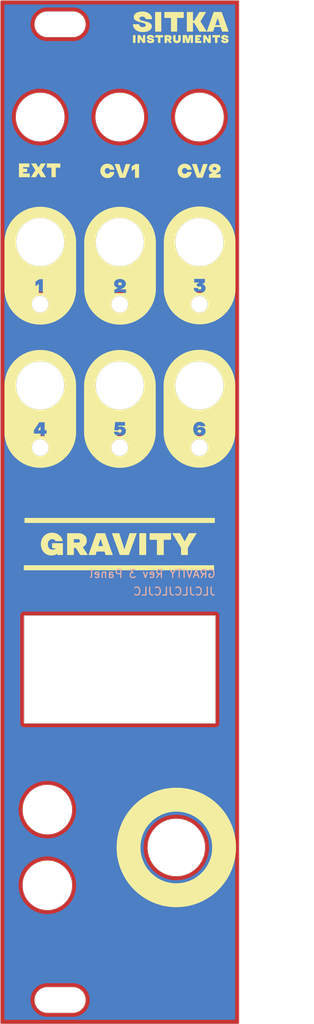
<source format=kicad_pcb>
(kicad_pcb (version 20211014) (generator pcbnew)

  (general
    (thickness 1.6)
  )

  (paper "A4")
  (layers
    (0 "F.Cu" signal)
    (31 "B.Cu" signal)
    (32 "B.Adhes" user "B.Adhesive")
    (33 "F.Adhes" user "F.Adhesive")
    (34 "B.Paste" user)
    (35 "F.Paste" user)
    (36 "B.SilkS" user "B.Silkscreen")
    (37 "F.SilkS" user "F.Silkscreen")
    (38 "B.Mask" user)
    (39 "F.Mask" user)
    (40 "Dwgs.User" user "User.Drawings")
    (41 "Cmts.User" user "User.Comments")
    (42 "Eco1.User" user "User.Eco1")
    (43 "Eco2.User" user "User.Eco2")
    (44 "Edge.Cuts" user)
    (45 "Margin" user)
    (46 "B.CrtYd" user "B.Courtyard")
    (47 "F.CrtYd" user "F.Courtyard")
    (48 "B.Fab" user)
    (49 "F.Fab" user)
    (50 "User.1" user)
    (51 "User.2" user)
    (52 "User.3" user)
    (53 "User.4" user)
    (54 "User.5" user)
    (55 "User.6" user)
    (56 "User.7" user)
    (57 "User.8" user)
    (58 "User.9" user)
  )

  (setup
    (pad_to_mask_clearance 0)
    (aux_axis_origin 60 31.75)
    (pcbplotparams
      (layerselection 0x00010f0_ffffffff)
      (disableapertmacros false)
      (usegerberextensions false)
      (usegerberattributes true)
      (usegerberadvancedattributes true)
      (creategerberjobfile true)
      (svguseinch false)
      (svgprecision 6)
      (excludeedgelayer true)
      (plotframeref false)
      (viasonmask false)
      (mode 1)
      (useauxorigin false)
      (hpglpennumber 1)
      (hpglpenspeed 20)
      (hpglpendiameter 15.000000)
      (dxfpolygonmode true)
      (dxfimperialunits true)
      (dxfusepcbnewfont true)
      (psnegative false)
      (psa4output false)
      (plotreference true)
      (plotvalue true)
      (plotinvisibletext false)
      (sketchpadsonfab false)
      (subtractmaskfromsilk false)
      (outputformat 1)
      (mirror false)
      (drillshape 0)
      (scaleselection 1)
      (outputdirectory "Gerbers rev2/")
    )
  )

  (net 0 "")

  (gr_poly
    (pts
      (xy 78.87906 36.08407)
      (xy 78.908385 36.08579)
      (xy 78.937269 36.088656)
      (xy 78.965712 36.092669)
      (xy 78.993713 36.097828)
      (xy 79.021274 36.104134)
      (xy 79.048393 36.111587)
      (xy 79.075071 36.120186)
      (xy 79.088162 36.124778)
      (xy 79.100977 36.129734)
      (xy 79.113517 36.135053)
      (xy 79.125781 36.140736)
      (xy 79.13777 36.146783)
      (xy 79.149483 36.153194)
      (xy 79.160921 36.159968)
      (xy 79.172083 36.167107)
      (xy 79.182969 36.174609)
      (xy 79.19358 36.182475)
      (xy 79.203915 36.190704)
      (xy 79.213975 36.199298)
      (xy 79.223759 36.208255)
      (xy 79.233268 36.217576)
      (xy 79.242501 36.22726)
      (xy 79.251459 36.237309)
      (xy 79.260224 36.24755)
      (xy 79.268526 36.258166)
      (xy 79.276365 36.269157)
      (xy 79.28374 36.280522)
      (xy 79.290653 36.292263)
      (xy 79.297103 36.304379)
      (xy 79.303089 36.316869)
      (xy 79.308613 36.329734)
      (xy 79.313673 36.342974)
      (xy 79.318271 36.356589)
      (xy 79.322405 36.370579)
      (xy 79.326076 36.384944)
      (xy 79.329284 36.399684)
      (xy 79.332029 36.414798)
      (xy 79.334311 36.430288)
      (xy 79.33613 36.446152)
      (xy 79.011575 36.446152)
      (xy 79.009856 36.43956)
      (xy 79.007872 36.433188)
      (xy 79.005623 36.427037)
      (xy 79.00311 36.421106)
      (xy 79.000332 36.415396)
      (xy 78.997289 36.409906)
      (xy 78.993981 36.404637)
      (xy 78.990409 36.399588)
      (xy 78.986573 36.394759)
      (xy 78.982472 36.390151)
      (xy 78.978106 36.385764)
      (xy 78.973475 36.381596)
      (xy 78.96858 36.37765)
      (xy 78.96342 36.373924)
      (xy 78.957996 36.370418)
      (xy 78.952306 36.367133)
      (xy 78.946402 36.363886)
      (xy 78.940333 36.360849)
      (xy 78.934098 36.358021)
      (xy 78.927699 36.355403)
      (xy 78.921134 36.352994)
      (xy 78.914403 36.350795)
      (xy 78.907507 36.348805)
      (xy 78.900447 36.347025)
      (xy 78.89322 36.345454)
      (xy 78.885829 36.344093)
      (xy 78.878272 36.342941)
      (xy 78.870549 36.341998)
      (xy 78.862662 36.341265)
      (xy 78.854609 36.340742)
      (xy 78.84639 36.340428)
      (xy 78.838007 36.340323)
      (xy 78.831987 36.340389)
      (xy 78.825923 36.340585)
      (xy 78.819815 36.340914)
      (xy 78.813664 36.341373)
      (xy 78.807469 36.341964)
      (xy 78.801229 36.342685)
      (xy 78.794946 36.343538)
      (xy 78.788618 36.344523)
      (xy 78.785459 36.344912)
      (xy 78.782334 36.345378)
      (xy 78.779241 36.345922)
      (xy 78.776182 36.346543)
      (xy 78.773156 36.347242)
      (xy 78.770163 36.348018)
      (xy 78.767203 36.348872)
      (xy 78.764276 36.349803)
      (xy 78.761382 36.350812)
      (xy 78.758521 36.351898)
      (xy 78.755693 36.353062)
      (xy 78.752898 36.354303)
      (xy 78.750136 36.355622)
      (xy 78.747407 36.357018)
      (xy 78.744711 36.358492)
      (xy 78.742048 36.360043)
      (xy 78.739655 36.361498)
      (xy 78.738517 36.362259)
      (xy 78.737417 36.363042)
      (xy 78.736356 36.363847)
      (xy 78.735333 36.364673)
      (xy 78.734349 36.365522)
      (xy 78.733403 36.366393)
      (xy 78.732496 36.367286)
      (xy 78.731628 36.368202)
      (xy 78.730798 36.369139)
      (xy 78.730007 36.370098)
      (xy 78.729255 36.371079)
      (xy 78.728541 36.372082)
      (xy 78.727865 36.373108)
      (xy 78.727228 36.374155)
      (xy 78.72663 36.375225)
      (xy 78.72607 36.376316)
      (xy 78.725549 36.37743)
      (xy 78.725067 36.378565)
      (xy 78.724623 36.379723)
      (xy 78.724218 36.380903)
      (xy 78.723851 36.382105)
      (xy 78.723523 36.383329)
      (xy 78.723233 36.384574)
      (xy 78.722983 36.385842)
      (xy 78.72277 36.387133)
      (xy 78.722597 36.388445)
      (xy 78.722461 36.389779)
      (xy 78.722365 36.391135)
      (xy 78.722288 36.393914)
      (xy 78.722359 36.396532)
      (xy 78.722574 36.399096)
      (xy 78.722933 36.401604)
      (xy 78.723434 36.404057)
      (xy 78.724079 36.406455)
      (xy 78.724867 36.408798)
      (xy 78.725799 36.411086)
      (xy 78.726874 36.413318)
      (xy 78.728092 36.415496)
      (xy 78.729453 36.417618)
      (xy 78.730957 36.419685)
      (xy 78.732605 36.421697)
      (xy 78.734396 36.423654)
      (xy 78.736331 36.425556)
      (xy 78.738408 36.427402)
      (xy 78.740629 36.429194)
      (xy 78.742976 36.43077)
      (xy 78.745434 36.432325)
      (xy 78.748002 36.433857)
      (xy 78.750681 36.435368)
      (xy 78.75347 36.436856)
      (xy 78.756369 36.438322)
      (xy 78.759379 36.439767)
      (xy 78.762498 36.441189)
      (xy 78.765729 36.442589)
      (xy 78.769069 36.443967)
      (xy 78.77252 36.445323)
      (xy 78.776081 36.446657)
      (xy 78.783535 36.449259)
      (xy 78.791429 36.451773)
      (xy 78.800049 36.454313)
      (xy 78.809684 36.456985)
      (xy 78.820333 36.459787)
      (xy 78.831998 36.462721)
      (xy 78.85837 36.46898)
      (xy 78.888799 36.475764)
      (xy 78.890573 36.476135)
      (xy 78.892344 36.476551)
      (xy 78.894112 36.47701)
      (xy 78.895877 36.477513)
      (xy 78.89764 36.47806)
      (xy 78.899399 36.478651)
      (xy 78.901156 36.479285)
      (xy 78.90291 36.479964)
      (xy 78.907066 36.480664)
      (xy 78.911038 36.481364)
      (xy 78.914825 36.482064)
      (xy 78.918428 36.482764)
      (xy 78.919151 36.483114)
      (xy 78.919921 36.483463)
      (xy 78.920739 36.483814)
      (xy 78.921603 36.484164)
      (xy 78.922514 36.484514)
      (xy 78.923472 36.484864)
      (xy 78.924476 36.485214)
      (xy 78.925527 36.485564)
      (xy 78.932626 36.485564)
      (xy 78.964001 36.493038)
      (xy 78.993921 36.500644)
      (xy 79.022386 36.508383)
      (xy 79.049395 36.516254)
      (xy 79.07495 36.524258)
      (xy 79.099049 36.532394)
      (xy 79.121693 36.540662)
      (xy 79.142881 36.549063)
      (xy 79.153167 36.553407)
      (xy 79.163211 36.557972)
      (xy 79.173012 36.562757)
      (xy 79.182571 36.567762)
      (xy 79.191886 36.572988)
      (xy 79.20096 36.578435)
      (xy 79.20979 36.584102)
      (xy 79.218378 36.589989)
      (xy 79.226724 36.596097)
      (xy 79.234826 36.602425)
      (xy 79.242686 36.608973)
      (xy 79.250304 36.615743)
      (xy 79.257679 36.622732)
      (xy 79.264811 36.629942)
      (xy 79.271701 36.637373)
      (xy 79.278349 36.645024)
      (xy 79.284671 36.652757)
      (xy 79.290586 36.660789)
      (xy 79.296093 36.669118)
      (xy 79.301192 36.677745)
      (xy 79.305883 36.686669)
      (xy 79.310166 36.695891)
      (xy 79.314041 36.70541)
      (xy 79.317508 36.715227)
      (xy 79.320567 36.725342)
      (xy 79.323218 36.735754)
      (xy 79.325462 36.746464)
      (xy 79.327297 36.757472)
      (xy 79.328725 36.768777)
      (xy 79.329745 36.78038)
      (xy 79.330356 36.79228)
      (xy 79.33056 36.804478)
      (xy 79.330345 36.816031)
      (xy 79.3297 36.827408)
      (xy 79.328626 36.838608)
      (xy 79.327121 36.849632)
      (xy 79.325186 36.86048)
      (xy 79.322821 36.871151)
      (xy 79.320027 36.881646)
      (xy 79.316802 36.891965)
      (xy 79.313148 36.902107)
      (xy 79.309063 36.912074)
      (xy 79.304549 36.921863)
      (xy 79.299605 36.931477)
      (xy 79.294231 36.940914)
      (xy 79.288427 36.950174)
      (xy 79.282193 36.959259)
      (xy 79.275529 36.968167)
      (xy 79.268628 36.976688)
      (xy 79.26133 36.984967)
      (xy 79.253636 36.993003)
      (xy 79.245544 37.000797)
      (xy 79.237055 37.008348)
      (xy 79.22817 37.015657)
      (xy 79.218887 37.022723)
      (xy 79.209208 37.029547)
      (xy 79.199131 37.036129)
      (xy 79.188658 37.042468)
      (xy 79.177788 37.048565)
      (xy 79.166521 37.054419)
      (xy 79.154857 37.060031)
      (xy 79.142796 37.0654)
      (xy 79.130338 37.070527)
      (xy 79.117483 37.075411)
      (xy 79.104265 37.080025)
      (xy 79.090716 37.084341)
      (xy 79.076836 37.088359)
      (xy 79.062626 37.09208)
      (xy 79.048084 37.095503)
      (xy 79.033212 37.098628)
      (xy 79.01801 37.101456)
      (xy 79.002476 37.103986)
      (xy 78.986612 37.106218)
      (xy 78.970417 37.108153)
      (xy 78.953892 37.10979)
      (xy 78.937036 37.111129)
      (xy 78.919849 37.112171)
      (xy 78.902331 37.112915)
      (xy 78.866304 37.113511)
      (xy 78.866201 37.113621)
      (xy 78.833437 37.113026)
      (xy 78.801467 37.11124)
      (xy 78.77029 37.108264)
      (xy 78.739907 37.104097)
      (xy 78.710318 37.098739)
      (xy 78.681523 37.092191)
      (xy 78.667423 37.08847)
      (xy 78.653521 37.084452)
      (xy 78.639818 37.080136)
      (xy 78.626314 37.075522)
      (xy 78.613234 37.070412)
      (xy 78.600452 37.064961)
      (xy 78.587967 37.059167)
      (xy 78.57578 37.053032)
      (xy 78.56389 37.046556)
      (xy 78.552298 37.039737)
      (xy 78.541003 37.032577)
      (xy 78.530007 37.025075)
      (xy 78.519307 37.017231)
      (xy 78.508905 37.009046)
      (xy 78.498801 37.000518)
      (xy 78.488995 36.991649)
      (xy 78.479486 36.982438)
      (xy 78.470275 36.972886)
      (xy 78.461361 36.962991)
      (xy 78.452745 36.952755)
      (xy 78.444676 36.942001)
      (xy 78.437047 36.930905)
      (xy 78.42986 36.919467)
      (xy 78.423113 36.907687)
      (xy 78.416808 36.895566)
      (xy 78.410943 36.883103)
      (xy 78.405519 36.870298)
      (xy 78.400537 36.857151)
      (xy 78.395995 36.843663)
      (xy 78.391894 36.829833)
      (xy 78.388234 36.815662)
      (xy 78.385014 36.801148)
      (xy 78.382236 36.786293)
      (xy 78.379899 36.771097)
      (xy 78.378002 36.755558)
      (xy 78.376546 36.739678)
      (xy 78.68699 36.739678)
      (xy 78.688118 36.744573)
      (xy 78.689378 36.749379)
      (xy 78.69077 36.754097)
      (xy 78.692294 36.758728)
      (xy 78.693949 36.763269)
      (xy 78.695737 36.767723)
      (xy 78.697656 36.772089)
      (xy 78.699707 36.776366)
      (xy 78.70189 36.780555)
      (xy 78.704205 36.784656)
      (xy 78.706651 36.788668)
      (xy 78.70923 36.792593)
      (xy 78.71194 36.796429)
      (xy 78.714782 36.800177)
      (xy 78.717756 36.803836)
      (xy 78.720861 36.807408)
      (xy 78.724086 36.810709)
      (xy 78.727409 36.813912)
      (xy 78.730832 36.817015)
      (xy 78.734354 36.820019)
      (xy 78.737976 36.822924)
      (xy 78.741696 36.82573)
      (xy 78.745516 36.828436)
      (xy 78.749435 36.831043)
      (xy 78.753453 36.833551)
      (xy 78.757571 36.835959)
      (xy 78.761787 36.838269)
      (xy 78.766103 36.840479)
      (xy 78.770519 36.84259)
      (xy 78.775033 36.844602)
      (xy 78.779647 36.846515)
      (xy 78.784361 36.848328)
      (xy 78.789162 36.849866)
      (xy 78.79404 36.851305)
      (xy 78.798996 36.852644)
      (xy 78.804029 36.853884)
      (xy 78.809139 36.855025)
      (xy 78.814325 36.856067)
      (xy 78.81959 36.857009)
      (xy 78.824931 36.857853)
      (xy 78.835845 36.859242)
      (xy 78.847067 36.860234)
      (xy 78.858599 36.860829)
      (xy 78.870439 36.861027)
      (xy 78.885235 36.860829)
      (xy 78.89928 36.860234)
      (xy 78.912576 36.859242)
      (xy 78.925122 36.857853)
      (xy 78.936919 36.856067)
      (xy 78.947965 36.853884)
      (xy 78.958262 36.851305)
      (xy 78.963129 36.849866)
      (xy 78.967809 36.848328)
      (xy 78.972423 36.846498)
      (xy 78.97674 36.844536)
      (xy 78.980758 36.842441)
      (xy 78.984479 36.840214)
      (xy 78.987902 36.837855)
      (xy 78.991028 36.835363)
      (xy 78.993856 36.832739)
      (xy 78.995158 36.831378)
      (xy 78.996386 36.829983)
      (xy 78.997539 36.828555)
      (xy 78.998618 36.827094)
      (xy 78.999623 36.8256)
      (xy 79.000553 36.824073)
      (xy 79.001409 36.822513)
      (xy 79.00219 36.82092)
      (xy 79.002897 36.819294)
      (xy 79.003529 36.817634)
      (xy 79.004087 36.815942)
      (xy 79.004571 36.814216)
      (xy 79.00498 36.812457)
      (xy 79.005315 36.810666)
      (xy 79.005576 36.808841)
      (xy 79.005762 36.806983)
      (xy 79.005911 36.803168)
      (xy 79.00585 36.80056)
      (xy 79.005668 36.79803)
      (xy 79.005365 36.795577)
      (xy 79.004941 36.793201)
      (xy 79.004395 36.790902)
      (xy 79.003728 36.78868)
      (xy 79.00294 36.786536)
      (xy 79.002031 36.784468)
      (xy 79.001 36.782478)
      (xy 78.999849 36.780565)
      (xy 78.998576 36.778729)
      (xy 78.997182 36.776971)
      (xy 78.995666 36.775289)
      (xy 78.994029 36.773685)
      (xy 78.992271 36.772158)
      (xy 78.990392 36.770708)
      (xy 78.988381 36.769132)
      (xy 78.986226 36.767578)
      (xy 78.983928 36.766045)
      (xy 78.981486 36.764535)
      (xy 78.978901 36.763046)
      (xy 78.976173 36.76158)
      (xy 78.973301 36.760136)
      (xy 78.970286 36.758714)
      (xy 78.967127 36.757313)
      (xy 78.963825 36.755935)
      (xy 78.96038 36.754579)
      (xy 78.956791 36.753245)
      (xy 78.953059 36.751933)
      (xy 78.949184 36.750643)
      (xy 78.945165 36.749375)
      (xy 78.941003 36.748129)
      (xy 78.931698 36.745501)
      (xy 78.920718 36.742565)
      (xy 78.893731 36.735772)
      (xy 78.860041 36.72775)
      (xy 78.81965 36.718499)
      (xy 78.81825 36.718499)
      (xy 78.78714 36.711069)
      (xy 78.757308 36.703594)
      (xy 78.728755 36.696076)
      (xy 78.701481 36.688513)
      (xy 78.675485 36.680906)
      (xy 78.650769 36.673255)
      (xy 78.627331 36.665559)
      (xy 78.605173 36.657818)
      (xy 78.594683 36.65364)
      (xy 78.58438 36.649219)
      (xy 78.574265 36.644555)
      (xy 78.564337 36.639649)
      (xy 78.554597 36.6345)
      (xy 78.545044 36.629109)
      (xy 78.535679 36.623475)
      (xy 78.526501 36.617598)
      (xy 78.517511 36.61148)
      (xy 78.508708 36.605118)
      (xy 78.500093 36.598514)
      (xy 78.491665 36.591668)
      (xy 78.483425 36.584579)
      (xy 78.475372 36.577248)
      (xy 78.467507 36.569674)
      (xy 78.459829 36.561858)
      (xy 78.452652 36.553595)
      (xy 78.445938 36.545035)
      (xy 78.439687 36.536177)
      (xy 78.433899 36.527021)
      (xy 78.428574 36.517568)
      (xy 78.423712 36.507817)
      (xy 78.419313 36.497768)
      (xy 78.415377 36.487422)
      (xy 78.411904 36.476778)
      (xy 78.408895 36.465837)
      (xy 78.406348 36.454598)
      (xy 78.404264 36.443061)
      (xy 78.402644 36.431226)
      (xy 78.401486 36.419094)
      (xy 78.400792 36.406664)
      (xy 78.40056 36.393937)
      (xy 78.400814 36.380509)
      (xy 78.401574 36.36739)
      (xy 78.402842 36.35458)
      (xy 78.404617 36.342078)
      (xy 78.406899 36.329885)
      (xy 78.409688 36.318001)
      (xy 78.412984 36.306425)
      (xy 78.416788 36.295159)
      (xy 78.421098 36.2842)
      (xy 78.425916 36.273551)
      (xy 78.431241 36.26321)
      (xy 78.437072 36.253178)
      (xy 78.443411 36.243455)
      (xy 78.450257 36.23404)
      (xy 78.457611 36.224934)
      (xy 78.465471 36.216137)
      (xy 78.473899 36.207472)
      (xy 78.482602 36.199115)
      (xy 78.491581 36.191066)
      (xy 78.500835 36.183327)
      (xy 78.510366 36.175896)
      (xy 78.520172 36.168774)
      (xy 78.530253 36.161961)
      (xy 78.54061 36.155456)
      (xy 78.551243 36.149261)
      (xy 78.562152 36.143374)
      (xy 78.573336 36.137796)
      (xy 78.584796 36.132526)
      (xy 78.596532 36.127566)
      (xy 78.608544 36.122914)
      (xy 78.620831 36.118571)
      (xy 78.633394 36.114537)
      (xy 78.658993 36.107262)
      (xy 78.684988 36.100957)
      (xy 78.711381 36.095622)
      (xy 78.73817 36.091257)
      (xy 78.765356 36.087862)
      (xy 78.792939 36.085437)
      (xy 78.820918 36.083982)
      (xy 78.849294 36.083496)
    ) (layer "F.SilkS") (width 0) (fill solid) (tstamp 03417fa0-c7ab-46af-9032-b4cf0876dc0d))
  (gr_poly
    (pts
      (xy 86.145403 36.647955)
      (xy 86.145403 36.104678)
      (xy 86.434679 36.104678)
      (xy 86.434679 37.092455)
      (xy 86.110124 37.092455)
      (xy 85.764402 36.549178)
      (xy 85.764402 37.092455)
      (xy 85.475126 37.092455)
      (xy 85.475126 36.104678)
      (xy 85.79968 36.104678)
    ) (layer "F.SilkS") (width 0) (fill solid) (tstamp 07ff74cc-3d5a-4e58-a9ef-3b7e84097742))
  (gr_poly
    (pts
      (xy 67.5368 52.744916)
      (xy 66.95648 52.744916)
      (xy 66.95648 53.950004)
      (xy 66.4132 53.950004)
      (xy 66.4132 52.744916)
      (xy 65.83288 52.744916)
      (xy 65.83288 52.221396)
      (xy 67.5368 52.221396)
    ) (layer "F.SilkS") (width 0) (fill solid) (tstamp 0bd80a38-3c1a-4948-ad9b-84ce866e634e))
  (gr_poly
    (pts
      (xy 85.234803 75.623848)
      (xy 85.464034 75.641174)
      (xy 85.689858 75.669711)
      (xy 85.911996 75.709179)
      (xy 86.13017 75.7593)
      (xy 86.344102 75.819795)
      (xy 86.553513 75.890385)
      (xy 86.758124 75.970792)
      (xy 86.957657 76.060735)
      (xy 87.151833 76.159938)
      (xy 87.340373 76.26812)
      (xy 87.522999 76.385004)
      (xy 87.699432 76.51031)
      (xy 87.869394 76.64376)
      (xy 88.032606 76.785074)
      (xy 88.188789 76.933974)
      (xy 88.337666 77.090182)
      (xy 88.478956 77.253418)
      (xy 88.612382 77.423403)
      (xy 88.737665 77.59986)
      (xy 88.854526 77.782508)
      (xy 88.962688 77.971069)
      (xy 89.06187 78.165265)
      (xy 89.151795 78.364817)
      (xy 89.232184 78.569445)
      (xy 89.302758 78.778872)
      (xy 89.363239 78.992817)
      (xy 89.413349 79.211003)
      (xy 89.452808 79.433151)
      (xy 89.481338 79.658982)
      (xy 89.49866 79.888217)
      (xy 89.504496 80.120577)
      (xy 89.504496 85.911954)
      (xy 89.49866 86.144313)
      (xy 89.481338 86.373543)
      (xy 89.452808 86.599367)
      (xy 89.413349 86.821505)
      (xy 89.363239 87.03968)
      (xy 89.302758 87.253612)
      (xy 89.232184 87.463023)
      (xy 89.151795 87.667634)
      (xy 89.06187 87.867166)
      (xy 88.962688 88.061342)
      (xy 88.854526 88.249882)
      (xy 88.737665 88.432508)
      (xy 88.612382 88.608942)
      (xy 88.478956 88.778903)
      (xy 88.337666 88.942115)
      (xy 88.188789 89.098299)
      (xy 88.032606 89.247175)
      (xy 87.869394 89.388465)
      (xy 87.699432 89.521891)
      (xy 87.522999 89.647174)
      (xy 87.340373 89.764035)
      (xy 87.151833 89.872197)
      (xy 86.957657 89.971379)
      (xy 86.758124 90.061304)
      (xy 86.553513 90.141693)
      (xy 86.344102 90.212267)
      (xy 86.13017 90.272748)
      (xy 85.911996 90.322858)
      (xy 85.689858 90.362317)
      (xy 85.464034 90.390846)
      (xy 85.234803 90.408169)
      (xy 85.002445 90.414005)
      (xy 84.770086 90.408169)
      (xy 84.540856 90.390846)
      (xy 84.315032 90.362317)
      (xy 84.092894 90.322858)
      (xy 83.874719 90.272748)
      (xy 83.660787 90.212267)
      (xy 83.451376 90.141693)
      (xy 83.246765 90.061304)
      (xy 83.047232 89.971379)
      (xy 82.853057 89.872197)
      (xy 82.664517 89.764035)
      (xy 82.48189 89.647174)
      (xy 82.305457 89.521891)
      (xy 82.135495 89.388465)
      (xy 81.972283 89.247175)
      (xy 81.8161 89.098299)
      (xy 81.667224 88.942115)
      (xy 81.525934 88.778903)
      (xy 81.392508 88.608942)
      (xy 81.267225 88.432508)
      (xy 81.150363 88.249882)
      (xy 81.042202 88.061342)
      (xy 80.96161 87.903563)
      (xy 83.947212 87.903563)
      (xy 83.948499 87.955634)
      (xy 83.952344 88.007351)
      (xy 83.958711 88.058629)
      (xy 83.967564 88.109382)
      (xy 83.978868 88.159523)
      (xy 83.992587 88.208966)
      (xy 84.008685 88.257626)
      (xy 84.027126 88.305415)
      (xy 84.047876 88.352249)
      (xy 84.070897 88.398041)
      (xy 84.096156 88.442705)
      (xy 84.123615 88.486155)
      (xy 84.15324 88.528304)
      (xy 84.184995 88.569067)
      (xy 84.218843 88.608358)
      (xy 84.25475 88.64609)
      (xy 84.292482 88.681997)
      (xy 84.331773 88.715845)
      (xy 84.372535 88.7476)
      (xy 84.414684 88.777224)
      (xy 84.458133 88.804684)
      (xy 84.502795 88.829942)
      (xy 84.548585 88.852964)
      (xy 84.595416 88.873713)
      (xy 84.643203 88.892155)
      (xy 84.691858 88.908253)
      (xy 84.741296 88.921971)
      (xy 84.791431 88.933275)
      (xy 84.842176 88.942128)
      (xy 84.893445 88.948495)
      (xy 84.945153 88.95234)
      (xy 84.997212 88.953628)
      (xy 85.049283 88.952343)
      (xy 85.101001 88.948502)
      (xy 85.152279 88.942138)
      (xy 85.203032 88.933288)
      (xy 85.253174 88.921987)
      (xy 85.302618 88.908271)
      (xy 85.351279 88.892177)
      (xy 85.399069 88.873738)
      (xy 85.445905 88.852991)
      (xy 85.491698 88.829973)
      (xy 85.536363 88.804717)
      (xy 85.579815 88.77726)
      (xy 85.621966 88.747638)
      (xy 85.662731 88.715886)
      (xy 85.702024 88.68204)
      (xy 85.739758 88.646136)
      (xy 85.775667 88.608406)
      (xy 85.809518 88.569117)
      (xy 85.841275 88.528355)
      (xy 85.870903 88.486207)
      (xy 85.898365 88.442758)
      (xy 85.923626 88.398095)
      (xy 85.946651 88.352302)
      (xy 85.967403 88.305467)
      (xy 85.985848 88.257675)
      (xy 86.001948 88.209012)
      (xy 86.01567 88.159565)
      (xy 86.026977 88.109418)
      (xy 86.035833 88.058659)
      (xy 86.042203 88.007373)
      (xy 86.046051 87.955646)
      (xy 86.047342 87.903565)
      (xy 86.046055 87.851494)
      (xy 86.04221 87.799776)
      (xy 86.035843 87.748498)
      (xy 86.02699 87.697746)
      (xy 86.015686 87.647605)
      (xy 86.001967 87.598161)
      (xy 85.985869 87.549502)
      (xy 85.967428 87.501712)
      (xy 85.946678 87.454878)
      (xy 85.923656 87.409086)
      (xy 85.898398 87.364422)
      (xy 85.870939 87.320973)
      (xy 85.841314 87.278824)
      (xy 85.809559 87.23806)
      (xy 85.775711 87.19877)
      (xy 85.739804 87.161038)
      (xy 85.702072 87.125131)
      (xy 85.662781 87.091282)
      (xy 85.622018 87.059528)
      (xy 85.579869 87.029903)
      (xy 85.536419 87.002444)
      (xy 85.491755 86.977185)
      (xy 85.445963 86.954163)
      (xy 85.39913 86.933414)
      (xy 85.35134 86.914972)
      (xy 85.30268 86.898874)
      (xy 85.253237 86.885156)
      (xy 85.203096 86.873852)
      (xy 85.152343 86.864999)
      (xy 85.101065 86.858631)
      (xy 85.049348 86.854786)
      (xy 84.997329 86.8535)
      (xy 84.945271 86.854784)
      (xy 84.893553 86.858625)
      (xy 84.842275 86.864989)
      (xy 84.791522 86.873839)
      (xy 84.74138 86.88514)
      (xy 84.691936 86.898855)
      (xy 84.643275 86.91495)
      (xy 84.595484 86.933389)
      (xy 84.548649 86.954135)
      (xy 84.502856 86.977154)
      (xy 84.458191 87.00241)
      (xy 84.414739 87.029867)
      (xy 84.372588 87.059489)
      (xy 84.331823 87.091241)
      (xy 84.29253 87.125087)
      (xy 84.254796 87.160992)
      (xy 84.218887 87.198722)
      (xy 84.185036 87.23801)
      (xy 84.153279 87.278772)
      (xy 84.123651 87.32092)
      (xy 84.096189 87.364369)
      (xy 84.070928 87.409032)
      (xy 84.047903 87.454825)
      (xy 84.027151 87.50166)
      (xy 84.008706 87.549452)
      (xy 83.992606 87.598115)
      (xy 83.978884 87.647562)
      (xy 83.967577 87.697709)
      (xy 83.958721 87.748468)
      (xy 83.952351 87.799754)
      (xy 83.948503 87.851481)
      (xy 83.947212 87.903563)
      (xy 80.96161 87.903563)
      (xy 80.94302 87.867166)
      (xy 80.853095 87.667634)
      (xy 80.772706 87.463023)
      (xy 80.702131 87.253612)
      (xy 80.64165 87.03968)
      (xy 80.598889 86.853499)
      (xy 84.997277 86.853499)
      (xy 84.997329 86.8535)
      (xy 84.997342 86.8535)
      (xy 84.997277 86.853499)
      (xy 80.598889 86.853499)
      (xy 80.591541 86.821505)
      (xy 80.552082 86.599367)
      (xy 80.523552 86.373543)
      (xy 80.50623 86.144313)
      (xy 80.500394 85.911954)
      (xy 80.500394 85.562621)
      (xy 84.225748 85.562621)
      (xy 84.226095 85.592427)
      (xy 84.227136 85.621962)
      (xy 84.228872 85.651224)
      (xy 84.231302 85.680216)
      (xy 84.234426 85.708936)
      (xy 84.238244 85.737386)
      (xy 84.242757 85.765565)
      (xy 84.247965 85.793473)
      (xy 84.253867 85.821112)
      (xy 84.260463 85.848481)
      (xy 84.267754 85.87558)
      (xy 84.27574 85.902409)
      (xy 84.284421 85.92897)
      (xy 84.293796 85.955261)
      (xy 84.303866 85.981284)
      (xy 84.314631 86.007038)
      (xy 84.326401 86.032354)
      (xy 84.33887 86.057059)
      (xy 84.352036 86.081153)
      (xy 84.3659 86.104635)
      (xy 84.38046 86.127503)
      (xy 84.395716 86.149757)
      (xy 84.411668 86.171395)
      (xy 84.428315 86.192417)
      (xy 84.445657 86.212822)
      (xy 84.463692 86.232608)
      (xy 84.482421 86.251775)
      (xy 84.501843 86.270322)
      (xy 84.521957 86.288247)
      (xy 84.542763 86.30555)
      (xy 84.564261 86.32223)
      (xy 84.586449 86.338285)
      (xy 84.609599 86.353231)
      (xy 84.633365 86.367203)
      (xy 84.657747 86.380201)
      (xy 84.682745 86.392228)
      (xy 84.708359 86.403285)
      (xy 84.73459 86.413373)
      (xy 84.761438 86.422493)
      (xy 84.788903 86.430648)
      (xy 84.816985 86.437837)
      (xy 84.845685 86.444064)
      (xy 84.875003 86.449328)
      (xy 84.904938 86.453633)
      (xy 84.935492 86.456978)
      (xy 84.966665 86.459366)
      (xy 84.998456 86.460798)
      (xy 85.030867 86.461274)
      (xy 85.060232 86.460938)
      (xy 85.08906 86.45993)
      (xy 85.11735 86.458248)
      (xy 85.145103 86.455893)
      (xy 85.172317 86.452864)
      (xy 85.198992 86.449162)
      (xy 85.225128 86.444784)
      (xy 85.250725 86.439732)
      (xy 85.275781 86.434005)
      (xy 85.300296 86.427602)
      (xy 85.324271 86.420523)
      (xy 85.347703 86.412768)
      (xy 85.370594 86.404336)
      (xy 85.392943 86.395226)
      (xy 85.414748 86.385439)
      (xy 85.43601 86.374975)
      (xy 85.456981 86.363967)
      (xy 85.477296 86.352554)
      (xy 85.496956 86.340733)
      (xy 85.51596 86.328507)
      (xy 85.534308 86.315874)
      (xy 85.552 86.302836)
      (xy 85.569036 86.289392)
      (xy 85.585416 86.275543)
      (xy 85.601141 86.261289)
      (xy 85.616209 86.24663)
      (xy 85.630622 86.231566)
      (xy 85.644378 86.216097)
      (xy 85.657478 86.200225)
      (xy 85.669922 86.183948)
      (xy 85.68171 86.167267)
      (xy 85.692842 86.150183)
      (xy 85.703307 86.132533)
      (xy 85.713093 86.114771)
      (xy 85.722203 86.096898)
      (xy 85.730635 86.078913)
      (xy 85.73839 86.060814)
      (xy 85.745469 86.042602)
      (xy 85.751872 86.024275)
      (xy 85.757599 86.005833)
      (xy 85.762651 85.987276)
      (xy 85.767028 85.968602)
      (xy 85.770731 85.949811)
      (xy 85.77376 85.930902)
      (xy 85.776115 85.911875)
      (xy 85.777796 85.892729)
      (xy 85.778805 85.873463)
      (xy 85.779141 85.854077)
      (xy 85.778794 85.831753)
      (xy 85.777753 85.809848)
      (xy 85.776017 85.788364)
      (xy 85.773588 85.767302)
      (xy 85.770463 85.74666)
      (xy 85.766645 85.726442)
      (xy 85.762132 85.706646)
      (xy 85.756925 85.687274)
      (xy 85.751023 85.668327)
      (xy 85.744426 85.649804)
      (xy 85.737135 85.631708)
      (xy 85.729149 85.614037)
      (xy 85.720469 85.596795)
      (xy 85.711093 85.579979)
      (xy 85.701023 85.563593)
      (xy 85.690258 85.547635)
      (xy 85.678924 85.532144)
      (xy 85.667145 85.517157)
      (xy 85.654922 85.502673)
      (xy 85.642256 85.488692)
      (xy 85.629146 85.475213)
      (xy 85.615591 85.462237)
      (xy 85.601593 85.449763)
      (xy 85.587152 85.437791)
      (xy 85.572266 85.426321)
      (xy 85.556937 85.415351)
      (xy 85.541164 85.404883)
      (xy 85.524948 85.394916)
      (xy 85.508288 85.385449)
      (xy 85.491184 85.376483)
      (xy 85.473637 85.368016)
      (xy 85.455647 85.36005)
      (xy 85.437359 85.352276)
      (xy 85.418917 85.345007)
      (xy 85.400322 85.338242)
      (xy 85.381573 85.33198)
      (xy 85.362671 85.326221)
      (xy 85.343614 85.320965)
      (xy 85.324404 85.316211)
      (xy 85.30504 85.311959)
      (xy 85.285521 85.308209)
      (xy 85.265848 85.30496)
      (xy 85.24602 85.302212)
      (xy 85.226038 85.299964)
      (xy 85.2059 85.298217)
      (xy 85.185607 85.296969)
      (xy 85.165159 85.296221)
      (xy 85.144555 85.295971)
      (xy 85.124212 85.296231)
      (xy 85.103932 85.297015)
      (xy 85.08372 85.298328)
      (xy 85.063581 85.300176)
      (xy 85.043518 85.302565)
      (xy 85.023538 85.305498)
      (xy 85.003644 85.308983)
      (xy 84.983841 85.313025)
      (xy 84.964817 85.317631)
      (xy 84.946023 85.322801)
      (xy 84.927459 85.328526)
      (xy 84.909125 85.3348)
      (xy 84.891023 85.341614)
      (xy 84.873154 85.34896)
      (xy 84.855517 85.35683)
      (xy 84.838114 85.365218)
      (xy 84.829539 85.369594)
      (xy 84.821101 85.374082)
      (xy 84.8128 85.378681)
      (xy 84.804635 85.383392)
      (xy 84.796605 85.388216)
      (xy 84.788712 85.393153)
      (xy 84.780954 85.398205)
      (xy 84.773331 85.403372)
      (xy 84.765843 85.408654)
      (xy 84.75849 85.414053)
      (xy 84.751272 85.41957)
      (xy 84.744188 85.425204)
      (xy 84.737238 85.430957)
      (xy 84.730422 85.436829)
      (xy 84.72374 85.442821)
      (xy 84.717191 85.448934)
      (xy 84.717191 85.43653)
      (xy 84.717343 85.424599)
      (xy 84.717798 85.412882)
      (xy 84.718558 85.401378)
      (xy 84.719623 85.390088)
      (xy 84.720994 85.379012)
      (xy 84.722672 85.368148)
      (xy 84.724657 85.357497)
      (xy 84.72695 85.347058)
      (xy 84.729552 85.336832)
      (xy 84.732463 85.326817)
      (xy 84.735684 85.317014)
      (xy 84.739216 85.307423)
      (xy 84.743059 85.298043)
      (xy 84.747215 85.288874)
      (xy 84.751683 85.279915)
      (xy 84.756465 85.271167)
      (xy 84.761502 85.262363)
      (xy 84.766735 85.253853)
      (xy 84.772164 85.245637)
      (xy 84.777788 85.237714)
      (xy 84.783606 85.230083)
      (xy 84.789619 85.222744)
      (xy 84.795825 85.215696)
      (xy 84.802226 85.208938)
      (xy 84.808819 85.202469)
      (xy 84.815604 85.196289)
      (xy 84.822581 85.190397)
      (xy 84.829751 85.184792)
      (xy 84.837111 85.179474)
      (xy 84.844662 85.174441)
      (xy 84.852403 85.169693)
      (xy 84.860334 85.16523)
      (xy 84.868701 85.160743)
      (xy 84.877132 85.156541)
      (xy 84.885627 85.152626)
      (xy 84.894184 85.148998)
      (xy 84.902803 85.145657)
      (xy 84.911483 85.142605)
      (xy 84.920222 85.139841)
      (xy 84.92902 85.137366)
      (xy 84.937876 85.13518)
      (xy 84.946789 85.133284)
      (xy 84.955758 85.131678)
      (xy 84.964782 85.130363)
      (xy 84.973861 85.12934)
      (xy 84.982992 85.128608)
      (xy 84.992176 85.128169)
      (xy 85.001411 85.128022)
      (xy 85.009069 85.128109)
      (xy 85.016608 85.12837)
      (xy 85.024029 85.128803)
      (xy 85.031332 85.129411)
      (xy 85.038518 85.130192)
      (xy 85.045587 85.131147)
      (xy 85.052539 85.132275)
      (xy 85.059375 85.133577)
      (xy 85.066096 85.135052)
      (xy 85.072701 85.136702)
      (xy 85.079191 85.138524)
      (xy 85.085567 85.140521)
      (xy 85.091829 85.142691)
      (xy 85.097976 85.145035)
      (xy 85.104011 85.147553)
      (xy 85.109932 85.150244)
      (xy 85.116007 85.152809)
      (xy 85.121886 85.155563)
      (xy 85.127568 85.158509)
      (xy 85.133054 85.161645)
      (xy 85.138345 85.164973)
      (xy 85.143442 85.168493)
      (xy 85.148345 85.172205)
      (xy 85.153054 85.17611)
      (xy 85.157571 85.180207)
      (xy 85.161895 85.184498)
      (xy 85.166027 85.188982)
      (xy 85.169968 85.193661)
      (xy 85.173718 85.198534)
      (xy 85.177278 85.203602)
      (xy 85.180648 85.208865)
      (xy 85.183829 85.214323)
      (xy 85.744518 85.214323)
      (xy 85.741142 85.194396)
      (xy 85.737186 85.174742)
      (xy 85.73265 85.155361)
      (xy 85.727536 85.136253)
      (xy 85.721842 85.117417)
      (xy 85.715569 85.098852)
      (xy 85.708717 85.080559)
      (xy 85.701286 85.062536)
      (xy 85.693276 85.044783)
      (xy 85.684688 85.0273)
      (xy 85.675521 85.010086)
      (xy 85.665775 84.99314)
      (xy 85.655452 84.976463)
      (xy 85.64455 84.960053)
      (xy 85.63307 84.943911)
      (xy 85.621012 84.928035)
      (xy 85.608744 84.912217)
      (xy 85.596018 84.896865)
      (xy 85.582833 84.881978)
      (xy 85.569187 84.867557)
      (xy 85.555082 84.853601)
      (xy 85.540515 84.840109)
      (xy 85.525487 84.827081)
      (xy 85.509996 84.814516)
      (xy 85.494042 84.802415)
      (xy 85.477624 84.790776)
      (xy 85.460743 84.779599)
      (xy 85.443396 84.768884)
      (xy 85.425584 84.75863)
      (xy 85.407305 84.748837)
      (xy 85.38856 84.739504)
      (xy 85.369347 84.730631)
      (xy 85.349743 84.721957)
      (xy 85.329826 84.713838)
      (xy 85.309597 84.706274)
      (xy 85.289056 84.699267)
      (xy 85.268203 84.692816)
      (xy 85.24704 84.686923)
      (xy 85.225566 84.681589)
      (xy 85.203784 84.676813)
      (xy 85.181692 84.672597)
      (xy 85.159293 84.668941)
      (xy 85.136586 84.665845)
      (xy 85.113573 84.663311)
      (xy 85.090253 84.661339)
      (xy 85.066628 84.65993)
      (xy 85.042698 84.659084)
      (xy 85.018464 84.658801)
      (xy 84.986659 84.659295)
      (xy 84.955451 84.660776)
      (xy 84.924839 84.663243)
      (xy 84.894824 84.666696)
      (xy 84.865405 84.671135)
      (xy 84.836584 84.676559)
      (xy 84.808361 84.682968)
      (xy 84.780735 84.690361)
      (xy 84.753707 84.698738)
      (xy 84.727278 84.708099)
      (xy 84.701447 84.718442)
      (xy 84.676215 84.729769)
      (xy 84.651582 84.742077)
      (xy 84.627549 84.755367)
      (xy 84.604116 84.769638)
      (xy 84.581282 84.78489)
      (xy 84.559405 84.800951)
      (xy 84.538223 84.817647)
      (xy 84.517737 84.834978)
      (xy 84.497945 84.852945)
      (xy 84.47885 84.871548)
      (xy 84.460449 84.890788)
      (xy 84.442742 84.910663)
      (xy 84.425731 84.931175)
      (xy 84.409414 84.952324)
      (xy 84.393792 84.974109)
      (xy 84.378863 84.996531)
      (xy 84.364629 85.019591)
      (xy 84.351089 85.043288)
      (xy 84.338243 85.067622)
      (xy 84.32609 85.092594)
      (xy 84.314631 85.118203)
      (xy 84.303866 85.143958)
      (xy 84.293796 85.169981)
      (xy 84.284421 85.196273)
      (xy 84.27574 85.222834)
      (xy 84.267754 85.249664)
      (xy 84.260463 85.276763)
      (xy 84.253867 85.304131)
      (xy 84.247965 85.33177)
      (xy 84.242757 85.359679)
      (xy 84.238244 85.387858)
      (xy 84.234426 85.416307)
      (xy 84.231302 85.445027)
      (xy 84.228872 85.474019)
      (xy 84.227136 85.503281)
      (xy 84.226095 85.532816)
      (xy 84.225748 85.562621)
      (xy 80.500394 85.562621)
      (xy 80.500394 80.120577)
      (xy 80.500563 80.11386)
      (xy 81.977306 80.11386)
      (xy 81.981259 80.269768)
      (xy 81.992968 80.423629)
      (xy 82.012244 80.575253)
      (xy 82.038896 80.72445)
      (xy 82.072735 80.871028)
      (xy 82.113568 81.014799)
      (xy 82.161207 81.155571)
      (xy 82.215461 81.293154)
      (xy 82.27614 81.427358)
      (xy 82.343053 81.557992)
      (xy 82.41601 81.684867)
      (xy 82.494822 81.807792)
      (xy 82.579296 81.926576)
      (xy 82.669244 82.041029)
      (xy 82.764475 82.150962)
      (xy 82.864799 82.256182)
      (xy 82.970025 82.356501)
      (xy 83.079963 82.451728)
      (xy 83.194423 82.541673)
      (xy 83.313215 82.626144)
      (xy 83.436148 82.704953)
      (xy 83.563031 82.777908)
      (xy 83.693676 82.844819)
      (xy 83.82789 82.905497)
      (xy 83.965485 82.95975)
      (xy 84.10627 83.007388)
      (xy 84.250054 83.048221)
      (xy 84.396647 83.082058)
      (xy 84.54586 83.10871)
      (xy 84.6975 83.127986)
      (xy 84.85138 83.139695)
      (xy 85.007307 83.143648)
      (xy 85.157559 83.139929)
      (xy 85.306792 83.12883)
      (xy 85.454756 83.110455)
      (xy 85.601205 83.084906)
      (xy 85.745888 83.052286)
      (xy 85.888559 83.012698)
      (xy 86.028968 82.966245)
      (xy 86.166867 82.91303)
      (xy 86.302008 82.853156)
      (xy 86.434142 82.786725)
      (xy 86.563022 82.713841)
      (xy 86.688398 82.634606)
      (xy 86.810022 82.549123)
      (xy 86.927647 82.457495)
      (xy 87.041023 82.359825)
      (xy 87.149902 82.256215)
      (xy 87.253515 82.147339)
      (xy 87.351188 82.033967)
      (xy 87.44282 81.916346)
      (xy 87.528307 81.794726)
      (xy 87.607546 81.669356)
      (xy 87.680434 81.540483)
      (xy 87.746869 81.408358)
      (xy 87.806748 81.273227)
      (xy 87.859967 81.135341)
      (xy 87.906424 80.994947)
      (xy 87.946017 80.852295)
      (xy 87.978641 80.707633)
      (xy 88.004195 80.56121)
      (xy 88.022574 80.413274)
      (xy 88.033678 80.264074)
      (xy 88.037402 80.113859)
      (xy 88.033692 79.96359)
      (xy 88.022602 79.81434)
      (xy 88.004233 79.666358)
      (xy 87.978688 79.519893)
      (xy 87.946072 79.375192)
      (xy 87.906485 79.232505)
      (xy 87.860032 79.092079)
      (xy 87.806816 78.954164)
      (xy 87.746938 78.819007)
      (xy 87.680503 78.686857)
      (xy 87.607612 78.557962)
      (xy 87.52837 78.432572)
      (xy 87.442878 78.310934)
      (xy 87.35124 78.193297)
      (xy 87.253558 78.079909)
      (xy 87.149936 77.97102)
      (xy 87.041046 77.867397)
      (xy 86.927658 77.769716)
      (xy 86.810021 77.678077)
      (xy 86.688384 77.592586)
      (xy 86.562993 77.513343)
      (xy 86.434099 77.440452)
      (xy 86.301949 77.374017)
      (xy 86.166792 77.314139)
      (xy 86.028876 77.260923)
      (xy 85.888451 77.21447)
      (xy 85.745763 77.174884)
      (xy 85.601062 77.142267)
      (xy 85.454597 77.116722)
      (xy 85.306615 77.098353)
      (xy 85.157365 77.087263)
      (xy 85.007245 77.083557)
      (xy 84.857151 77.087272)
      (xy 84.707918 77.098371)
      (xy 84.559953 77.116746)
      (xy 84.413505 77.142295)
      (xy 84.268821 77.174915)
      (xy 84.126151 77.214502)
      (xy 83.985741 77.260955)
      (xy 83.847842 77.31417)
      (xy 83.712701 77.374044)
      (xy 83.580567 77.440475)
      (xy 83.451687 77.51336)
      (xy 83.326311 77.592595)
      (xy 83.204686 77.678078)
      (xy 83.087062 77.769706)
      (xy 82.973686 77.867376)
      (xy 82.864807 77.970985)
      (xy 82.761194 78.079861)
      (xy 82.66352 78.193234)
      (xy 82.571888 78.310857)
      (xy 82.486401 78.432482)
      (xy 82.407162 78.55786)
      (xy 82.334274 78.686744)
      (xy 82.267839 78.818886)
      (xy 82.20796 78.954038)
      (xy 82.154741 79.091952)
      (xy 82.108284 79.232379)
      (xy 82.068691 79.375074)
      (xy 82.036067 79.519786)
      (xy 82.010513 79.666269)
      (xy 81.992133 79.814274)
      (xy 81.98103 79.963554)
      (xy 81.977306 80.11386)
      (xy 80.500563 80.11386)
      (xy 80.50623 79.888217)
      (xy 80.523552 79.658982)
      (xy 80.552082 79.433151)
      (xy 80.591541 79.211003)
      (xy 80.64165 78.992817)
      (xy 80.702131 78.778872)
      (xy 80.772706 78.569445)
      (xy 80.853095 78.364817)
      (xy 80.94302 78.165265)
      (xy 81.042202 77.971069)
      (xy 81.150363 77.782508)
      (xy 81.267225 77.59986)
      (xy 81.392508 77.423403)
      (xy 81.525934 77.253418)
      (xy 81.667224 77.090182)
      (xy 81.673542 77.083553)
      (xy 85.007096 77.083553)
      (xy 85.007245 77.083557)
      (xy 85.007403 77.083553)
      (xy 85.007096 77.083553)
      (xy 81.673542 77.083553)
      (xy 81.8161 76.933974)
      (xy 81.972283 76.785074)
      (xy 82.135495 76.64376)
      (xy 82.305457 76.51031)
      (xy 82.48189 76.385004)
      (xy 82.664517 76.26812)
      (xy 82.853057 76.159938)
      (xy 83.047232 76.060735)
      (xy 83.246765 75.970792)
      (xy 83.451376 75.890385)
      (xy 83.660787 75.819795)
      (xy 83.874719 75.7593)
      (xy 84.092894 75.709179)
      (xy 84.315032 75.669711)
      (xy 84.540856 75.641174)
      (xy 84.770086 75.623848)
      (xy 85.002445 75.61801)
    ) (layer "F.SilkS") (width 0) (fill solid) (tstamp 0d0fa1d8-d18d-411c-931d-b9017f67531f))
  (gr_poly
    (pts
      (xy 81.129655 36.10503)
      (xy 81.152348 36.106089)
      (xy 81.174413 36.107853)
      (xy 81.19585 36.110322)
      (xy 81.216659 36.113497)
      (xy 81.236839 36.117377)
      (xy 81.25639 36.121964)
      (xy 81.275313 36.127255)
      (xy 81.293608 36.133252)
      (xy 81.311275 36.139955)
      (xy 81.328313 36.147363)
      (xy 81.344722 36.155477)
      (xy 81.360504 36.164296)
      (xy 81.375656 36.173821)
      (xy 81.390181 36.184051)
      (xy 81.404077 36.194987)
      (xy 81.417235 36.206364)
      (xy 81.429543 36.21827)
      (xy 81.441003 36.230706)
      (xy 81.451614 36.24367)
      (xy 81.461377 36.257164)
      (xy 81.47029 36.271187)
      (xy 81.478354 36.285739)
      (xy 81.48557 36.30082)
      (xy 81.491937 36.316431)
      (xy 81.497455 36.33257)
      (xy 81.502124 36.349239)
      (xy 81.505944 36.366437)
      (xy 81.508915 36.384164)
      (xy 81.511037 36.40242)
      (xy 81.512311 36.421205)
      (xy 81.512735 36.44052)
      (xy 81.512553 36.452944)
      (xy 81.512007 36.46517)
      (xy 81.511098 36.477198)
      (xy 81.509825 36.489027)
      (xy 81.508187 36.500658)
      (xy 81.506186 36.51209)
      (xy 81.503822 36.523323)
      (xy 81.501093 36.534359)
      (xy 81.498001 36.545195)
      (xy 81.494544 36.555834)
      (xy 81.490724 36.566274)
      (xy 81.48654 36.576515)
      (xy 81.481992 36.586558)
      (xy 81.47708 36.596402)
      (xy 81.471805 36.606048)
      (xy 81.466165 36.615496)
      (xy 81.460189 36.624547)
      (xy 81.453905 36.633356)
      (xy 81.447312 36.641922)
      (xy 81.440411 36.650245)
      (xy 81.433201 36.658326)
      (xy 81.425682 36.666165)
      (xy 81.417855 36.67376)
      (xy 81.409719 36.681114)
      (xy 81.401275 36.688224)
      (xy 81.392521 36.695092)
      (xy 81.38346 36.701718)
      (xy 81.374089 36.708101)
      (xy 81.36441 36.714241)
      (xy 81.354422 36.720139)
      (xy 81.344126 36.725795)
      (xy 81.333521 36.731207)
      (xy 81.560709 37.092451)
      (xy 81.219221 37.092451)
      (xy 81.020254 36.776362)
      (xy 80.928533 36.776362)
      (xy 80.928533 37.092451)
      (xy 80.623735 37.092455)
      (xy 80.623735 36.530835)
      (xy 80.928533 36.530835)
      (xy 81.114801 36.530833)
      (xy 81.119509 36.53075)
      (xy 81.124106 36.530502)
      (xy 81.128593 36.530088)
      (xy 81.13297 36.529509)
      (xy 81.137237 36.528765)
      (xy 81.141393 36.527856)
      (xy 81.145439 36.52678)
      (xy 81.149375 36.52554)
      (xy 81.1532 36.524134)
      (xy 81.156915 36.522563)
      (xy 81.16052 36.520826)
      (xy 81.164015 36.518924)
      (xy 81.1674 36.516857)
      (xy 81.170674 36.514624)
      (xy 81.173839 36.512226)
      (xy 81.176893 36.509663)
      (xy 81.179969 36.506797)
      (xy 81.182846 36.503842)
      (xy 81.185525 36.500799)
      (xy 81.188005 36.497668)
      (xy 81.190287 36.494449)
      (xy 81.19237 36.491142)
      (xy 81.194255 36.487747)
      (xy 81.195942 36.484263)
      (xy 81.19743 36.480691)
      (xy 81.19872 36.477032)
      (xy 81.199811 36.473284)
      (xy 81.200704 36.469448)
      (xy 81.201398 36.465524)
      (xy 81.201894 36.461511)
      (xy 81.202192 36.457411)
      (xy 81.202291 36.453223)
      (xy 81.202192 36.449038)
      (xy 81.201894 36.444953)
      (xy 81.201398 36.440968)
      (xy 81.200704 36.437081)
      (xy 81.199811 36.433294)
      (xy 81.19872 36.429607)
      (xy 81.19743 36.426018)
      (xy 81.195942 36.422529)
      (xy 81.194255 36.41914)
      (xy 81.19237 36.415849)
      (xy 81.190287 36.412658)
      (xy 81.188005 36.409566)
      (xy 81.185525 36.406574)
      (xy 81.182846 36.40368)
      (xy 81.179969 36.400886)
      (xy 81.176893 36.398192)
      (xy 81.173839 36.395458)
      (xy 81.170674 36.3929)
      (xy 81.1674 36.390518)
      (xy 81.164015 36.388313)
      (xy 81.16052 36.386285)
      (xy 81.156915 36.384433)
      (xy 81.1532 36.382757)
      (xy 81.149375 36.381257)
      (xy 81.145439 36.379934)
      (xy 81.141393 36.378788)
      (xy 81.137237 36.377818)
      (xy 81.13297 36.377024)
      (xy 81.128593 36.376406)
      (xy 81.124106 36.375965)
      (xy 81.119509 36.375701)
      (xy 81.114801 36.375613)
      (xy 80.928533 36.375613)
      (xy 80.928533 36.530835)
      (xy 80.623735 36.530835)
      (xy 80.623735 36.104678)
      (xy 81.106332 36.104678)
    ) (layer "F.SilkS") (width 0) (fill solid) (tstamp 0f21f1f4-9d5d-4cb9-9f5b-5e31ea87d518))
  (gr_poly
    (pts
      (xy 65.168624 53.053592)
      (xy 65.734128 53.95)
      (xy 65.099472 53.95)
      (xy 64.778448 53.4166)
      (xy 64.45 53.95)
      (xy 63.83264 53.950004)
      (xy 64.3932 53.056068)
      (xy 63.857328 52.221396)
      (xy 64.48704 52.221396)
      (xy 64.790784 52.72516)
      (xy 65.094528 52.221392)
      (xy 65.70696 52.221392)
    ) (layer "F.SilkS") (width 0) (fill solid) (tstamp 0fbbfb34-a94f-4545-a839-c5a7aab989e7))
  (gr_poly
    (pts
      (xy 66.530996 98.584591)
      (xy 66.57294 98.586198)
      (xy 66.614456 98.588875)
      (xy 66.655544 98.592623)
      (xy 66.696203 98.597441)
      (xy 66.736434 98.603331)
      (xy 66.776237 98.610292)
      (xy 66.815612 98.618323)
      (xy 66.854558 98.627425)
      (xy 66.893077 98.637599)
      (xy 66.931166 98.648843)
      (xy 66.968828 98.661158)
      (xy 67.006061 98.674544)
      (xy 67.042867 98.689001)
      (xy 67.079244 98.704529)
      (xy 67.115192 98.721128)
      (xy 67.151018 98.738659)
      (xy 67.186048 98.756985)
      (xy 67.220283 98.776107)
      (xy 67.253723 98.796024)
      (xy 67.286367 98.816737)
      (xy 67.318216 98.838245)
      (xy 67.349269 98.860548)
      (xy 67.379527 98.883647)
      (xy 67.40899 98.907541)
      (xy 67.437656 98.93223)
      (xy 67.465528 98.957715)
      (xy 67.492604 98.983994)
      (xy 67.518884 99.011069)
      (xy 67.544369 99.038939)
      (xy 67.569058 99.067604)
      (xy 67.592952 99.097064)
      (xy 67.616402 99.127185)
      (xy 67.638781 99.157825)
      (xy 67.660089 99.188986)
      (xy 67.680327 99.220667)
      (xy 67.699494 99.252868)
      (xy 67.71759 99.285588)
      (xy 67.734616 99.318829)
      (xy 67.750571 99.35259)
      (xy 67.765455 99.386871)
      (xy 67.779269 99.421671)
      (xy 67.792011 99.456992)
      (xy 67.803684 99.492832)
      (xy 67.814285 99.529192)
      (xy 67.823815 99.566073)
      (xy 67.832275 99.603472)
      (xy 67.839664 99.641392)
      (xy 66.935056 99.641392)
      (xy 66.927515 99.626906)
      (xy 66.919576 99.612818)
      (xy 66.911239 99.599127)
      (xy 66.902504 99.585835)
      (xy 66.893372 99.57294)
      (xy 66.883842 99.560443)
      (xy 66.873914 99.548344)
      (xy 66.863589 99.536642)
      (xy 66.852866 99.525338)
      (xy 66.841745 99.514432)
      (xy 66.830226 99.503923)
      (xy 66.818309 99.493812)
      (xy 66.805995 99.484099)
      (xy 66.793282 99.474783)
      (xy 66.780172 99.465865)
      (xy 66.766664 99.457344)
      (xy 66.752836 99.449282)
      (xy 66.738763 99.441741)
      (xy 66.724446 99.434719)
      (xy 66.709883 99.428218)
      (xy 66.695076 99.422237)
      (xy 66.680024 99.416777)
      (xy 66.664727 99.411836)
      (xy 66.649185 99.407416)
      (xy 66.633398 99.403516)
      (xy 66.617367 99.400136)
      (xy 66.601091 99.397276)
      (xy 66.58457 99.394936)
      (xy 66.567805 99.393116)
      (xy 66.550795 99.391816)
      (xy 66.53354 99.391036)
      (xy 66.51604 99.390776)
      (xy 66.495632 99.391112)
      (xy 66.475531 99.392122)
      (xy 66.455736 99.393804)
      (xy 66.436246 99.39616)
      (xy 66.417063 99.399188)
      (xy 66.398185 99.402889)
      (xy 66.379614 99.407264)
      (xy 66.361349 99.412311)
      (xy 66.34339 99.418031)
      (xy 66.325737 99.424425)
      (xy 66.30839 99.431491)
      (xy 66.291349 99.439231)
      (xy 66.274615 99.447643)
      (xy 66.258186 99.456729)
      (xy 66.242064 99.466488)
      (xy 66.226248 99.47692)
      (xy 66.210798 99.48746)
      (xy 66.195776 99.49852)
      (xy 66.181182 99.5101)
      (xy 66.167017 99.5222)
      (xy 66.153281 99.534821)
      (xy 66.139972 99.547962)
      (xy 66.127092 99.561623)
      (xy 66.11464 99.575804)
      (xy 66.102616 99.590505)
      (xy 66.091021 99.605727)
      (xy 66.079854 99.621468)
      (xy 66.069115 99.63773)
      (xy 66.058804 99.654511)
      (xy 66.048921 99.671813)
      (xy 66.039466 99.689634)
      (xy 66.03044 99.707976)
      (xy 66.021904 99.726254)
      (xy 66.013919 99.744869)
      (xy 66.006485 99.763821)
      (xy 65.999601 99.783109)
      (xy 65.993269 99.802735)
      (xy 65.987486 99.822697)
      (xy 65.982255 99.842996)
      (xy 65.977574 99.863632)
      (xy 65.973444 99.884605)
      (xy 65.969864 99.905914)
      (xy 65.966836 99.92756)
      (xy 65.964357 99.949543)
      (xy 65.96243 99.971862)
      (xy 65.961053 99.994518)
      (xy 65.960227 100.017511)
      (xy 65.959952 100.04084)
      (xy 65.960243 100.065147)
      (xy 65.961115 100.089118)
      (xy 65.962568 100.112752)
      (xy 65.964603 100.136049)
      (xy 65.967219 100.15901)
      (xy 65.970417 100.181635)
      (xy 65.974196 100.203923)
      (xy 65.978556 100.225874)
      (xy 65.983497 100.247489)
      (xy 65.98902 100.268767)
      (xy 65.995124 100.289708)
      (xy 66.001809 100.310313)
      (xy 66.009075 100.330582)
      (xy 66.016922 100.350514)
      (xy 66.025351 100.370109)
      (xy 66.03436 100.389368)
      (xy 66.043889 100.4082)
      (xy 66.053878 100.426511)
      (xy 66.064326 100.444303)
      (xy 66.075232 100.461574)
      (xy 66.086598 100.478324)
      (xy 66.098422 100.494555)
      (xy 66.110706 100.510265)
      (xy 66.123448 100.525455)
      (xy 66.136649 100.540125)
      (xy 66.15031 100.554274)
      (xy 66.164429 100.567904)
      (xy 66.179008 100.581013)
      (xy 66.194045 100.593602)
      (xy 66.209542 100.605671)
      (xy 66.225497 100.617219)
      (xy 66.241912 100.628248)
      (xy 66.259167 100.638681)
      (xy 66.276668 100.648442)
      (xy 66.294413 100.657529)
      (xy 66.312403 100.665943)
      (xy 66.330637 100.673684)
      (xy 66.349117 100.680752)
      (xy 66.367841 100.687146)
      (xy 66.38681 100.692868)
      (xy 66.406024 100.697916)
      (xy 66.425482 100.702292)
      (xy 66.445185 100.705994)
      (xy 66.465132 100.709023)
      (xy 66.485324 100.711379)
      (xy 66.505761 100.713062)
      (xy 66.526442 100.714071)
      (xy 66.547368 100.714408)
      (xy 66.567805 100.714102)
      (xy 66.587997 100.713184)
      (xy 66.607944 100.711654)
      (xy 66.627647 100.709513)
      (xy 66.647105 100.70676)
      (xy 66.666318 100.703395)
      (xy 66.685285 100.699419)
      (xy 66.704008 100.694832)
      (xy 66.723344 100.688774)
      (xy 66.74219 100.682349)
      (xy 66.760547 100.675557)
      (xy 66.778414 100.668397)
      (xy 66.795791 100.66087)
      (xy 66.812679 100.652976)
      (xy 66.829076 100.644716)
      (xy 66.844984 100.636088)
      (xy 66.861445 100.626051)
      (xy 66.877538 100.615526)
      (xy 66.893265 100.604512)
      (xy 66.908625 100.593008)
      (xy 66.923618 100.581016)
      (xy 66.938243 100.568534)
      (xy 66.952501 100.555564)
      (xy 66.966392 100.542104)
      (xy 66.496456 100.542104)
      (xy 66.496456 99.895952)
      (xy 67.855336 99.895952)
      (xy 67.855336 101.384064)
      (xy 67.138696 101.384064)
      (xy 67.138696 101.20392)
      (xy 67.120906 101.218391)
      (xy 67.102779 101.232434)
      (xy 67.084315 101.246049)
      (xy 67.065515 101.259235)
      (xy 67.046379 101.271994)
      (xy 67.026906 101.284324)
      (xy 67.007096 101.296226)
      (xy 66.98695 101.307699)
      (xy 66.966467 101.318744)
      (xy 66.945648 101.329361)
      (xy 66.924492 101.339549)
      (xy 66.902999 101.349309)
      (xy 66.88117 101.358641)
      (xy 66.859005 101.367544)
      (xy 66.836503 101.376018)
      (xy 66.813664 101.384064)
      (xy 66.790978 101.391177)
      (xy 66.767955 101.397831)
      (xy 66.744596 101.404026)
      (xy 66.720901 101.409762)
      (xy 66.696869 101.415039)
      (xy 66.672501 101.419857)
      (xy 66.622755 101.428117)
      (xy 66.571663 101.434541)
      (xy 66.519226 101.439129)
      (xy 66.465442 101.441882)
      (xy 66.410312 101.4428)
      (xy 66.410304 101.4428)
      (xy 66.36406 101.442081)
      (xy 66.318335 101.439924)
      (xy 66.273132 101.436329)
      (xy 66.228448 101.431296)
      (xy 66.184285 101.424826)
      (xy 66.140642 101.416917)
      (xy 66.097519 101.40757)
      (xy 66.054916 101.396786)
      (xy 66.012833 101.384563)
      (xy 65.971271 101.370903)
      (xy 65.930228 101.355805)
      (xy 65.889706 101.339268)
      (xy 65.849703 101.321294)
      (xy 65.810221 101.301882)
      (xy 65.771259 101.281032)
      (xy 65.732816 101.258744)
      (xy 65.695613 101.235188)
      (xy 65.65939 101.21053)
      (xy 65.624145 101.18477)
      (xy 65.58988 101.157908)
      (xy 65.556593 101.129945)
      (xy 65.524285 101.10088)
      (xy 65.492957 101.070714)
      (xy 65.462607 101.039446)
      (xy 65.433236 101.007077)
      (xy 65.404845 100.973605)
      (xy 65.377432 100.939033)
      (xy 65.350999 100.903359)
      (xy 65.325544 100.866583)
      (xy 65.301069 100.828706)
      (xy 65.277573 100.789728)
      (xy 65.255056 100.749648)
      (xy 65.234189 100.708238)
      (xy 65.214669 100.666247)
      (xy 65.196495 100.623675)
      (xy 65.179667 100.580521)
      (xy 65.164186 100.536787)
      (xy 65.150051 100.492471)
      (xy 65.137262 100.447574)
      (xy 65.12582 100.402096)
      (xy 65.115724 100.356037)
      (xy 65.106974 100.309396)
      (xy 65.09957 100.262174)
      (xy 65.093513 100.214371)
      (xy 65.088801 100.165986)
      (xy 65.085436 100.11702)
      (xy 65.083417 100.067473)
      (xy 65.082744 100.017344)
      (xy 65.083448 99.966757)
      (xy 65.085558 99.916812)
      (xy 65.089076 99.867509)
      (xy 65.094002 99.818849)
      (xy 65.100334 99.770831)
      (xy 65.108074 99.723456)
      (xy 65.117221 99.676723)
      (xy 65.127776 99.630633)
      (xy 65.139738 99.585185)
      (xy 65.153107 99.54038)
      (xy 65.167884 99.496217)
      (xy 65.184068 99.452696)
      (xy 65.20166 99.409818)
      (xy 65.220659 99.367583)
      (xy 65.241066 99.32599)
      (xy 65.26288 99.28504)
      (xy 65.286422 99.244487)
      (xy 65.311036 99.205065)
      (xy 65.33672 99.166776)
      (xy 65.363476 99.129619)
      (xy 65.391302 99.093594)
      (xy 65.420199 99.058701)
      (xy 65.450166 99.02494)
      (xy 65.481205 98.992311)
      (xy 65.513314 98.960814)
      (xy 65.546494 98.930449)
      (xy 65.580745 98.901217)
      (xy 65.616066 98.873116)
      (xy 65.652458 98.846147)
      (xy 65.68992 98.82031)
      (xy 65.728453 98.795605)
      (xy 65.768056 98.772032)
      (xy 65.808502 98.749269)
      (xy 65.84956 98.727974)
      (xy 65.89123 98.708149)
      (xy 65.933512 98.689791)
      (xy 65.976406 98.672903)
      (xy 66.019912 98.657483)
      (xy 66.064029 98.643532)
      (xy 66.108759 98.631049)
      (xy 66.154101 98.620035)
      (xy 66.200054 98.610489)
      (xy 66.246619 98.602413)
      (xy 66.293797 98.595804)
      (xy 66.341586 98.590664)
      (xy 66.389987 98.586993)
      (xy 66.438999 98.58479)
      (xy 66.488624 98.584056)
    ) (layer "F.SilkS") (width 0) (fill solid) (tstamp 11abe4b6-beaf-46ce-be57-2f11b3d6d0f6))
  (gr_poly
    (pts
      (xy 75.027212 67.158053)
      (xy 75.035666 67.158314)
      (xy 75.043993 67.158748)
      (xy 75.052191 67.159355)
      (xy 75.060259 67.160136)
      (xy 75.068196 67.161091)
      (xy 75.076001 67.162219)
      (xy 75.083672 67.163521)
      (xy 75.091208 67.164996)
      (xy 75.098607 67.166645)
      (xy 75.105869 67.168468)
      (xy 75.112992 67.170465)
      (xy 75.119975 67.172635)
      (xy 75.126817 67.174978)
      (xy 75.133515 67.177496)
      (xy 75.14007 67.180187)
      (xy 75.146457 67.183041)
      (xy 75.152651 67.186047)
      (xy 75.158653 67.189204)
      (xy 75.164463 67.192515)
      (xy 75.17008 67.195978)
      (xy 75.175505 67.199594)
      (xy 75.180737 67.203364)
      (xy 75.185777 67.207288)
      (xy 75.190623 67.211366)
      (xy 75.195277 67.215599)
      (xy 75.199737 67.219987)
      (xy 75.204004 67.22453)
      (xy 75.208077 67.22923)
      (xy 75.211957 67.234085)
      (xy 75.215643 67.239097)
      (xy 75.219135 67.244265)
      (xy 75.222721 67.249259)
      (xy 75.226073 67.254362)
      (xy 75.229189 67.259575)
      (xy 75.232072 67.2649)
      (xy 75.234721 67.270337)
      (xy 75.237137 67.275887)
      (xy 75.23932 67.281551)
      (xy 75.241272 67.287329)
      (xy 75.242991 67.293224)
      (xy 75.24448 67.299235)
      (xy 75.245738 67.305363)
      (xy 75.246767 67.311611)
      (xy 75.247566 67.317977)
      (xy 75.248136 67.324464)
      (xy 75.248477 67.331071)
      (xy 75.248591 67.337801)
      (xy 75.248477 67.344547)
      (xy 75.248136 67.351204)
      (xy 75.247566 67.35777)
      (xy 75.246767 67.364244)
      (xy 75.245738 67.370626)
      (xy 75.24448 67.376914)
      (xy 75.242991 67.383107)
      (xy 75.241272 67.389205)
      (xy 75.23932 67.395207)
      (xy 75.237137 67.401111)
      (xy 75.234721 67.406917)
      (xy 75.232072 67.412623)
      (xy 75.229189 67.418229)
      (xy 75.226073 67.423733)
      (xy 75.222721 67.429136)
      (xy 75.219135 67.434435)
      (xy 75.215643 67.439604)
      (xy 75.211957 67.444616)
      (xy 75.208077 67.449472)
      (xy 75.204004 67.454171)
      (xy 75.199737 67.458715)
      (xy 75.195277 67.463103)
      (xy 75.190623 67.467336)
      (xy 75.185777 67.471414)
      (xy 75.180737 67.475338)
      (xy 75.175505 67.479108)
      (xy 75.17008 67.482724)
      (xy 75.164463 67.486187)
      (xy 75.158653 67.489497)
      (xy 75.152651 67.492655)
      (xy 75.146457 67.49566)
      (xy 75.14007 67.498514)
      (xy 75.133515 67.501205)
      (xy 75.126817 67.503723)
      (xy 75.119975 67.506067)
      (xy 75.112992 67.508237)
      (xy 75.105869 67.510233)
      (xy 75.098607 67.512056)
      (xy 75.091208 67.513705)
      (xy 75.083672 67.515181)
      (xy 75.076001 67.516482)
      (xy 75.068196 67.517611)
      (xy 75.060259 67.518565)
      (xy 75.052191 67.519346)
      (xy 75.043993 67.519954)
      (xy 75.035666 67.520388)
      (xy 75.027212 67.520648)
      (xy 75.018631 67.520735)
      (xy 75.010357 67.520648)
      (xy 75.002202 67.520388)
      (xy 74.994167 67.519954)
      (xy 74.98625 67.519346)
      (xy 74.978451 67.518565)
      (xy 74.97077 67.517611)
      (xy 74.963205 67.516482)
      (xy 74.955757 67.515181)
      (xy 74.948425 67.513705)
      (xy 74.941208 67.512056)
      (xy 74.934105 67.510233)
      (xy 74.927117 67.508237)
      (xy 74.920242 67.506067)
      (xy 74.91348 67.503723)
      (xy 74.90683 67.501205)
      (xy 74.900292 67.498514)
      (xy 74.894195 67.49566)
      (xy 74.888252 67.492655)
      (xy 74.882462 67.489497)
      (xy 74.876826 67.486187)
      (xy 74.871343 67.482724)
      (xy 74.866015 67.479108)
      (xy 74.860841 67.475338)
      (xy 74.85582 67.471414)
      (xy 74.850955 67.467336)
      (xy 74.846243 67.463103)
      (xy 74.841687 67.458715)
      (xy 74.837285 67.454171)
      (xy 74.833038 67.449472)
      (xy 74.828946 67.444616)
      (xy 74.825009 67.439604)
      (xy 74.821227 67.434435)
      (xy 74.817941 67.429136)
      (xy 74.814873 67.423733)
      (xy 74.812022 67.418229)
      (xy 74.809388 67.412623)
      (xy 74.80697 67.406917)
      (xy 74.804766 67.401111)
      (xy 74.802776 67.395207)
      (xy 74.801 67.389205)
      (xy 74.799435 67.383107)
      (xy 74.798082 67.376914)
      (xy 74.79694 67.370626)
      (xy 74.796007 67.364244)
      (xy 74.795283 67.35777)
      (xy 74.794767 67.351204)
      (xy 74.794458 67.344547)
      (xy 74.794355 67.337801)
      (xy 74.794458 67.331071)
      (xy 74.794767 67.324464)
      (xy 74.795283 67.317977)
      (xy 74.796007 67.311611)
      (xy 74.79694 67.305363)
      (xy 74.798082 67.299235)
      (xy 74.799435 67.293224)
      (xy 74.801 67.287329)
      (xy 74.802776 67.281551)
      (xy 74.804766 67.275887)
      (xy 74.80697 67.270337)
      (xy 74.809388 67.2649)
      (xy 74.812022 67.259575)
      (xy 74.814873 67.254362)
      (xy 74.817941 67.249259)
      (xy 74.821227 67.244265)
      (xy 74.825009 67.239097)
      (xy 74.828946 67.234085)
      (xy 74.833038 67.22923)
      (xy 74.837285 67.22453)
      (xy 74.841687 67.219987)
      (xy 74.846243 67.215599)
      (xy 74.850955 67.211366)
      (xy 74.85582 67.207288)
      (xy 74.860841 67.203364)
      (xy 74.866015 67.199594)
      (xy 74.871343 67.195978)
      (xy 74.876826 67.192515)
      (xy 74.882462 67.189204)
      (xy 74.888252 67.186047)
      (xy 74.894195 67.183041)
      (xy 74.900292 67.180187)
      (xy 74.90683 67.177496)
      (xy 74.91348 67.174978)
      (xy 74.920242 67.172635)
      (xy 74.927117 67.170465)
      (xy 74.934105 67.168468)
      (xy 74.941208 67.166645)
      (xy 74.948425 67.164996)
      (xy 74.955757 67.163521)
      (xy 74.963205 67.162219)
      (xy 74.97077 67.161091)
      (xy 74.978451 67.160136)
      (xy 74.98625 67.159355)
      (xy 74.994167 67.158748)
      (xy 75.002202 67.158314)
      (xy 75.010357 67.158053)
      (xy 75.018631 67.157967)
    ) (layer "F.SilkS") (width 0) (fill solid) (tstamp 169d22f2-b413-48eb-897f-12f7fcaa8ab7))
  (gr_poly
    (pts
      (xy 80.431474 36.403834)
      (xy 80.099863 36.403834)
      (xy 80.099863 37.092455)
      (xy 79.789419 37.092455)
      (xy 79.789419 36.403834)
      (xy 79.457807 36.403834)
      (xy 79.457807 36.10468)
      (xy 80.431474 36.10468)
    ) (layer "F.SilkS") (width 0) (fill solid) (tstamp 196699b4-0c0c-4a47-a49c-93045dde4b95))
  (gr_poly
    (pts
      (xy 77.414432 54.019196)
      (xy 76.908207 54.019192)
      (xy 76.908207 52.905476)
      (xy 76.4884 53.164768)
      (xy 76.4884 52.594328)
      (xy 76.982287 52.290588)
      (xy 77.414432 52.290588)
    ) (layer "F.SilkS") (width 0) (fill solid) (tstamp 1bb929e0-b49e-4d52-956d-205f1839948d))
  (gr_poly
    (pts
      (xy 87.600607 36.403834)
      (xy 87.268995 36.403834)
      (xy 87.268995 37.092455)
      (xy 86.958551 37.092455)
      (xy 86.958551 36.403834)
      (xy 86.626939 36.403834)
      (xy 86.626939 36.10468)
      (xy 87.600607 36.10468)
    ) (layer "F.SilkS") (width 0) (fill solid) (tstamp 255b9f66-551f-4580-b8c1-d69d090449ea))
  (gr_poly
    (pts
      (xy 83.191913 52.253935)
      (xy 83.220157 52.255122)
      (xy 83.248092 52.257099)
      (xy 83.275719 52.259868)
      (xy 83.303037 52.263427)
      (xy 83.330047 52.267778)
      (xy 83.356748 52.272919)
      (xy 83.38314 52.278851)
      (xy 83.409224 52.285575)
      (xy 83.434999 52.293089)
      (xy 83.460465 52.301395)
      (xy 83.485623 52.310491)
      (xy 83.510472 52.320379)
      (xy 83.535013 52.331058)
      (xy 83.559245 52.342527)
      (xy 83.583168 52.354788)
      (xy 83.606648 52.367434)
      (xy 83.629548 52.380679)
      (xy 83.65187 52.394521)
      (xy 83.673612 52.408962)
      (xy 83.694776 52.424001)
      (xy 83.715361 52.439637)
      (xy 83.735367 52.455872)
      (xy 83.754794 52.472705)
      (xy 83.773642 52.490136)
      (xy 83.791912 52.508165)
      (xy 83.809603 52.526792)
      (xy 83.826715 52.546017)
      (xy 83.843248 52.56584)
      (xy 83.859203 52.58626)
      (xy 83.874579 52.607279)
      (xy 83.889376 52.628896)
      (xy 83.903469 52.650967)
      (xy 83.916733 52.673346)
      (xy 83.929167 52.696034)
      (xy 83.940772 52.719031)
      (xy 83.951547 52.742336)
      (xy 83.961492 52.76595)
      (xy 83.970608 52.789873)
      (xy 83.978894 52.814104)
      (xy 83.98635 52.838645)
      (xy 83.992977 52.863493)
      (xy 83.998774 52.888651)
      (xy 84.003741 52.914117)
      (xy 84.007879 52.939891)
      (xy 84.011186 52.965975)
      (xy 84.013664 52.992367)
      (xy 84.015312 53.019068)
      (xy 83.467088 53.019068)
      (xy 83.464523 53.010492)
      (xy 83.461764 53.002052)
      (xy 83.458813 52.993747)
      (xy 83.45567 52.985576)
      (xy 83.452333 52.977541)
      (xy 83.448804 52.96964)
      (xy 83.445081 52.961875)
      (xy 83.441166 52.954244)
      (xy 83.437058 52.946749)
      (xy 83.432757 52.939389)
      (xy 83.428262 52.932164)
      (xy 83.423575 52.925074)
      (xy 83.418695 52.918119)
      (xy 83.413622 52.911299)
      (xy 83.408355 52.904614)
      (xy 83.402896 52.898064)
      (xy 83.397263 52.891369)
      (xy 83.391475 52.884868)
      (xy 83.385533 52.878559)
      (xy 83.379436 52.872443)
      (xy 83.373185 52.86652)
      (xy 83.36678 52.860791)
      (xy 83.36022 52.855254)
      (xy 83.353506 52.84991)
      (xy 83.346638 52.844759)
      (xy 83.339615 52.839801)
      (xy 83.332438 52.835036)
      (xy 83.325107 52.830464)
      (xy 83.317621 52.826085)
      (xy 83.309982 52.821898)
      (xy 83.302188 52.817905)
      (xy 83.29424 52.814104)
      (xy 83.286476 52.810516)
      (xy 83.278615 52.807159)
      (xy 83.270657 52.804033)
      (xy 83.262602 52.801139)
      (xy 83.254451 52.798477)
      (xy 83.246203 52.796046)
      (xy 83.237859 52.793847)
      (xy 83.229418 52.791879)
      (xy 83.22088 52.790143)
      (xy 83.212246 52.788639)
      (xy 83.203516 52.787365)
      (xy 83.194689 52.786324)
      (xy 83.185765 52.785514)
      (xy 83.176745 52.784935)
      (xy 83.167629 52.784588)
      (xy 83.158416 52.784472)
      (xy 83.146454 52.784665)
      (xy 83.134647 52.785244)
      (xy 83.122994 52.786208)
      (xy 83.111496 52.787559)
      (xy 83.100152 52.789295)
      (xy 83.088962 52.791418)
      (xy 83.077927 52.793926)
      (xy 83.067046 52.79682)
      (xy 83.056319 52.800099)
      (xy 83.045747 52.803765)
      (xy 83.035329 52.807816)
      (xy 83.025065 52.812253)
      (xy 83.014956 52.817076)
      (xy 83.005 52.822285)
      (xy 82.995199 52.82788)
      (xy 82.985552 52.83386)
      (xy 82.97611 52.83987)
      (xy 82.966919 52.846169)
      (xy 82.957978 52.852757)
      (xy 82.949288 52.859635)
      (xy 82.940849 52.866802)
      (xy 82.93266 52.874259)
      (xy 82.924722 52.882005)
      (xy 82.917034 52.890041)
      (xy 82.909597 52.898365)
      (xy 82.902411 52.906979)
      (xy 82.895475 52.915883)
      (xy 82.888791 52.925076)
      (xy 82.882357 52.934558)
      (xy 82.876174 52.944329)
      (xy 82.870241 52.95439)
      (xy 82.86456 52.96474)
      (xy 82.859477 52.975322)
      (xy 82.854722 52.986077)
      (xy 82.850294 52.997006)
      (xy 82.846194 53.008109)
      (xy 82.842422 53.019385)
      (xy 82.838978 53.030835)
      (xy 82.835862 53.042459)
      (xy 82.833074 53.054256)
      (xy 82.830614 53.066228)
      (xy 82.828481 53.078372)
      (xy 82.826677 53.090691)
      (xy 82.825201 53.103183)
      (xy 82.824052 53.115849)
      (xy 82.823232 53.128688)
      (xy 82.82274 53.141701)
      (xy 82.822576 53.154888)
      (xy 82.82274 53.168074)
      (xy 82.823232 53.181086)
      (xy 82.824052 53.193925)
      (xy 82.825201 53.206591)
      (xy 82.826677 53.219083)
      (xy 82.828481 53.231401)
      (xy 82.830614 53.243545)
      (xy 82.833074 53.255517)
      (xy 82.835862 53.267314)
      (xy 82.838978 53.278938)
      (xy 82.842422 53.290388)
      (xy 82.846194 53.301665)
      (xy 82.850294 53.312768)
      (xy 82.854722 53.323698)
      (xy 82.859477 53.334454)
      (xy 82.86456 53.345036)
      (xy 82.870241 53.355396)
      (xy 82.876174 53.365486)
      (xy 82.882357 53.375305)
      (xy 82.888791 53.384855)
      (xy 82.895475 53.394135)
      (xy 82.902411 53.403144)
      (xy 82.909597 53.411884)
      (xy 82.917034 53.420353)
      (xy 82.924722 53.428552)
      (xy 82.93266 53.436482)
      (xy 82.940849 53.444141)
      (xy 82.949288 53.45153)
      (xy 82.957978 53.458648)
      (xy 82.966919 53.465497)
      (xy 82.97611 53.472076)
      (xy 82.985552 53.478384)
      (xy 82.995199 53.484066)
      (xy 83.005 53.489381)
      (xy 83.014956 53.494329)
      (xy 83.025065 53.498912)
      (xy 83.035329 53.503127)
      (xy 83.045747 53.506976)
      (xy 83.056319 53.510458)
      (xy 83.067046 53.513574)
      (xy 83.077927 53.516323)
      (xy 83.088962 53.518706)
      (xy 83.100152 53.520722)
      (xy 83.111496 53.522371)
      (xy 83.122994 53.523654)
      (xy 83.134647 53.524571)
      (xy 83.146454 53.525121)
      (xy 83.158416 53.525304)
      (xy 83.167629 53.525188)
      (xy 83.176745 53.524841)
      (xy 83.185765 53.524262)
      (xy 83.194689 53.523452)
      (xy 83.203516 53.522411)
      (xy 83.212246 53.521137)
      (xy 83.22088 53.519633)
      (xy 83.229418 53.517896)
      (xy 83.237859 53.515929)
      (xy 83.246203 53.51373)
      (xy 83.254451 53.511299)
      (xy 83.262602 53.508637)
      (xy 83.270657 53.505743)
      (xy 83.278615 53.502617)
      (xy 83.286476 53.49926)
      (xy 83.29424 53.495672)
      (xy 83.302188 53.491881)
      (xy 83.309982 53.487916)
      (xy 83.317621 53.483778)
      (xy 83.325107 53.479466)
      (xy 83.332438 53.47498)
      (xy 83.339615 53.470321)
      (xy 83.346638 53.465488)
      (xy 83.353506 53.460482)
      (xy 83.36022 53.455302)
      (xy 83.36678 53.449948)
      (xy 83.373185 53.444421)
      (xy 83.379436 53.43872)
      (xy 83.385533 53.432845)
      (xy 83.391475 53.426797)
      (xy 83.397263 53.420575)
      (xy 83.402896 53.41418)
      (xy 83.408355 53.407331)
      (xy 83.413622 53.400366)
      (xy 83.418695 53.393286)
      (xy 83.423575 53.386089)
      (xy 83.428262 53.378778)
      (xy 83.432757 53.37135)
      (xy 83.437058 53.363807)
      (xy 83.441166 53.356147)
      (xy 83.445081 53.348373)
      (xy 83.448804 53.340482)
      (xy 83.452333 53.332476)
      (xy 83.45567 53.324354)
      (xy 83.458813 53.316116)
      (xy 83.461764 53.307762)
      (xy 83.464523 53.299293)
      (xy 83.467088 53.290708)
      (xy 84.015312 53.290708)
      (xy 84.013661 53.317409)
      (xy 84.011181 53.343801)
      (xy 84.007871 53.369885)
      (xy 84.003732 53.395659)
      (xy 83.998764 53.421125)
      (xy 83.992966 53.446283)
      (xy 83.986339 53.471131)
      (xy 83.978882 53.495672)
      (xy 83.970596 53.519903)
      (xy 83.961481 53.543826)
      (xy 83.951536 53.56744)
      (xy 83.940763 53.590745)
      (xy 83.92916 53.613742)
      (xy 83.916728 53.63643)
      (xy 83.903466 53.658809)
      (xy 83.889376 53.68088)
      (xy 83.874579 53.702506)
      (xy 83.859203 53.723554)
      (xy 83.843248 53.744023)
      (xy 83.826715 53.763913)
      (xy 83.809603 53.783225)
      (xy 83.791912 53.801958)
      (xy 83.773642 53.820112)
      (xy 83.754794 53.837687)
      (xy 83.735367 53.854684)
      (xy 83.715361 53.871102)
      (xy 83.694776 53.886941)
      (xy 83.673612 53.902201)
      (xy 83.65187 53.916883)
      (xy 83.629548 53.930986)
      (xy 83.606648 53.94451)
      (xy 83.583168 53.957456)
      (xy 83.559245 53.969417)
      (xy 83.535013 53.980607)
      (xy 83.510472 53.991025)
      (xy 83.485623 54.000671)
      (xy 83.460465 54.009545)
      (xy 83.434999 54.017648)
      (xy 83.409224 54.024979)
      (xy 83.38314 54.031538)
      (xy 83.356748 54.037326)
      (xy 83.330047 54.042342)
      (xy 83.303037 54.046586)
      (xy 83.275719 54.050059)
      (xy 83.248092 54.05276)
      (xy 83.220157 54.054689)
      (xy 83.191913 54.055846)
      (xy 83.16336 54.056232)
      (xy 83.13146 54.055779)
      (xy 83.099965 54.054418)
      (xy 83.068875 54.052152)
      (xy 83.038191 54.048978)
      (xy 83.007912 54.044898)
      (xy 82.978038 54.03991)
      (xy 82.948569 54.034017)
      (xy 82.919506 54.027216)
      (xy 82.890848 54.019509)
      (xy 82.862595 54.010894)
      (xy 82.834747 54.001374)
      (xy 82.807304 53.990946)
      (xy 82.780267 53.979612)
      (xy 82.753634 53.967371)
      (xy 82.727406 53.954223)
      (xy 82.701584 53.940168)
      (xy 82.67661 53.925313)
      (xy 82.652312 53.909763)
      (xy 82.628689 53.893519)
      (xy 82.60574 53.87658)
      (xy 82.583467 53.858947)
      (xy 82.561869 53.840619)
      (xy 82.540946 53.821596)
      (xy 82.520698 53.80188)
      (xy 82.501125 53.781468)
      (xy 82.482228 53.760362)
      (xy 82.464006 53.738561)
      (xy 82.446459 53.716066)
      (xy 82.429587 53.692877)
      (xy 82.413391 53.668992)
      (xy 82.39787 53.644413)
      (xy 82.383024 53.61914)
      (xy 82.368969 53.593018)
      (xy 82.355821 53.56651)
      (xy 82.34358 53.539617)
      (xy 82.332246 53.512337)
      (xy 82.321818 53.484672)
      (xy 82.312298 53.45662)
      (xy 82.303683 53.428183)
      (xy 82.295976 53.39936)
      (xy 82.289175 53.370151)
      (xy 82.283282 53.340556)
      (xy 82.278294 53.310576)
      (xy 82.274214 53.280209)
      (xy 82.27104 53.249457)
      (xy 82.268774 53.218318)
      (xy 82.267413 53.186794)
      (xy 82.26696 53.154884)
      (xy 82.267413 53.122984)
      (xy 82.268774 53.09149)
      (xy 82.27104 53.0604)
      (xy 82.274214 53.029716)
      (xy 82.278294 52.999436)
      (xy 82.283282 52.969562)
      (xy 82.289175 52.940093)
      (xy 82.295976 52.911029)
      (xy 82.303683 52.88237)
      (xy 82.312298 52.854116)
      (xy 82.321818 52.826267)
      (xy 82.332246 52.798824)
      (xy 82.34358 52.771785)
      (xy 82.355821 52.745152)
      (xy 82.368969 52.718923)
      (xy 82.383024 52.6931)
      (xy 82.39787 52.667528)
      (xy 82.413391 52.64267)
      (xy 82.429587 52.618525)
      (xy 82.446459 52.595095)
      (xy 82.464006 52.572378)
      (xy 82.482228 52.550375)
      (xy 82.501125 52.529085)
      (xy 82.520698 52.50851)
      (xy 82.540946 52.488648)
      (xy 82.561869 52.469501)
      (xy 82.583467 52.451067)
      (xy 82.60574 52.433346)
      (xy 82.628689 52.41634)
      (xy 82.652312 52.400048)
      (xy 82.67661 52.384469)
      (xy 82.701584 52.369604)
      (xy 82.727406 52.355549)
      (xy 82.753634 52.342401)
      (xy 82.780267 52.33016)
      (xy 82.807304 52.318826)
      (xy 82.834747 52.308398)
      (xy 82.862595 52.298877)
      (xy 82.890848 52.290263)
      (xy 82.919506 52.282556)
      (xy 82.948569 52.275755)
      (xy 82.978038 52.269862)
      (xy 83.007912 52.264874)
      (xy 83.038191 52.260794)
      (xy 83.068875 52.25762)
      (xy 83.099965 52.255354)
      (xy 83.13146 52.253993)
      (xy 83.16336 52.25354)
    ) (layer "F.SilkS") (width 0) (fill solid) (tstamp 28ee536a-102d-411e-a6db-948853fcdd6e))
  (gr_poly
    (pts
      (xy 85.024149 85.663995)
      (xy 85.032288 85.664255)
      (xy 85.040295 85.664689)
      (xy 85.04817 85.665297)
      (xy 85.055912 85.666078)
      (xy 85.063522 85.667032)
      (xy 85.070997 85.66816)
      (xy 85.078338 85.669462)
      (xy 85.085544 85.670937)
      (xy 85.092614 85.672586)
      (xy 85.099548 85.674409)
      (xy 85.106345 85.676406)
      (xy 85.113005 85.678576)
      (xy 85.119526 85.680919)
      (xy 85.125909 85.683437)
      (xy 85.132152 85.686128)
      (xy 85.138538 85.688982)
      (xy 85.144733 85.691988)
      (xy 85.150735 85.695145)
      (xy 85.156545 85.698456)
      (xy 85.162162 85.701919)
      (xy 85.167587 85.705535)
      (xy 85.172819 85.709305)
      (xy 85.177859 85.713229)
      (xy 85.182705 85.717307)
      (xy 85.187359 85.72154)
      (xy 85.191819 85.725928)
      (xy 85.196086 85.730471)
      (xy 85.200159 85.735171)
      (xy 85.204039 85.740026)
      (xy 85.207725 85.745038)
      (xy 85.211217 85.750207)
      (xy 85.214804 85.755507)
      (xy 85.218155 85.760909)
      (xy 85.221272 85.766414)
      (xy 85.224154 85.77202)
      (xy 85.226803 85.777726)
      (xy 85.229219 85.783532)
      (xy 85.231402 85.789436)
      (xy 85.233353 85.795438)
      (xy 85.235073 85.801536)
      (xy 85.236562 85.807729)
      (xy 85.23782 85.814017)
      (xy 85.238848 85.820399)
      (xy 85.239647 85.826873)
      (xy 85.240217 85.833439)
      (xy 85.240559 85.840096)
      (xy 85.240673 85.846842)
      (xy 85.240559 85.853583)
      (xy 85.240217 85.860223)
      (xy 85.239647 85.866763)
      (xy 85.238848 85.873205)
      (xy 85.23782 85.879547)
      (xy 85.236562 85.885792)
      (xy 85.235073 85.891938)
      (xy 85.233353 85.897988)
      (xy 85.231402 85.903941)
      (xy 85.229219 85.909799)
      (xy 85.226803 85.915561)
      (xy 85.224154 85.921228)
      (xy 85.221272 85.926801)
      (xy 85.218155 85.93228)
      (xy 85.214804 85.937667)
      (xy 85.211217 85.94296)
      (xy 85.207725 85.947829)
      (xy 85.204039 85.952557)
      (xy 85.200159 85.957147)
      (xy 85.196086 85.961598)
      (xy 85.191819 85.96591)
      (xy 85.187359 85.970086)
      (xy 85.182705 85.974126)
      (xy 85.177859 85.978029)
      (xy 85.172819 85.981798)
      (xy 85.167587 85.985432)
      (xy 85.162162 85.988932)
      (xy 85.156545 85.9923)
      (xy 85.150735 85.995535)
      (xy 85.144733 85.998639)
      (xy 85.138538 86.001612)
      (xy 85.132152 86.004455)
      (xy 85.125909 86.007146)
      (xy 85.119526 86.009664)
      (xy 85.113005 86.012008)
      (xy 85.106345 86.014178)
      (xy 85.099548 86.016174)
      (xy 85.092614 86.017997)
      (xy 85.085544 86.019646)
      (xy 85.078338 86.021122)
      (xy 85.070997 86.022423)
      (xy 85.063522 86.023552)
      (xy 85.055912 86.024506)
      (xy 85.04817 86.025287)
      (xy 85.040295 86.025895)
      (xy 85.032288 86.026328)
      (xy 85.024149 86.026589)
      (xy 85.01588 86.026676)
      (xy 85.007305 86.026589)
      (xy 84.998868 86.026328)
      (xy 84.990566 86.025895)
      (xy 84.982401 86.025287)
      (xy 84.974372 86.024506)
      (xy 84.966478 86.023552)
      (xy 84.958721 86.022423)
      (xy 84.951098 86.021122)
      (xy 84.94361 86.019646)
      (xy 84.936257 86.017997)
      (xy 84.929039 86.016174)
      (xy 84.921955 86.014178)
      (xy 84.915005 86.012008)
      (xy 84.908189 86.009664)
      (xy 84.901507 86.007146)
      (xy 84.894958 86.004455)
      (xy 84.888561 86.001612)
      (xy 84.882334 85.998639)
      (xy 84.876278 85.995535)
      (xy 84.870393 85.9923)
      (xy 84.86468 85.988932)
      (xy 84.85914 85.985432)
      (xy 84.853772 85.981798)
      (xy 84.848577 85.978029)
      (xy 84.843556 85.974126)
      (xy 84.838709 85.970086)
      (xy 84.834036 85.96591)
      (xy 84.829539 85.961598)
      (xy 84.825217 85.957147)
      (xy 84.821071 85.952557)
      (xy 84.817102 85.947829)
      (xy 84.813309 85.94296)
      (xy 84.810023 85.937667)
      (xy 84.806955 85.93228)
      (xy 84.804105 85.926801)
      (xy 84.801471 85.921228)
      (xy 84.799052 85.915561)
      (xy 84.796849 85.909799)
      (xy 84.794859 85.903941)
      (xy 84.793082 85.897988)
      (xy 84.791518 85.891938)
      (xy 84.790165 85.885792)
      (xy 84.789022 85.879547)
      (xy 84.788089 85.873205)
      (xy 84.787365 85.866763)
      (xy 84.786849 85.860223)
      (xy 84.78654 85.853583)
      (xy 84.786437 85.846842)
      (xy 84.78654 85.840096)
      (xy 84.786849 85.833439)
      (xy 84.787365 85.826873)
      (xy 84.788089 85.820399)
      (xy 84.789022 85.814017)
      (xy 84.790165 85.807729)
      (xy 84.791518 85.801536)
      (xy 84.793082 85.795438)
      (xy 84.794859 85.789436)
      (xy 84.796849 85.783532)
      (xy 84.799052 85.777726)
      (xy 84.801471 85.77202)
      (xy 84.804105 85.766414)
      (xy 84.806955 85.760909)
      (xy 84.810023 85.755507)
      (xy 84.813309 85.750207)
      (xy 84.817102 85.745038)
      (xy 84.821071 85.740026)
      (xy 84.825217 85.735171)
      (xy 84.829539 85.730471)
      (xy 84.834036 85.725928)
      (xy 84.838709 85.72154)
      (xy 84.843556 85.717307)
      (xy 84.848577 85.713229)
      (xy 84.853772 85.709305)
      (xy 84.85914 85.705535)
      (xy 84.86468 85.701919)
      (xy 84.870393 85.698456)
      (xy 84.876278 85.695145)
      (xy 84.882334 85.691988)
      (xy 84.888561 85.688982)
      (xy 84.894958 85.686128)
      (xy 84.901507 85.683437)
      (xy 84.908189 85.680919)
      (xy 84.915005 85.678576)
      (xy 84.921955 85.676406)
      (xy 84.929039 85.674409)
      (xy 84.936257 85.672586)
      (xy 84.94361 85.670937)
      (xy 84.951098 85.669462)
      (xy 84.958721 85.66816)
      (xy 84.966478 85.667032)
      (xy 84.974372 85.666078)
      (xy 84.982401 85.665297)
      (xy 84.990566 85.664689)
      (xy 84.998868 85.664255)
      (xy 85.007305 85.663995)
      (xy 85.01588 85.663908)
    ) (layer "F.SilkS") (width 0) (fill solid) (tstamp 2ab6ff44-7a96-4773-b0c7-ac4abc2226e0))
  (gr_circle (center 82.1 138.1) (end 88.1 138.1) (layer "F.SilkS") (width 3) (fill none) (tstamp 2e462bed-3188-4326-935b-28bb60f84d55))
  (gr_poly
    (pts
      (xy 85.136713 34.373334)
      (xy 85.924707 35.667897)
      (xy 85.92341 35.671557)
      (xy 85.006185 35.671557)
      (xy 84.335909 34.574418)
      (xy 84.19127 34.574418)
      (xy 84.19127 35.671557)
      (xy 83.422216 35.671557)
      (xy 83.422216 33.202111)
      (xy 84.19127 33.202111)
      (xy 84.19127 34.29925)
      (xy 84.339437 34.29925)
      (xy 85.009714 33.20211)
      (xy 85.849325 33.20211)
    ) (layer "F.SilkS") (width 0) (fill solid) (tstamp 3568bca3-dfb4-4952-bdb5-9c34269bcc7e))
  (gr_poly
    (pts
      (xy 85.262082 57.629693)
      (xy 85.491317 57.647015)
      (xy 85.717147 57.675545)
      (xy 85.939295 57.715004)
      (xy 86.157481 57.765113)
      (xy 86.371427 57.825594)
      (xy 86.580854 57.896169)
      (xy 86.785482 57.976558)
      (xy 86.985034 58.066483)
      (xy 87.17923 58.165665)
      (xy 87.367791 58.273826)
      (xy 87.55044 58.390688)
      (xy 87.726896 58.515971)
      (xy 87.896881 58.649396)
      (xy 88.060117 58.790687)
      (xy 88.216325 58.939563)
      (xy 88.365225 59.095746)
      (xy 88.50654 59.258958)
      (xy 88.639989 59.42892)
      (xy 88.765295 59.605353)
      (xy 88.882179 59.787979)
      (xy 88.990362 59.976519)
      (xy 89.089564 60.170695)
      (xy 89.179508 60.370228)
      (xy 89.259915 60.574839)
      (xy 89.330505 60.78425)
      (xy 89.391 60.998182)
      (xy 89.441121 61.216356)
      (xy 89.480589 61.438495)
      (xy 89.509126 61.664318)
      (xy 89.526452 61.893549)
      (xy 89.53229 62.125907)
      (xy 89.53229 67.917285)
      (xy 89.526452 68.149645)
      (xy 89.509126 68.378879)
      (xy 89.480589 68.60471)
      (xy 89.441121 68.826858)
      (xy 89.391 69.045044)
      (xy 89.330505 69.258989)
      (xy 89.259915 69.468416)
      (xy 89.179508 69.673044)
      (xy 89.089564 69.872596)
      (xy 88.990362 70.066792)
      (xy 88.882179 70.255353)
      (xy 88.765295 70.438001)
      (xy 88.639989 70.614458)
      (xy 88.50654 70.784443)
      (xy 88.365225 70.947679)
      (xy 88.216325 71.103887)
      (xy 88.060117 71.252787)
      (xy 87.896881 71.394101)
      (xy 87.726896 71.527551)
      (xy 87.55044 71.652857)
      (xy 87.367791 71.76974)
      (xy 87.17923 71.877923)
      (xy 86.985034 71.977126)
      (xy 86.785482 72.067069)
      (xy 86.580854 72.147476)
      (xy 86.371427 72.218066)
      (xy 86.157481 72.278561)
      (xy 85.939295 72.328682)
      (xy 85.717147 72.36815)
      (xy 85.491317 72.396687)
      (xy 85.262082 72.414013)
      (xy 85.029722 72.419851)
      (xy 84.797363 72.414013)
      (xy 84.568133 72.396687)
      (xy 84.342309 72.36815)
      (xy 84.120171 72.328682)
      (xy 83.901996 72.278561)
      (xy 83.688064 72.218066)
      (xy 83.478654 72.147476)
      (xy 83.274043 72.067069)
      (xy 83.07451 71.977126)
      (xy 82.880334 71.877923)
      (xy 82.691794 71.76974)
      (xy 82.509168 71.652857)
      (xy 82.332735 71.527551)
      (xy 82.162773 71.394101)
      (xy 81.999561 71.252787)
      (xy 81.843377 71.103887)
      (xy 81.694501 70.947679)
      (xy 81.553211 70.784443)
      (xy 81.419785 70.614458)
      (xy 81.294502 70.438001)
      (xy 81.17764 70.255353)
      (xy 81.069479 70.066792)
      (xy 80.982237 69.895974)
      (xy 83.951752 69.895974)
      (xy 83.953039 69.948044)
      (xy 83.956884 69.999762)
      (xy 83.963251 70.05104)
      (xy 83.972104 70.101792)
      (xy 83.983408 70.151933)
      (xy 83.997127 70.201377)
      (xy 84.013225 70.250036)
      (xy 84.031666 70.297826)
      (xy 84.052416 70.34466)
      (xy 84.075437 70.390452)
      (xy 84.100696 70.435116)
      (xy 84.128155 70.478565)
      (xy 84.15778 70.520715)
      (xy 84.189535 70.561478)
      (xy 84.223383 70.600769)
      (xy 84.25929 70.638501)
      (xy 84.297022 70.674408)
      (xy 84.336313 70.708256)
      (xy 84.377075 70.740011)
      (xy 84.419224 70.769635)
      (xy 84.462673 70.797095)
      (xy 84.507335 70.822353)
      (xy 84.553125 70.845375)
      (xy 84.599956 70.866125)
      (xy 84.647743 70.884566)
      (xy 84.696398 70.900664)
      (xy 84.745836 70.914383)
      (xy 84.795971 70.925687)
      (xy 84.846716 70.93454)
      (xy 84.897985 70.940907)
      (xy 84.949693 70.944752)
      (xy 85.001752 70.94604)
      (xy 85.055771 70.944654)
      (xy 85.109079 70.940582)
      (xy 85.161612 70.933888)
      (xy 85.213304 70.92464)
      (xy 85.264088 70.912902)
      (xy 85.313898 70.898741)
      (xy 85.362669 70.882222)
      (xy 85.410335 70.863413)
      (xy 85.45683 70.842378)
      (xy 85.502088 70.819183)
      (xy 85.546042 70.793895)
      (xy 85.588628 70.766579)
      (xy 85.629779 70.737301)
      (xy 85.669429 70.706127)
      (xy 85.707513 70.673124)
      (xy 85.743964 70.638357)
      (xy 85.778717 70.601891)
      (xy 85.811705 70.563794)
      (xy 85.842863 70.52413)
      (xy 85.872124 70.482966)
      (xy 85.899424 70.440368)
      (xy 85.924695 70.396401)
      (xy 85.947873 70.351132)
      (xy 85.96889 70.304626)
      (xy 85.987682 70.256949)
      (xy 86.004182 70.208168)
      (xy 86.018324 70.158348)
      (xy 86.030043 70.107556)
      (xy 86.039273 70.055856)
      (xy 86.045947 70.003315)
      (xy 86.05 69.95)
      (xy 86.051365 69.895975)
      (xy 86.050003 69.841956)
      (xy 86.045953 69.788645)
      (xy 86.039283 69.736109)
      (xy 86.030056 69.684414)
      (xy 86.018341 69.633625)
      (xy 86.004201 69.583808)
      (xy 85.987704 69.53503)
      (xy 85.968915 69.487356)
      (xy 85.947901 69.440852)
      (xy 85.924726 69.395584)
      (xy 85.899457 69.351619)
      (xy 85.872161 69.309021)
      (xy 85.842901 69.267858)
      (xy 85.811746 69.228194)
      (xy 85.77876 69.190096)
      (xy 85.74401 69.15363)
      (xy 85.707561 69.118862)
      (xy 85.66948 69.085858)
      (xy 85.629831 69.054683)
      (xy 85.588682 69.025403)
      (xy 85.546098 68.998085)
      (xy 85.502145 68.972795)
      (xy 85.456889 68.949598)
      (xy 85.410395 68.928561)
      (xy 85.36273 68.909748)
      (xy 85.31396 68.893227)
      (xy 85.264151 68.879063)
      (xy 85.213367 68.867323)
      (xy 85.161676 68.858071)
      (xy 85.109144 68.851374)
      (xy 85.055835 68.847298)
      (xy 85.001868 68.845911)
      (xy 84.949811 68.847195)
      (xy 84.898093 68.851036)
      (xy 84.846815 68.8574)
      (xy 84.796062 68.86625)
      (xy 84.74592 68.87755)
      (xy 84.696476 68.891266)
      (xy 84.647815 68.907361)
      (xy 84.600024 68.925799)
      (xy 84.553189 68.946546)
      (xy 84.507396 68.969565)
      (xy 84.46273 68.994821)
      (xy 84.419279 69.022278)
      (xy 84.377128 69.0519)
      (xy 84.336363 69.083652)
      (xy 84.29707 69.117498)
      (xy 84.259336 69.153403)
      (xy 84.223427 69.191133)
      (xy 84.189576 69.230421)
      (xy 84.157819 69.271183)
      (xy 84.128191 69.313331)
      (xy 84.100729 69.35678)
      (xy 84.075468 69.401443)
      (xy 84.052443 69.447236)
      (xy 84.031691 69.494071)
      (xy 84.013246 69.541863)
      (xy 83.997145 69.590525)
      (xy 83.983424 69.639973)
      (xy 83.972117 69.690119)
      (xy 83.963261 69.740879)
      (xy 83.956891 69.792165)
      (xy 83.953043 69.843892)
      (xy 83.951752 69.895974)
      (xy 80.982237 69.895974)
      (xy 80.970297 69.872596)
      (xy 80.880372 69.673044)
      (xy 80.799983 69.468416)
      (xy 80.729408 69.258989)
      (xy 80.668927 69.045044)
      (xy 80.623194 68.84591)
      (xy 85.001817 68.84591)
      (xy 85.001868 68.845911)
      (xy 85.001882 68.845911)
      (xy 85.001817 68.84591)
      (xy 80.623194 68.84591)
      (xy 80.618818 68.826858)
      (xy 80.579359 68.60471)
      (xy 80.550829 68.378879)
      (xy 80.533507 68.149645)
      (xy 80.527671 67.917285)
      (xy 80.527671 67.853723)
      (xy 84.281447 67.853723)
      (xy 84.282722 67.876706)
      (xy 84.284695 67.899356)
      (xy 84.287365 67.921672)
      (xy 84.290731 67.943657)
      (xy 84.294795 67.96531)
      (xy 84.299553 67.986632)
      (xy 84.305008 68.007625)
      (xy 84.311157 68.028289)
      (xy 84.318001 68.048626)
      (xy 84.325539 68.068635)
      (xy 84.333771 68.088318)
      (xy 84.342695 68.107675)
      (xy 84.352313 68.126708)
      (xy 84.362623 68.145417)
      (xy 84.373624 68.163804)
      (xy 84.385317 68.181868)
      (xy 84.397633 68.19952)
      (xy 84.410506 68.21667)
      (xy 84.423935 68.233317)
      (xy 84.437921 68.249462)
      (xy 84.452465 68.265106)
      (xy 84.467567 68.280247)
      (xy 84.483227 68.294886)
      (xy 84.499447 68.309024)
      (xy 84.516226 68.32266)
      (xy 84.533565 68.335794)
      (xy 84.551464 68.348427)
      (xy 84.569924 68.360559)
      (xy 84.588946 68.37219)
      (xy 84.608529 68.38332)
      (xy 84.628675 68.393949)
      (xy 84.649384 68.404077)
      (xy 84.670875 68.413346)
      (xy 84.692752 68.422016)
      (xy 84.715015 68.430086)
      (xy 84.737664 68.437558)
      (xy 84.760698 68.44443)
      (xy 84.784118 68.450704)
      (xy 84.807923 68.456379)
      (xy 84.832115 68.461456)
      (xy 84.856692 68.465934)
      (xy 84.881655 68.469815)
      (xy 84.907005 68.473099)
      (xy 84.93274 68.475785)
      (xy 84.958861 68.477873)
      (xy 84.985368 68.479365)
      (xy 85.012262 68.48026)
      (xy 85.039541 68.480558)
      (xy 85.066515 68.480271)
      (xy 85.093109 68.479408)
      (xy 85.119321 68.477971)
      (xy 85.145152 68.475957)
      (xy 85.1706 68.473366)
      (xy 85.195665 68.470199)
      (xy 85.220346 68.466453)
      (xy 85.244641 68.46213)
      (xy 85.268551 68.457228)
      (xy 85.292074 68.451746)
      (xy 85.315209 68.445685)
      (xy 85.337957 68.439043)
      (xy 85.360315 68.43182)
      (xy 85.382283 68.424015)
      (xy 85.403861 68.415629)
      (xy 85.425047 68.40666)
      (xy 85.44574 68.396859)
      (xy 85.465837 68.386595)
      (xy 85.485338 68.375867)
      (xy 85.504243 68.364677)
      (xy 85.522551 68.353023)
      (xy 85.540263 68.340905)
      (xy 85.557377 68.328325)
      (xy 85.573893 68.315282)
      (xy 85.589811 68.301775)
      (xy 85.605131 68.287806)
      (xy 85.619852 68.273373)
      (xy 85.633974 68.258478)
      (xy 85.647496 68.24312)
      (xy 85.660419 68.227299)
      (xy 85.672741 68.211016)
      (xy 85.684463 68.19427)
      (xy 85.695822 68.17715)
      (xy 85.706443 68.159744)
      (xy 85.716325 68.142051)
      (xy 85.725469 68.124072)
      (xy 85.733877 68.105805)
      (xy 85.741549 68.087251)
      (xy 85.748486 68.068408)
      (xy 85.754689 68.049276)
      (xy 85.760159 68.029855)
      (xy 85.764897 68.010144)
      (xy 85.768903 67.990142)
      (xy 85.772179 67.96985)
      (xy 85.774726 67.949266)
      (xy 85.776544 67.928391)
      (xy 85.777634 67.907223)
      (xy 85.777997 67.885762)
      (xy 85.777807 67.870114)
      (xy 85.777238 67.854654)
      (xy 85.776288 67.839385)
      (xy 85.774956 67.824305)
      (xy 85.773242 67.809417)
      (xy 85.771145 67.794719)
      (xy 85.768664 67.780214)
      (xy 85.765798 67.7659)
      (xy 85.762546 67.75178)
      (xy 85.758907 67.737853)
      (xy 85.75488 67.72412)
      (xy 85.750465 67.710582)
      (xy 85.745661 67.697239)
      (xy 85.740467 67.684092)
      (xy 85.734881 67.67114)
      (xy 85.728904 67.658386)
      (xy 85.722874 67.645548)
      (xy 85.716515 67.632965)
      (xy 85.709825 67.620634)
      (xy 85.702807 67.608557)
      (xy 85.695459 67.596732)
      (xy 85.687783 67.585159)
      (xy 85.679778 67.573838)
      (xy 85.671445 67.562768)
      (xy 85.662784 67.551949)
      (xy 85.653795 67.541381)
      (xy 85.644479 67.531062)
      (xy 85.634835 67.520993)
      (xy 85.624865 67.511172)
      (xy 85.614568 67.501601)
      (xy 85.603945 67.492278)
      (xy 85.592995 67.483202)
      (xy 85.581758 67.474403)
      (xy 85.570273 67.46591)
      (xy 85.558538 67.457722)
      (xy 85.546554 67.449841)
      (xy 85.53432 67.442267)
      (xy 85.521836 67.435)
      (xy 85.509102 67.428041)
      (xy 85.496118 67.42139)
      (xy 85.482882 67.415048)
      (xy 85.469396 67.409014)
      (xy 85.455658 67.403291)
      (xy 85.441669 67.397878)
      (xy 85.427427 67.392775)
      (xy 85.412934 67.387983)
      (xy 85.398188 67.383502)
      (xy 85.383189 67.379333)
      (xy 85.380605 67.379333)
      (xy 85.380602 67.379181)
      (xy 85.380594 67.379033)
      (xy 85.38058 67.378889)
      (xy 85.380561 67.378749)
      (xy 85.380537 67.378614)
      (xy 85.380508 67.378483)
      (xy 85.380473 67.378357)
      (xy 85.380433 67.378235)
      (xy 85.380388 67.378117)
      (xy 85.380337 67.378004)
      (xy 85.380282 67.377896)
      (xy 85.380221 67.377792)
      (xy 85.380156 67.377693)
      (xy 85.380086 67.377598)
      (xy 85.38001 67.377509)
      (xy 85.37993 67.377424)
      (xy 85.379845 67.377343)
      (xy 85.379756 67.377268)
      (xy 85.379661 67.377198)
      (xy 85.379562 67.377132)
      (xy 85.379458 67.377072)
      (xy 85.37935 67.377016)
      (xy 85.379237 67.376966)
      (xy 85.379119 67.376921)
      (xy 85.378997 67.376881)
      (xy 85.378871 67.376846)
      (xy 85.37874 67.376816)
      (xy 85.378605 67.376792)
      (xy 85.378465 67.376773)
      (xy 85.378321 67.37676)
      (xy 85.378173 67.376751)
      (xy 85.378021 67.376749)
      (xy 85.37337 67.376749)
      (xy 85.694281 67.142138)
      (xy 85.694281 66.715291)
      (xy 84.343459 66.715291)
      (xy 84.343459 67.17211)
      (xy 84.978046 67.17211)
      (xy 84.617344 67.431009)
      (xy 84.854539 67.734867)
      (xy 84.891746 67.707995)
      (xy 84.899853 67.702591)
      (xy 84.908122 67.697492)
      (xy 84.91655 67.692699)
      (xy 84.925135 67.688214)
      (xy 84.933874 67.684037)
      (xy 84.942765 67.680171)
      (xy 84.951805 67.676615)
      (xy 84.960992 67.673372)
      (xy 84.97085 67.670476)
      (xy 84.980674 67.667961)
      (xy 84.990476 67.66583)
      (xy 85.000267 67.664084)
      (xy 85.010057 67.662723)
      (xy 85.019859 67.66175)
      (xy 85.029683 67.661165)
      (xy 85.039541 67.660969)
      (xy 85.050539 67.661192)
      (xy 85.061309 67.661859)
      (xy 85.07185 67.66297)
      (xy 85.082161 67.664526)
      (xy 85.092243 67.666527)
      (xy 85.102094 67.668971)
      (xy 85.111715 67.67186)
      (xy 85.121105 67.675192)
      (xy 85.130263 67.678968)
      (xy 85.139189 67.683188)
      (xy 85.147883 67.687851)
      (xy 85.156344 67.692957)
      (xy 85.164572 67.698507)
      (xy 85.172566 67.7045)
      (xy 85.180326 67.710936)
      (xy 85.187852 67.717814)
      (xy 85.195031 67.724717)
      (xy 85.20175 67.731845)
      (xy 85.208008 67.739199)
      (xy 85.213806 67.746781)
      (xy 85.219143 67.75459)
      (xy 85.224019 67.762628)
      (xy 85.228432 67.770895)
      (xy 85.232383 67.779393)
      (xy 85.23587 67.788123)
      (xy 85.238894 67.797085)
      (xy 85.241455 67.80628)
      (xy 85.24355 67.81571)
      (xy 85.245181 67.825375)
      (xy 85.246347 67.835276)
      (xy 85.247047 67.845414)
      (xy 85.24728 67.85579)
      (xy 85.247171 67.862841)
      (xy 85.246846 67.869797)
      (xy 85.246304 67.876658)
      (xy 85.245547 67.883422)
      (xy 85.244575 67.890091)
      (xy 85.243389 67.896663)
      (xy 85.241989 67.903139)
      (xy 85.240377 67.909519)
      (xy 85.238552 67.915802)
      (xy 85.236516 67.921989)
      (xy 85.234268 67.928079)
      (xy 85.231811 67.934072)
      (xy 85.229143 67.939969)
      (xy 85.226267 67.945768)
      (xy 85.223183 67.95147)
      (xy 85.219891 67.957075)
      (xy 85.216409 67.962555)
      (xy 85.212756 67.967883)
      (xy 85.20893 67.973059)
      (xy 85.204931 67.978081)
      (xy 85.20076 67.982951)
      (xy 85.196415 67.987667)
      (xy 85.191898 67.992229)
      (xy 85.187207 67.996637)
      (xy 85.182342 68.000891)
      (xy 85.177304 68.004991)
      (xy 85.172091 68.008935)
      (xy 85.166704 68.012724)
      (xy 85.161143 68.016357)
      (xy 85.155407 68.019835)
      (xy 85.149496 68.023157)
      (xy 85.14341 68.026322)
      (xy 85.137177 68.029314)
      (xy 85.130827 68.032115)
      (xy 85.124359 68.034724)
      (xy 85.117775 68.037143)
      (xy 85.111073 68.03937)
      (xy 85.104255 68.041405)
      (xy 85.09732 68.043248)
      (xy 85.09027 68.044898)
      (xy 85.083103 68.046355)
      (xy 85.075822 68.047619)
      (xy 85.068425 68.04869)
      (xy 85.060913 68.049566)
      (xy 85.053286 68.050249)
      (xy 85.045546 68.050736)
      (xy 85.037691 68.051029)
      (xy 85.029722 68.051127)
      (xy 85.022048 68.051029)
      (xy 85.014461 68.050736)
      (xy 85.006957 68.050249)
      (xy 84.999538 68.049566)
      (xy 84.9922 68.04869)
      (xy 84.984943 68.047619)
      (xy 84.977766 68.046355)
      (xy 84.970667 68.044898)
      (xy 84.963646 68.043248)
      (xy 84.9567 68.041405)
      (xy 84.949829 68.03937)
      (xy 84.943031 68.037143)
      (xy 84.936306 68.034724)
      (xy 84.929652 68.032115)
      (xy 84.923067 68.029314)
      (xy 84.916551 68.026322)
      (xy 84.910443 68.023157)
      (xy 84.904467 68.019835)
      (xy 84.898623 68.016357)
      (xy 84.892912 68.012724)
      (xy 84.887334 68.008935)
      (xy 84.88189 68.004991)
      (xy 84.87658 68.000891)
      (xy 84.871405 67.996637)
      (xy 84.866365 67.992229)
      (xy 84.86146 67.987667)
      (xy 84.856691 67.982951)
      (xy 84.852058 67.978081)
      (xy 84.847563 67.973059)
      (xy 84.843205 67.967883)
      (xy 84.838984 67.962555)
      (xy 84.834902 67.957075)
      (xy 84.830983 67.951465)
      (xy 84.82725 67.945747)
      (xy 84.823706 67.939919)
      (xy 84.82035 67.933981)
      (xy 84.817184 67.927931)
      (xy 84.814209 67.921769)
      (xy 84.811425 67.915493)
      (xy 84.808833 67.909103)
      (xy 84.806434 67.902597)
      (xy 84.804229 67.895974)
      (xy 84.802218 67.889233)
      (xy 84.800402 67.882373)
      (xy 84.798783 67.875393)
      (xy 84.797361 67.868292)
      (xy 84.796137 67.861069)
      (xy 84.795111 67.853723)
      (xy 84.281447 67.853723)
      (xy 80.527671 67.853723)
      (xy 80.527671 62.125907)
      (xy 80.528177 62.105753)
      (xy 81.981329 62.105753)
      (xy 81.985039 62.256023)
      (xy 81.996129 62.405272)
      (xy 82.014498 62.553254)
      (xy 82.040043 62.699719)
      (xy 82.07266 62.84442)
      (xy 82.112246 62.987107)
      (xy 82.158699 63.127533)
      (xy 82.211915 63.265449)
      (xy 82.271793 63.400606)
      (xy 82.338228 63.532755)
      (xy 82.411119 63.66165)
      (xy 82.490361 63.78704)
      (xy 82.575853 63.908678)
      (xy 82.667492 64.026315)
      (xy 82.765173 64.139703)
      (xy 82.868795 64.248593)
      (xy 82.977685 64.352215)
      (xy 83.091072 64.449897)
      (xy 83.208708 64.541535)
      (xy 83.330343 64.627027)
      (xy 83.455729 64.706269)
      (xy 83.584617 64.77916)
      (xy 83.716757 64.845595)
      (xy 83.851901 64.905473)
      (xy 83.989801 64.958689)
      (xy 84.130206 65.005142)
      (xy 84.272869 65.044729)
      (xy 84.41754 65.077345)
      (xy 84.56397 65.10289)
      (xy 84.711911 65.121259)
      (xy 84.861114 65.13235)
      (xy 85.011329 65.136059)
      (xy 85.161581 65.13234)
      (xy 85.310814 65.121241)
      (xy 85.458779 65.102866)
      (xy 85.605227 65.077317)
      (xy 85.749911 65.044697)
      (xy 85.892581 65.00511)
      (xy 86.03299 64.958657)
      (xy 86.170889 64.905442)
      (xy 86.306031 64.845567)
      (xy 86.438165 64.779136)
      (xy 86.567045 64.706252)
      (xy 86.692421 64.627017)
      (xy 86.814045 64.541534)
      (xy 86.93167 64.449906)
      (xy 87.045046 64.352236)
      (xy 87.153925 64.248627)
      (xy 87.257538 64.139751)
      (xy 87.355212 64.026377)
      (xy 87.446843 63.908754)
      (xy 87.53233 63.78713)
      (xy 87.611569 63.661752)
      (xy 87.684457 63.532868)
      (xy 87.750892 63.400726)
      (xy 87.810771 63.265574)
      (xy 87.86399 63.12766)
      (xy 87.910448 62.987232)
      (xy 87.95004 62.844538)
      (xy 87.982664 62.699826)
      (xy 88.008218 62.553343)
      (xy 88.026598 62.405338)
      (xy 88.037701 62.256059)
      (xy 88.041425 62.105753)
      (xy 88.037472 61.949845)
      (xy 88.025763 61.795984)
      (xy 88.006487 61.64436)
      (xy 87.979835 61.495163)
      (xy 87.945997 61.348585)
      (xy 87.905164 61.204814)
      (xy 87.857526 61.064042)
      (xy 87.803273 60.926459)
      (xy 87.742596 60.792255)
      (xy 87.675684 60.66162)
      (xy 87.602729 60.534745)
      (xy 87.523921 60.411821)
      (xy 87.439449 60.293037)
      (xy 87.349504 60.178583)
      (xy 87.254277 60.068651)
      (xy 87.153958 59.96343)
      (xy 87.048737 59.863111)
      (xy 86.938805 59.767884)
      (xy 86.824352 59.67794)
      (xy 86.705567 59.593468)
      (xy 86.582643 59.514659)
      (xy 86.455768 59.441704)
      (xy 86.325133 59.374793)
      (xy 86.190929 59.314115)
      (xy 86.053346 59.259863)
      (xy 85.912574 59.212224)
      (xy 85.768803 59.171391)
      (xy 85.622225 59.137554)
      (xy 85.473028 59.110902)
      (xy 85.321404 59.091626)
      (xy 85.167543 59.079917)
      (xy 85.011635 59.075964)
      (xy 85.011424 59.075964)
      (xy 84.861172 59.079683)
      (xy 84.71194 59.090782)
      (xy 84.563975 59.109157)
      (xy 84.417527 59.134706)
      (xy 84.272843 59.167326)
      (xy 84.130172 59.206914)
      (xy 83.989763 59.253366)
      (xy 83.851864 59.306581)
      (xy 83.716723 59.366456)
      (xy 83.584589 59.432887)
      (xy 83.455709 59.505771)
      (xy 83.330333 59.585006)
      (xy 83.208709 59.670489)
      (xy 83.091084 59.762117)
      (xy 82.977708 59.859787)
      (xy 82.868829 59.963397)
      (xy 82.765216 60.072272)
      (xy 82.667543 60.185645)
      (xy 82.575911 60.303265)
      (xy 82.490424 60.424885)
      (xy 82.411185 60.550256)
      (xy 82.338297 60.679128)
      (xy 82.271862 60.811254)
      (xy 82.211983 60.946385)
      (xy 82.158764 61.084271)
      (xy 82.112306 61.224665)
      (xy 82.072714 61.367317)
      (xy 82.04009 61.511979)
      (xy 82.014536 61.658403)
      (xy 81.996156 61.806339)
      (xy 81.985053 61.955538)
      (xy 81.981329 62.105753)
      (xy 80.528177 62.105753)
      (xy 80.533507 61.893549)
      (xy 80.550829 61.664318)
      (xy 80.579359 61.438495)
      (xy 80.618818 61.216356)
      (xy 80.668927 60.998182)
      (xy 80.729408 60.78425)
      (xy 80.799983 60.574839)
      (xy 80.880372 60.370228)
      (xy 80.970297 60.170695)
      (xy 81.069479 59.976519)
      (xy 81.17764 59.787979)
      (xy 81.294502 59.605353)
      (xy 81.419785 59.42892)
      (xy 81.553211 59.258958)
      (xy 81.694501 59.095746)
      (xy 81.843377 58.939563)
      (xy 81.999561 58.790687)
      (xy 82.162773 58.649396)
      (xy 82.332735 58.515971)
      (xy 82.509168 58.390688)
      (xy 82.691794 58.273826)
      (xy 82.880334 58.165665)
      (xy 83.07451 58.066483)
      (xy 83.274043 57.976558)
      (xy 83.478654 57.896169)
      (xy 83.688064 57.825594)
      (xy 83.901996 57.765113)
      (xy 84.120171 57.715004)
      (xy 84.342309 57.675545)
      (xy 84.568133 57.647015)
      (xy 84.797363 57.629693)
      (xy 85.029722 57.623857)
    ) (layer "F.SilkS") (width 0) (fill solid) (tstamp 3c22f649-54b9-444c-a5ae-a9850be26999))
  (gr_poly
    (pts
      (xy 86.937864 97.359416)
      (xy 63.030504 97.359416)
      (xy 63.030504 96.725096)
      (xy 86.937864 96.725096)
    ) (layer "F.SilkS") (width 0) (fill solid) (tstamp 43ba4fe8-311d-4ac1-b6a3-e07896d8efdf))
  (gr_poly
    (pts
      (xy 65.040717 85.714084)
      (xy 64.699652 85.714084)
      (xy 65.040717 85.215407)
    ) (layer "F.SilkS") (width 0) (fill solid) (tstamp 490b9401-b188-429b-9727-8ec9b201e2ea))
  (gr_poly
    (pts
      (xy 78.311256 101.384056)
      (xy 77.44972 101.384056)
      (xy 77.44972 98.6428)
      (xy 78.311256 98.6428)
    ) (layer "F.SilkS") (width 0) (fill solid) (tstamp 53f4849d-07d2-4cc6-942b-63e577ef4bc6))
  (gr_poly
    (pts
      (xy 81.444112 99.473008)
      (xy 80.523832 99.473008)
      (xy 80.523832 101.384056)
      (xy 79.662303 101.384056)
      (xy 79.662303 99.473008)
      (xy 78.742024 99.473008)
      (xy 78.742024 98.6428)
      (xy 81.444112 98.6428)
    ) (layer "F.SilkS") (width 0) (fill solid) (tstamp 5746091e-9e0e-4620-9702-3f66e68defdc))
  (gr_poly
    (pts
      (xy 75.57 100.64)
      (xy 75.585672 100.64)
      (xy 76.227912 98.6428)
      (xy 77.13644 98.6428)
      (xy 76.13784 101.384056)
      (xy 75.002176 101.384056)
      (xy 74.003568 98.6428)
      (xy 74.931688 98.6428)
    ) (layer "F.SilkS") (width 0) (fill solid) (tstamp 5fa2eb2b-8e2f-42ee-a46d-871ad0108f69))
  (gr_poly
    (pts
      (xy 83.03417 33.95)
      (xy 82.205141 33.95)
      (xy 82.205141 35.671557)
      (xy 81.429029 35.671557)
      (xy 81.429029 33.95)
      (xy 80.6 33.95)
      (xy 80.6 33.202111)
      (xy 83.03417 33.202111)
    ) (layer "F.SilkS") (width 0) (fill solid) (tstamp 7da5a9b3-c899-4976-b40f-b936828e2b26))
  (gr_poly
    (pts
      (xy 73.482025 52.253935)
      (xy 73.510269 52.255122)
      (xy 73.538204 52.257099)
      (xy 73.565831 52.259868)
      (xy 73.593149 52.263427)
      (xy 73.620159 52.267778)
      (xy 73.64686 52.272919)
      (xy 73.673252 52.278852)
      (xy 73.699336 52.285575)
      (xy 73.725111 52.293089)
      (xy 73.750577 52.301395)
      (xy 73.775735 52.310491)
      (xy 73.800584 52.320379)
      (xy 73.825125 52.331058)
      (xy 73.849357 52.342527)
      (xy 73.87328 52.354788)
      (xy 73.896759 52.367434)
      (xy 73.91966 52.380679)
      (xy 73.941981 52.394521)
      (xy 73.963724 52.408962)
      (xy 73.984888 52.424001)
      (xy 74.005473 52.439637)
      (xy 74.025479 52.455872)
      (xy 74.044906 52.472705)
      (xy 74.063754 52.490136)
      (xy 74.082024 52.508165)
      (xy 74.099715 52.526792)
      (xy 74.116827 52.546017)
      (xy 74.13336 52.56584)
      (xy 74.149315 52.58626)
      (xy 74.16469 52.607279)
      (xy 74.179488 52.628896)
      (xy 74.193581 52.650967)
      (xy 74.206845 52.673346)
      (xy 74.219279 52.696034)
      (xy 74.230884 52.719031)
      (xy 74.241659 52.742336)
      (xy 74.251604 52.76595)
      (xy 74.26072 52.789873)
      (xy 74.269006 52.814104)
      (xy 74.276462 52.838645)
      (xy 74.283089 52.863493)
      (xy 74.288886 52.888651)
      (xy 74.293853 52.914117)
      (xy 74.29799 52.939891)
      (xy 74.301298 52.965975)
      (xy 74.303776 52.992367)
      (xy 74.305424 53.019068)
      (xy 73.7572 53.019068)
      (xy 73.754634 53.010493)
      (xy 73.751876 53.002052)
      (xy 73.748925 52.993747)
      (xy 73.745782 52.985576)
      (xy 73.742445 52.977541)
      (xy 73.738915 52.96964)
      (xy 73.735193 52.961875)
      (xy 73.731278 52.954244)
      (xy 73.72717 52.946749)
      (xy 73.722868 52.939389)
      (xy 73.718374 52.932164)
      (xy 73.713687 52.925074)
      (xy 73.708807 52.918119)
      (xy 73.703734 52.911299)
      (xy 73.698467 52.904614)
      (xy 73.693008 52.898064)
      (xy 73.687375 52.891369)
      (xy 73.681587 52.884868)
      (xy 73.675645 52.878559)
      (xy 73.669548 52.872443)
      (xy 73.663297 52.86652)
      (xy 73.656892 52.860791)
      (xy 73.650332 52.855254)
      (xy 73.643618 52.84991)
      (xy 73.636749 52.844759)
      (xy 73.629727 52.839801)
      (xy 73.62255 52.835036)
      (xy 73.615219 52.830464)
      (xy 73.607733 52.826085)
      (xy 73.600094 52.821898)
      (xy 73.5923 52.817905)
      (xy 73.584352 52.814104)
      (xy 73.576587 52.810516)
      (xy 73.568726 52.807159)
      (xy 73.560769 52.804033)
      (xy 73.552714 52.801139)
      (xy 73.544563 52.798477)
      (xy 73.536315 52.796046)
      (xy 73.527971 52.793847)
      (xy 73.51953 52.79188)
      (xy 73.510992 52.790143)
      (xy 73.502358 52.788639)
      (xy 73.493628 52.787365)
      (xy 73.484801 52.786324)
      (xy 73.475877 52.785514)
      (xy 73.466857 52.784935)
      (xy 73.457741 52.784588)
      (xy 73.448528 52.784472)
      (xy 73.436566 52.784665)
      (xy 73.424759 52.785244)
      (xy 73.413106 52.786208)
      (xy 73.401608 52.787559)
      (xy 73.390264 52.789295)
      (xy 73.379074 52.791418)
      (xy 73.368039 52.793926)
      (xy 73.357158 52.79682)
      (xy 73.346431 52.800099)
      (xy 73.335859 52.803765)
      (xy 73.325441 52.807816)
      (xy 73.315177 52.812253)
      (xy 73.305068 52.817076)
      (xy 73.295112 52.822285)
      (xy 73.285311 52.82788)
      (xy 73.275664 52.83386)
      (xy 73.266222 52.83987)
      (xy 73.257031 52.846169)
      (xy 73.24809 52.852757)
      (xy 73.2394 52.859635)
      (xy 73.230961 52.866802)
      (xy 73.222772 52.874259)
      (xy 73.214834 52.882005)
      (xy 73.207146 52.890041)
      (xy 73.199709 52.898365)
      (xy 73.192523 52.906979)
      (xy 73.185587 52.915883)
      (xy 73.178903 52.925076)
      (xy 73.172469 52.934558)
      (xy 73.166286 52.944329)
      (xy 73.160353 52.95439)
      (xy 73.154672 52.96474)
      (xy 73.149589 52.975322)
      (xy 73.144833 52.986077)
      (xy 73.140406 52.997006)
      (xy 73.136306 53.008109)
      (xy 73.132534 53.019385)
      (xy 73.12909 53.030835)
      (xy 73.125974 53.042459)
      (xy 73.123186 53.054256)
      (xy 73.120726 53.066228)
      (xy 73.118593 53.078372)
      (xy 73.116789 53.090691)
      (xy 73.115313 53.103183)
      (xy 73.114164 53.115849)
      (xy 73.113344 53.128688)
      (xy 73.112852 53.141701)
      (xy 73.112688 53.154888)
      (xy 73.112852 53.168074)
      (xy 73.113344 53.181086)
      (xy 73.114164 53.193925)
      (xy 73.115313 53.206591)
      (xy 73.116789 53.219082)
      (xy 73.118593 53.231401)
      (xy 73.120726 53.243545)
      (xy 73.123186 53.255516)
      (xy 73.125974 53.267314)
      (xy 73.12909 53.278938)
      (xy 73.132534 53.290388)
      (xy 73.136306 53.301665)
      (xy 73.140406 53.312768)
      (xy 73.144833 53.323698)
      (xy 73.149589 53.334454)
      (xy 73.154672 53.345036)
      (xy 73.160353 53.355396)
      (xy 73.166286 53.365485)
      (xy 73.172469 53.375305)
      (xy 73.178903 53.384855)
      (xy 73.185587 53.394134)
      (xy 73.192523 53.403144)
      (xy 73.199709 53.411884)
      (xy 73.207146 53.420353)
      (xy 73.214834 53.428552)
      (xy 73.222772 53.436482)
      (xy 73.230961 53.444141)
      (xy 73.2394 53.45153)
      (xy 73.24809 53.458648)
      (xy 73.257031 53.465497)
      (xy 73.266222 53.472076)
      (xy 73.275664 53.478384)
      (xy 73.285311 53.484066)
      (xy 73.295112 53.489381)
      (xy 73.305068 53.494329)
      (xy 73.315177 53.498912)
      (xy 73.325441 53.503127)
      (xy 73.335859 53.506976)
      (xy 73.346431 53.510458)
      (xy 73.357158 53.513574)
      (xy 73.368039 53.516323)
      (xy 73.379074 53.518706)
      (xy 73.390264 53.520722)
      (xy 73.401608 53.522372)
      (xy 73.413106 53.523655)
      (xy 73.424759 53.524571)
      (xy 73.436566 53.525121)
      (xy 73.448528 53.525304)
      (xy 73.457741 53.525188)
      (xy 73.466857 53.524841)
      (xy 73.475877 53.524262)
      (xy 73.484801 53.523452)
      (xy 73.493628 53.522411)
      (xy 73.502358 53.521137)
      (xy 73.510992 53.519633)
      (xy 73.51953 53.517897)
      (xy 73.527971 53.515929)
      (xy 73.536315 53.51373)
      (xy 73.544563 53.511299)
      (xy 73.552714 53.508637)
      (xy 73.560769 53.505743)
      (xy 73.568726 53.502617)
      (xy 73.576587 53.49926)
      (xy 73.584352 53.495672)
      (xy 73.5923 53.491881)
      (xy 73.600094 53.487916)
      (xy 73.607733 53.483778)
      (xy 73.615219 53.479466)
      (xy 73.62255 53.47498)
      (xy 73.629727 53.470321)
      (xy 73.636749 53.465488)
      (xy 73.643618 53.460482)
      (xy 73.650332 53.455302)
      (xy 73.656892 53.449948)
      (xy 73.663297 53.444421)
      (xy 73.669548 53.43872)
      (xy 73.675645 53.432845)
      (xy 73.681587 53.426797)
      (xy 73.687375 53.420575)
      (xy 73.693008 53.41418)
      (xy 73.698467 53.407331)
      (xy 73.703734 53.400366)
      (xy 73.708807 53.393286)
      (xy 73.713687 53.386089)
      (xy 73.718374 53.378778)
      (xy 73.722868 53.37135)
      (xy 73.72717 53.363807)
      (xy 73.731278 53.356148)
      (xy 73.735193 53.348373)
      (xy 73.738915 53.340482)
      (xy 73.742445 53.332476)
      (xy 73.745782 53.324354)
      (xy 73.748925 53.316116)
      (xy 73.751876 53.307762)
      (xy 73.754634 53.299293)
      (xy 73.7572 53.290708)
      (xy 74.305424 53.290708)
      (xy 74.303773 53.317409)
      (xy 74.301293 53.343801)
      (xy 74.297983 53.369885)
      (xy 74.293844 53.395659)
      (xy 74.288876 53.421125)
      (xy 74.283078 53.446283)
      (xy 74.27645 53.471131)
      (xy 74.268994 53.495671)
      (xy 74.260708 53.519903)
      (xy 74.251593 53.543826)
      (xy 74.241648 53.56744)
      (xy 74.230875 53.590745)
      (xy 74.219272 53.613742)
      (xy 74.206839 53.63643)
      (xy 74.193578 53.658809)
      (xy 74.179488 53.68088)
      (xy 74.16469 53.702506)
      (xy 74.149315 53.723554)
      (xy 74.13336 53.744023)
      (xy 74.116827 53.763913)
      (xy 74.099715 53.783225)
      (xy 74.082024 53.801958)
      (xy 74.063754 53.820112)
      (xy 74.044906 53.837687)
      (xy 74.025479 53.854684)
      (xy 74.005473 53.871102)
      (xy 73.984888 53.886941)
      (xy 73.963724 53.902201)
      (xy 73.941981 53.916883)
      (xy 73.91966 53.930986)
      (xy 73.896759 53.94451)
      (xy 73.87328 53.957456)
      (xy 73.849357 53.969417)
      (xy 73.825125 53.980607)
      (xy 73.800584 53.991025)
      (xy 73.775735 54.000671)
      (xy 73.750577 54.009545)
      (xy 73.725111 54.017648)
      (xy 73.699336 54.024979)
      (xy 73.673252 54.031538)
      (xy 73.64686 54.037326)
      (xy 73.620159 54.042342)
      (xy 73.593149 54.046586)
      (xy 73.565831 54.050059)
      (xy 73.538204 54.052759)
      (xy 73.510269 54.054689)
      (xy 73.482025 54.055846)
      (xy 73.453472 54.056232)
      (xy 73.421572 54.055779)
      (xy 73.390077 54.054418)
      (xy 73.358987 54.052152)
      (xy 73.328303 54.048978)
      (xy 73.298024 54.044898)
      (xy 73.26815 54.03991)
      (xy 73.238681 54.034017)
      (xy 73.209618 54.027216)
      (xy 73.18096 54.019509)
      (xy 73.152707 54.010894)
      (xy 73.124859 54.001374)
      (xy 73.097416 53.990946)
      (xy 73.070379 53.979612)
      (xy 73.043746 53.96737)
      (xy 73.017518 53.954223)
      (xy 72.991696 53.940168)
      (xy 72.966722 53.925313)
      (xy 72.942424 53.909763)
      (xy 72.918801 53.893519)
      (xy 72.895852 53.87658)
      (xy 72.873579 53.858947)
      (xy 72.851981 53.840619)
      (xy 72.831058 53.821596)
      (xy 72.81081 53.801879)
      (xy 72.791237 53.781468)
      (xy 72.77234 53.760362)
      (xy 72.754118 53.738561)
      (xy 72.736571 53.716066)
      (xy 72.719699 53.692877)
      (xy 72.703503 53.668992)
      (xy 72.687982 53.644413)
      (xy 72.673136 53.61914)
      (xy 72.659081 53.593018)
      (xy 72.645933 53.56651)
      (xy 72.633692 53.539617)
      (xy 72.622358 53.512337)
      (xy 72.61193 53.484672)
      (xy 72.602409 53.45662)
      (xy 72.593795 53.428183)
      (xy 72.586088 53.39936)
      (xy 72.579287 53.370151)
      (xy 72.573394 53.340556)
      (xy 72.568406 53.310576)
      (xy 72.564326 53.280209)
      (xy 72.561152 53.249457)
      (xy 72.558886 53.218318)
      (xy 72.557525 53.186794)
      (xy 72.557072 53.154884)
      (xy 72.557525 53.122984)
      (xy 72.558886 53.09149)
      (xy 72.561152 53.0604)
      (xy 72.564326 53.029716)
      (xy 72.568406 52.999436)
      (xy 72.573394 52.969562)
      (xy 72.579287 52.940093)
      (xy 72.586088 52.911029)
      (xy 72.593795 52.88237)
      (xy 72.602409 52.854116)
      (xy 72.61193 52.826267)
      (xy 72.622358 52.798824)
      (xy 72.633692 52.771785)
      (xy 72.645933 52.745152)
      (xy 72.659081 52.718923)
      (xy 72.673136 52.6931)
      (xy 72.687982 52.667528)
      (xy 72.703503 52.64267)
      (xy 72.719699 52.618525)
      (xy 72.736571 52.595094)
      (xy 72.754118 52.572378)
      (xy 72.77234 52.550375)
      (xy 72.791237 52.529085)
      (xy 72.81081 52.50851)
      (xy 72.831058 52.488648)
      (xy 72.851981 52.469501)
      (xy 72.873579 52.451067)
      (xy 72.895852 52.433347)
      (xy 72.918801 52.41634)
      (xy 72.942424 52.400048)
      (xy 72.966722 52.384469)
      (xy 72.991696 52.369604)
      (xy 73.017518 52.355549)
      (xy 73.043746 52.342401)
      (xy 73.070379 52.33016)
      (xy 73.097416 52.318826)
      (xy 73.124859 52.308398)
      (xy 73.152707 52.298878)
      (xy 73.18096 52.290263)
      (xy 73.209618 52.282556)
      (xy 73.238681 52.275755)
      (xy 73.26815 52.269862)
      (xy 73.298024 52.264874)
      (xy 73.328303 52.260794)
      (xy 73.358987 52.25762)
      (xy 73.390077 52.255354)
      (xy 73.421572 52.253993)
      (xy 73.453472 52.25354)
    ) (layer "F.SilkS") (width 0) (fill solid) (tstamp 7e19eff6-d923-4276-9a52-0ca3d84b970d))
  (gr_poly
    (pts
      (xy 63.637552 52.690592)
      (xy 62.857216 52.690592)
      (xy 62.857216 52.87086)
      (xy 63.36344 52.87086)
      (xy 63.36344 53.300544)
      (xy 62.857216 53.300544)
      (xy 62.857216 53.480812)
      (xy 63.686944 53.480812)
      (xy 63.686944 53.950008)
      (xy 62.326288 53.950004)
      (xy 62.326288 52.221396)
      (xy 63.637552 52.221396)
    ) (layer "F.SilkS") (width 0) (fill solid) (tstamp 88ffc1b8-c1d8-41df-b931-f3f01d5dcf8c))
  (gr_poly
    (pts
      (xy 82.008375 36.63667)
      (xy 82.008446 36.64383)
      (xy 82.008661 36.650848)
      (xy 82.00902 36.657722)
      (xy 82.009521 36.664452)
      (xy 82.010166 36.67104)
      (xy 82.010955 36.677484)
      (xy 82.011886 36.683784)
      (xy 82.012961 36.689942)
      (xy 82.01418 36.695956)
      (xy 82.015542 36.701826)
      (xy 82.017047 36.707553)
      (xy 82.018695 36.713137)
      (xy 82.020487 36.718578)
      (xy 82.022423 36.723875)
      (xy 82.024501 36.729029)
      (xy 82.026723 36.73404)
      (xy 82.029258 36.738907)
      (xy 82.031925 36.743631)
      (xy 82.034724 36.748211)
      (xy 82.037656 36.752649)
      (xy 82.04072 36.756943)
      (xy 82.043917 36.761094)
      (xy 82.047246 36.765101)
      (xy 82.050707 36.768965)
      (xy 82.054301 36.772686)
      (xy 82.058027 36.776264)
      (xy 82.061885 36.779698)
      (xy 82.065876 36.782989)
      (xy 82.069999 36.786137)
      (xy 82.074254 36.789141)
      (xy 82.078642 36.792002)
      (xy 82.083162 36.79472)
      (xy 82.08782 36.797113)
      (xy 82.092621 36.799352)
      (xy 82.097566 36.801436)
      (xy 82.102653 36.803365)
      (xy 82.107884 36.805141)
      (xy 82.113259 36.806762)
      (xy 82.118776 36.808228)
      (xy 82.124437 36.80954)
      (xy 82.130242 36.810698)
      (xy 82.136189 36.811702)
      (xy 82.14228 36.812551)
      (xy 82.148514 36.813245)
      (xy 82.154891 36.813786)
      (xy 82.161412 36.814171)
      (xy 82.168076 36.814403)
      (xy 82.174883 36.81448)
      (xy 82.18169 36.814403)
      (xy 82.188353 36.814171)
      (xy 82.194874 36.813786)
      (xy 82.201251 36.813245)
      (xy 82.207485 36.812551)
      (xy 82.213576 36.811702)
      (xy 82.219523 36.810698)
      (xy 82.225328 36.80954)
      (xy 82.230989 36.808228)
      (xy 82.236506 36.806762)
      (xy 82.241881 36.805141)
      (xy 82.247112 36.803365)
      (xy 82.2522 36.801436)
      (xy 82.257144 36.799352)
      (xy 82.261945 36.797113)
      (xy 82.266603 36.79472)
      (xy 82.271118 36.792002)
      (xy 82.275489 36.789141)
      (xy 82.279717 36.786137)
      (xy 82.283801 36.782989)
      (xy 82.287743 36.779698)
      (xy 82.29154 36.776264)
      (xy 82.295195 36.772686)
      (xy 82.298706 36.768965)
      (xy 82.302074 36.765101)
      (xy 82.305298 36.761094)
      (xy 82.308379 36.756943)
      (xy 82.311317 36.752649)
      (xy 82.314111 36.748211)
      (xy 82.316762 36.743631)
      (xy 82.31927 36.738907)
      (xy 82.321634 36.73404)
      (xy 82.324027 36.729029)
      (xy 82.326265 36.723875)
      (xy 82.328349 36.718578)
      (xy 82.330278 36.713137)
      (xy 82.332054 36.707553)
      (xy 82.333675 36.701826)
      (xy 82.335141 36.695956)
      (xy 82.336454 36.689942)
      (xy 82.337611 36.683784)
      (xy 82.338615 36.677484)
      (xy 82.339464 36.67104)
      (xy 82.340159 36.664452)
      (xy 82.340699 36.657722)
      (xy 82.341085 36.650848)
      (xy 82.341317 36.64383)
      (xy 82.341394 36.63667)
      (xy 82.341394 36.104681)
      (xy 82.651838 36.104681)
      (xy 82.651838 36.653603)
      (xy 82.651606 36.670757)
      (xy 82.650912 36.687646)
      (xy 82.649754 36.70427)
      (xy 82.648134 36.72063)
      (xy 82.64605 36.736726)
      (xy 82.643503 36.752557)
      (xy 82.640493 36.768123)
      (xy 82.637021 36.783425)
      (xy 82.633085 36.798462)
      (xy 82.628686 36.813234)
      (xy 82.623824 36.827742)
      (xy 82.618499 36.841986)
      (xy 82.612711 36.855964)
      (xy 82.60646 36.869679)
      (xy 82.599746 36.883128)
      (xy 82.592569 36.896313)
      (xy 82.585138 36.909013)
      (xy 82.57731 36.92136)
      (xy 82.569085 36.933355)
      (xy 82.560464 36.944996)
      (xy 82.551446 36.956285)
      (xy 82.542031 36.967221)
      (xy 82.532219 36.977805)
      (xy 82.52201 36.988035)
      (xy 82.511405 36.997913)
      (xy 82.500403 37.007438)
      (xy 82.489004 37.01661)
      (xy 82.477208 37.02543)
      (xy 82.465016 37.033897)
      (xy 82.452426 37.042011)
      (xy 82.43944 37.049772)
      (xy 82.426057 37.057181)
      (xy 82.412343 37.064015)
      (xy 82.398364 37.070409)
      (xy 82.384121 37.076361)
      (xy 82.369612 37.081873)
      (xy 82.35484 37.086944)
      (xy 82.339802 37.091574)
      (xy 82.3245 37.095763)
      (xy 82.308934 37.099511)
      (xy 82.293103 37.102818)
      (xy 82.277007 37.105684)
      (xy 82.260647 37.108109)
      (xy 82.244022 37.110094)
      (xy 82.227133 37.111637)
      (xy 82.20998 37.112739)
      (xy 82.192561 37.113401)
      (xy 82.174886 37.113621)
      (xy 82.157211 37.113401)
      (xy 82.139793 37.112739)
      (xy 82.122639 37.111637)
      (xy 82.10575 37.110094)
      (xy 82.089126 37.108109)
      (xy 82.072766 37.105684)
      (xy 82.05667 37.102818)
      (xy 82.040839 37.099511)
      (xy 82.025272 37.095763)
      (xy 82.00997 37.091574)
      (xy 81.994933 37.086944)
      (xy 81.98016 37.081873)
      (xy 81.965652 37.076361)
      (xy 81.951408 37.070409)
      (xy 81.93743 37.064015)
      (xy 81.923715 37.057181)
      (xy 81.910326 37.049772)
      (xy 81.897323 37.042011)
      (xy 81.884706 37.033896)
      (xy 81.872474 37.02543)
      (xy 81.860629 37.01661)
      (xy 81.849169 37.007437)
      (xy 81.838095 36.997912)
      (xy 81.827407 36.988034)
      (xy 81.817105 36.977804)
      (xy 81.807188 36.96722)
      (xy 81.797658 36.956284)
      (xy 81.788513 36.944996)
      (xy 81.779754 36.933354)
      (xy 81.771381 36.92136)
      (xy 81.763394 36.909013)
      (xy 81.755792 36.896313)
      (xy 81.748786 36.883128)
      (xy 81.742231 36.869679)
      (xy 81.736128 36.855964)
      (xy 81.730478 36.841986)
      (xy 81.725279 36.827742)
      (xy 81.720533 36.813234)
      (xy 81.716239 36.798462)
      (xy 81.712396 36.783425)
      (xy 81.709006 36.768123)
      (xy 81.706068 36.752557)
      (xy 81.703581 36.736726)
      (xy 81.701547 36.72063)
      (xy 81.699965 36.70427)
      (xy 81.698835 36.687646)
      (xy 81.698157 36.670757)
      (xy 81.697931 36.653603)
      (xy 81.697931 36.104681)
      (xy 82.008375 36.104681)
    ) (layer "F.SilkS") (width 0) (fill solid) (tstamp 93beff5f-00a8-46bf-82a5-c1dd0ed3e1c4))
  (gr_poly
    (pts
      (xy 83.151511 99.668816)
      (xy 83.695848 98.6428)
      (xy 84.6592 98.6428)
      (xy 83.55096 100.471616)
      (xy 83.55096 101.384056)
      (xy 82.689416 101.384056)
      (xy 82.689416 100.471616)
      (xy 81.581161 98.6428)
      (xy 82.58368 98.6428)
    ) (layer "F.SilkS") (width 0) (fill solid) (tstamp 93bf978a-9658-4838-88f4-2bc8193195ef))
  (gr_poly
    (pts
      (xy 75.244541 75.646494)
      (xy 75.473772 75.663816)
      (xy 75.699595 75.692346)
      (xy 75.921734 75.731805)
      (xy 76.139908 75.781914)
      (xy 76.35384 75.842395)
      (xy 76.563251 75.91297)
      (xy 76.767862 75.993359)
      (xy 76.967395 76.083284)
      (xy 77.161571 76.182466)
      (xy 77.350111 76.290627)
      (xy 77.532737 76.407489)
      (xy 77.70917 76.532772)
      (xy 77.879132 76.666198)
      (xy 78.042344 76.807488)
      (xy 78.198527 76.956364)
      (xy 78.347403 77.112547)
      (xy 78.488694 77.275759)
      (xy 78.62212 77.445721)
      (xy 78.747403 77.622154)
      (xy 78.864264 77.80478)
      (xy 78.972425 77.993321)
      (xy 79.071608 78.187496)
      (xy 79.161533 78.387029)
      (xy 79.241922 78.59164)
      (xy 79.312496 78.801051)
      (xy 79.372977 79.014983)
      (xy 79.423087 79.233157)
      (xy 79.462546 79.455296)
      (xy 79.491075 79.681119)
      (xy 79.508398 79.91035)
      (xy 79.514234 80.142708)
      (xy 79.514234 85.934085)
      (xy 79.508398 86.166444)
      (xy 79.491075 86.395675)
      (xy 79.462546 86.621498)
      (xy 79.423087 86.843637)
      (xy 79.372977 87.061811)
      (xy 79.312496 87.275743)
      (xy 79.241922 87.485154)
      (xy 79.161533 87.689765)
      (xy 79.071608 87.889298)
      (xy 78.972425 88.083473)
      (xy 78.864264 88.272013)
      (xy 78.747403 88.454639)
      (xy 78.62212 88.631073)
      (xy 78.488694 88.801035)
      (xy 78.347403 88.964246)
      (xy 78.198527 89.12043)
      (xy 78.042344 89.269306)
      (xy 77.879132 89.410596)
      (xy 77.70917 89.544022)
      (xy 77.532737 89.669305)
      (xy 77.350111 89.786167)
      (xy 77.161571 89.894328)
      (xy 76.967395 89.99351)
      (xy 76.767862 90.083435)
      (xy 76.563251 90.163824)
      (xy 76.35384 90.234398)
      (xy 76.139908 90.29488)
      (xy 75.921734 90.344989)
      (xy 75.699595 90.384448)
      (xy 75.473772 90.412978)
      (xy 75.244541 90.4303)
      (xy 75.012183 90.436136)
      (xy 74.779823 90.4303)
      (xy 74.550588 90.412978)
      (xy 74.324757 90.384448)
      (xy 74.10261 90.344989)
      (xy 73.884423 90.29488)
      (xy 73.670478 90.234398)
      (xy 73.461051 90.163824)
      (xy 73.256423 90.083435)
      (xy 73.056871 89.99351)
      (xy 72.862675 89.894328)
      (xy 72.674114 89.786167)
      (xy 72.491465 89.669305)
      (xy 72.315009 89.544022)
      (xy 72.145023 89.410596)
      (xy 71.981788 89.269306)
      (xy 71.82558 89.12043)
      (xy 71.67668 88.964246)
      (xy 71.535365 88.801035)
      (xy 71.401916 88.631073)
      (xy 71.276609 88.454639)
      (xy 71.159726 88.272013)
      (xy 71.051543 88.083473)
      (xy 70.958527 87.901407)
      (xy 73.948165 87.901407)
      (xy 73.949527 87.955426)
      (xy 73.953577 88.008737)
      (xy 73.960247 88.061273)
      (xy 73.969473 88.112968)
      (xy 73.981189 88.163757)
      (xy 73.995328 88.213574)
      (xy 74.011825 88.262352)
      (xy 74.030613 88.310026)
      (xy 74.051628 88.35653)
      (xy 74.074802 88.401798)
      (xy 74.10007 88.445764)
      (xy 74.127366 88.488361)
      (xy 74.156624 88.529525)
      (xy 74.187778 88.569189)
      (xy 74.220763 88.607286)
      (xy 74.255512 88.643752)
      (xy 74.291959 88.678521)
      (xy 74.330039 88.711525)
      (xy 74.369685 88.7427)
      (xy 74.410832 88.77198)
      (xy 74.453414 88.799297)
      (xy 74.497364 88.824588)
      (xy 74.542617 88.847785)
      (xy 74.589108 88.868822)
      (xy 74.636769 88.887634)
      (xy 74.685535 88.904156)
      (xy 74.73534 88.918319)
      (xy 74.786119 88.93006)
      (xy 74.837805 88.939312)
      (xy 74.890333 88.946008)
      (xy 74.943635 88.950084)
      (xy 74.997648 88.951473)
      (xy 75.049719 88.950189)
      (xy 75.101436 88.946347)
      (xy 75.152715 88.939983)
      (xy 75.203468 88.931133)
      (xy 75.25361 88.919832)
      (xy 75.303054 88.906117)
      (xy 75.351715 88.890022)
      (xy 75.399506 88.871583)
      (xy 75.446341 88.850837)
      (xy 75.492134 88.827818)
      (xy 75.5368 88.802562)
      (xy 75.580251 88.775105)
      (xy 75.622403 88.745483)
      (xy 75.663168 88.713731)
      (xy 75.70246 88.679885)
      (xy 75.740195 88.643981)
      (xy 75.776104 88.606251)
      (xy 75.809955 88.566962)
      (xy 75.841712 88.526201)
      (xy 75.87134 88.484052)
      (xy 75.898802 88.440604)
      (xy 75.924063 88.39594)
      (xy 75.947088 88.350147)
      (xy 75.96784 88.303312)
      (xy 75.986285 88.25552)
      (xy 76.002386 88.206857)
      (xy 76.016107 88.157409)
      (xy 76.027414 88.107262)
      (xy 76.03627 88.056503)
      (xy 76.04264 88.005216)
      (xy 76.046488 87.953489)
      (xy 76.047779 87.901407)
      (xy 76.046492 87.849336)
      (xy 76.042647 87.797618)
      (xy 76.03628 87.74634)
      (xy 76.027427 87.695588)
      (xy 76.016123 87.645447)
      (xy 76.002404 87.596003)
      (xy 75.986306 87.547344)
      (xy 75.967865 87.499554)
      (xy 75.947115 87.45272)
      (xy 75.924094 87.406928)
      (xy 75.898835 87.362265)
      (xy 75.871376 87.318815)
      (xy 75.841751 87.276666)
      (xy 75.809996 87.235903)
      (xy 75.776148 87.196612)
      (xy 75.740241 87.15888)
      (xy 75.702509 87.122973)
      (xy 75.663218 87.089124)
      (xy 75.622455 87.05737)
      (xy 75.580306 87.027745)
      (xy 75.536856 87.000286)
      (xy 75.492193 86.975027)
      (xy 75.446401 86.952005)
      (xy 75.399567 86.931256)
      (xy 75.351777 86.912814)
      (xy 75.303117 86.896717)
      (xy 75.253674 86.882998)
      (xy 75.203533 86.871694)
      (xy 75.15278 86.862841)
      (xy 75.101502 86.856474)
      (xy 75.049785 86.852629)
      (xy 74.997728 86.851342)
      (xy 74.94376 86.852726)
      (xy 74.890452 86.856799)
      (xy 74.837919 86.863492)
      (xy 74.786227 86.87274)
      (xy 74.735443 86.884478)
      (xy 74.685633 86.898639)
      (xy 74.636861 86.915157)
      (xy 74.589196 86.933967)
      (xy 74.542701 86.955002)
      (xy 74.497443 86.978197)
      (xy 74.453488 87.003485)
      (xy 74.410902 87.030801)
      (xy 74.369751 87.060079)
      (xy 74.330101 87.091252)
      (xy 74.292017 87.124256)
      (xy 74.255566 87.159023)
      (xy 74.220814 87.195489)
      (xy 74.187826 87.233586)
      (xy 74.156668 87.27325)
      (xy 74.127406 87.314414)
      (xy 74.100107 87.357013)
      (xy 74.074835 87.40098)
      (xy 74.051658 87.446249)
      (xy 74.03064 87.492755)
      (xy 74.011848 87.540431)
      (xy 73.995348 87.589213)
      (xy 73.981206 87.639033)
      (xy 73.969487 87.689826)
      (xy 73.960257 87.741525)
      (xy 73.953583 87.794066)
      (xy 73.949531 87.847382)
      (xy 73.948165 87.901407)
      (xy 70.958527 87.901407)
      (xy 70.952341 87.889298)
      (xy 70.862397 87.689765)
      (xy 70.78199 87.485154)
      (xy 70.7114 87.275743)
      (xy 70.650905 87.061811)
      (xy 70.602554 86.851342)
      (xy 74.997714 86.851342)
      (xy 74.997728 86.851342)
      (xy 74.997779 86.851341)
      (xy 74.997714 86.851342)
      (xy 70.602554 86.851342)
      (xy 70.600784 86.843637)
      (xy 70.561316 86.621498)
      (xy 70.532779 86.395675)
      (xy 70.515452 86.166444)
      (xy 70.509615 85.934085)
      (xy 70.509615 85.892744)
      (xy 74.265975 85.892744)
      (xy 74.267239 85.912081)
      (xy 74.26918 85.931201)
      (xy 74.271796 85.950103)
      (xy 74.275088 85.968789)
      (xy 74.279056 85.98726)
      (xy 74.283699 86.005516)
      (xy 74.289017 86.023558)
      (xy 74.295011 86.041387)
      (xy 74.30168 86.059003)
      (xy 74.309025 86.076409)
      (xy 74.317044 86.093603)
      (xy 74.325738 86.110589)
      (xy 74.335107 86.127365)
      (xy 74.345151 86.143933)
      (xy 74.355869 86.160293)
      (xy 74.367261 86.176447)
      (xy 74.379256 86.192288)
      (xy 74.39178 86.207705)
      (xy 74.404833 86.222699)
      (xy 74.418412 86.23727)
      (xy 74.432517 86.251417)
      (xy 74.447147 86.26514)
      (xy 74.4623 86.27844)
      (xy 74.477975 86.291315)
      (xy 74.494171 86.303766)
      (xy 74.510886 86.315793)
      (xy 74.528121 86.327394)
      (xy 74.545872 86.33857)
      (xy 74.564139 86.349321)
      (xy 74.582922 86.359646)
      (xy 74.602218 86.369546)
      (xy 74.622026 86.379019)
      (xy 74.642563 86.387988)
      (xy 74.663427 86.396375)
      (xy 74.684619 86.404179)
      (xy 74.70614 86.411402)
      (xy 74.727988 86.418044)
      (xy 74.750163 86.424105)
      (xy 74.772667 86.429587)
      (xy 74.795499 86.434489)
      (xy 74.818659 86.438813)
      (xy 74.842146 86.442558)
      (xy 74.865962 86.445725)
      (xy 74.890106 86.448316)
      (xy 74.914578 86.450329)
      (xy 74.939378 86.451767)
      (xy 74.964506 86.452629)
      (xy 74.989962 86.452917)
      (xy 75.017858 86.452602)
      (xy 75.045367 86.451659)
      (xy 75.072489 86.450085)
      (xy 75.099223 86.44788)
      (xy 75.125571 86.445042)
      (xy 75.151533 86.441571)
      (xy 75.177108 86.437465)
      (xy 75.202297 86.432724)
      (xy 75.2271 86.427346)
      (xy 75.251518 86.42133)
      (xy 75.27555 86.414676)
      (xy 75.299197 86.407381)
      (xy 75.322459 86.399446)
      (xy 75.345337 86.390869)
      (xy 75.36783 86.381649)
      (xy 75.389938 86.371785)
      (xy 75.411542 86.361346)
      (xy 75.432521 86.350401)
      (xy 75.452878 86.338951)
      (xy 75.472612 86.326997)
      (xy 75.491724 86.314539)
      (xy 75.510217 86.301578)
      (xy 75.52809 86.288114)
      (xy 75.545344 86.274148)
      (xy 75.561982 86.259681)
      (xy 75.578002 86.244712)
      (xy 75.593408 86.229243)
      (xy 75.608199 86.213274)
      (xy 75.622377 86.196805)
      (xy 75.635942 86.179838)
      (xy 75.648896 86.162372)
      (xy 75.661239 86.144409)
      (xy 75.672905 86.126033)
      (xy 75.683825 86.107331)
      (xy 75.693999 86.088302)
      (xy 75.703425 86.068946)
      (xy 75.712102 86.049263)
      (xy 75.72003 86.029252)
      (xy 75.727207 86.008913)
      (xy 75.733633 85.988247)
      (xy 75.739307 85.967253)
      (xy 75.744227 85.945931)
      (xy 75.748393 85.92428)
      (xy 75.751804 85.902301)
      (xy 75.754458 85.879993)
      (xy 75.756355 85.857357)
      (xy 75.757494 85.834391)
      (xy 75.757874 85.811096)
      (xy 75.757527 85.788177)
      (xy 75.756486 85.765722)
      (xy 75.75475 85.743731)
      (xy 75.75232 85.722205)
      (xy 75.749196 85.701141)
      (xy 75.745378 85.680542)
      (xy 75.740865 85.660405)
      (xy 75.735657 85.640732)
      (xy 75.729755 85.621522)
      (xy 75.723159 85.602775)
      (xy 75.715868 85.584491)
      (xy 75.707882 85.566669)
      (xy 75.699201 85.549309)
      (xy 75.689826 85.532412)
      (xy 75.679756 85.515977)
      (xy 75.668991 85.500003)
      (xy 75.657962 85.484212)
      (xy 75.646483 85.468941)
      (xy 75.634555 85.454191)
      (xy 75.622179 85.439962)
      (xy 75.609355 85.426253)
      (xy 75.596086 85.413064)
      (xy 75.58237 85.400397)
      (xy 75.56821 85.38825)
      (xy 75.553606 85.376624)
      (xy 75.53856 85.365519)
      (xy 75.523071 85.354936)
      (xy 75.507142 85.344873)
      (xy 75.490772 85.335331)
      (xy 75.473963 85.326311)
      (xy 75.456715 85.317812)
      (xy 75.43903 85.309834)
      (xy 75.421331 85.302355)
      (xy 75.403424 85.295353)
      (xy 75.385307 85.288828)
      (xy 75.366981 85.282782)
      (xy 75.348444 85.277214)
      (xy 75.329697 85.272127)
      (xy 75.310738 85.26752)
      (xy 75.291567 85.263395)
      (xy 75.272185 85.259752)
      (xy 75.252589 85.256592)
      (xy 75.232781 85.253916)
      (xy 75.212758 85.251725)
      (xy 75.192522 85.250019)
      (xy 75.172071 85.2488)
      (xy 75.151404 85.248068)
      (xy 75.130522 85.247823)
      (xy 75.110763 85.248062)
      (xy 75.090998 85.248776)
      (xy 75.071229 85.24996)
      (xy 75.051457 85.251612)
      (xy 75.031686 85.253727)
      (xy 75.011917 85.2563)
      (xy 74.992152 85.259329)
      (xy 74.972392 85.262809)
      (xy 74.953412 85.266744)
      (xy 74.934746 85.271142)
      (xy 74.916393 85.276002)
      (xy 74.89835 85.281325)
      (xy 74.880617 85.287111)
      (xy 74.86319 85.293361)
      (xy 74.846068 85.300073)
      (xy 74.829249 85.30725)
      (xy 74.846302 85.14447)
      (xy 75.648837 85.14447)
      (xy 75.648837 84.68765)
      (xy 74.419454 84.68765)
      (xy 74.310417 85.727379)
      (xy 74.782223 85.727379)
      (xy 74.785448 85.720371)
      (xy 74.788948 85.713544)
      (xy 74.792724 85.706903)
      (xy 74.796773 85.700446)
      (xy 74.801096 85.694177)
      (xy 74.805692 85.688096)
      (xy 74.810559 85.682205)
      (xy 74.815696 85.676506)
      (xy 74.821104 85.671)
      (xy 74.826782 85.665688)
      (xy 74.832728 85.660571)
      (xy 74.838941 85.655653)
      (xy 74.845421 85.650933)
      (xy 74.852168 85.646413)
      (xy 74.85918 85.642095)
      (xy 74.866456 85.63798)
      (xy 74.873911 85.634093)
      (xy 74.881459 85.630458)
      (xy 74.889102 85.627076)
      (xy 74.896839 85.623945)
      (xy 74.904671 85.621065)
      (xy 74.912598 85.618437)
      (xy 74.920621 85.61606)
      (xy 74.928739 85.613934)
      (xy 74.936955 85.612059)
      (xy 74.945267 85.610434)
      (xy 74.953676 85.60906)
      (xy 74.962184 85.607936)
      (xy 74.970789 85.607062)
      (xy 74.979493 85.606438)
      (xy 74.988295 85.606064)
      (xy 74.997197 85.605939)
      (xy 75.006372 85.606059)
      (xy 75.015377 85.606417)
      (xy 75.024211 85.607013)
      (xy 75.032873 85.607845)
      (xy 75.041363 85.608912)
      (xy 75.049681 85.610214)
      (xy 75.057826 85.61175)
      (xy 75.065798 85.613518)
      (xy 75.073597 85.615517)
      (xy 75.081221 85.617747)
      (xy 75.088671 85.620207)
      (xy 75.095946 85.622895)
      (xy 75.103045 85.62581)
      (xy 75.109969 85.628953)
      (xy 75.116716 85.63232)
      (xy 75.123287 85.635912)
      (xy 75.129662 85.639383)
      (xy 75.135824 85.643004)
      (xy 75.141772 85.646776)
      (xy 75.147507 85.6507)
      (xy 75.153029 85.654776)
      (xy 75.158338 85.659005)
      (xy 75.163434 85.663387)
      (xy 75.168318 85.667923)
      (xy 75.17299 85.672613)
      (xy 75.17745 85.677458)
      (xy 75.181698 85.682458)
      (xy 75.185735 85.687614)
      (xy 75.18956 85.692927)
      (xy 75.193174 85.698397)
      (xy 75.196577 85.704024)
      (xy 75.199769 85.70981)
      (xy 75.203055 85.715693)
      (xy 75.206123 85.721614)
      (xy 75.208973 85.727571)
      (xy 75.211607 85.733566)
      (xy 75.214025 85.739599)
      (xy 75.216229 85.74567)
      (xy 75.218218 85.751779)
      (xy 75.219995 85.757926)
      (xy 75.221559 85.764112)
      (xy 75.222912 85.770337)
      (xy 75.224055 85.7766)
      (xy 75.224988 85.782903)
      (xy 75.225712 85.789246)
      (xy 75.226228 85.795628)
      (xy 75.226537 85.80205)
      (xy 75.22664 85.808512)
      (xy 75.226537 85.815591)
      (xy 75.226228 85.822628)
      (xy 75.225712 85.829625)
      (xy 75.224988 85.836581)
      (xy 75.224055 85.843496)
      (xy 75.222912 85.850372)
      (xy 75.221559 85.857209)
      (xy 75.219995 85.864007)
      (xy 75.218218 85.870766)
      (xy 75.216229 85.877487)
      (xy 75.214025 85.88417)
      (xy 75.211607 85.890815)
      (xy 75.208973 85.897424)
      (xy 75.206123 85.903996)
      (xy 75.203055 85.910532)
      (xy 75.199769 85.917032)
      (xy 75.196276 85.92314)
      (xy 75.19259 85.929116)
      (xy 75.18871 85.934959)
      (xy 75.184637 85.94067)
      (xy 75.18037 85.946248)
      (xy 75.175909 85.951692)
      (xy 75.171256 85.957002)
      (xy 75.16641 85.962178)
      (xy 75.16137 85.967218)
      (xy 75.156138 85.972123)
      (xy 75.150713 85.976892)
      (xy 75.145096 85.981524)
      (xy 75.139286 85.98602)
      (xy 75.133284 85.990378)
      (xy 75.12709 85.994599)
      (xy 75.120704 85.998681)
      (xy 75.114144 86.002273)
      (xy 75.107429 86.00564)
      (xy 75.100559 86.008783)
      (xy 75.093535 86.011698)
      (xy 75.086355 86.014386)
      (xy 75.079021 86.016846)
      (xy 75.071533 86.019075)
      (xy 75.06389 86.021075)
      (xy 75.056092 86.022843)
      (xy 75.048141 86.024378)
      (xy 75.040035 86.02568)
      (xy 75.031775 86.026748)
      (xy 75.023361 86.02758)
      (xy 75.014794 86.028175)
      (xy 75.006072 86.028533)
      (xy 74.997197 86.028653)
      (xy 74.984918 86.028414)
      (xy 74.972779 86.0277)
      (xy 74.960783 86.026516)
      (xy 74.948937 86.024864)
      (xy 74.937245 86.022749)
      (xy 74.925713 86.020176)
      (xy 74.914345 86.017147)
      (xy 74.903146 86.013667)
      (xy 74.897639 86.011456)
      (xy 74.892229 86.009148)
      (xy 74.886918 86.00674)
      (xy 74.881704 86.004235)
      (xy 74.876587 86.001632)
      (xy 74.871568 85.998932)
      (xy 74.866645 85.996135)
      (xy 74.861819 85.993241)
      (xy 74.857089 85.99025)
      (xy 74.852456 85.987163)
      (xy 74.847918 85.983981)
      (xy 74.843477 85.980703)
      (xy 74.839131 85.97733)
      (xy 74.834881 85.973862)
      (xy 74.830725 85.970299)
      (xy 74.826665 85.966642)
      (xy 74.823041 85.962593)
      (xy 74.819575 85.95847)
      (xy 74.816269 85.954273)
      (xy 74.81312 85.950002)
      (xy 74.810128 85.945656)
      (xy 74.807293 85.941234)
      (xy 74.804613 85.936737)
      (xy 74.802089 85.932162)
      (xy 74.799719 85.927511)
      (xy 74.797502 85.922782)
      (xy 74.795439 85.917974)
      (xy 74.793527 85.913088)
      (xy 74.791768 85.908122)
      (xy 74.790159 85.903077)
      (xy 74.7887 85.897951)
      (xy 74.787391 85.892744)
      (xy 74.265975 85.892744)
      (xy 70.509615 85.892744)
      (xy 70.509615 80.142708)
      (xy 70.510407 80.111186)
      (xy 71.977743 80.111186)
      (xy 71.981453 80.261455)
      (xy 71.992543 80.410704)
      (xy 72.010912 80.558686)
      (xy 72.036457 80.705152)
      (xy 72.069074 80.849852)
      (xy 72.10866 80.99254)
      (xy 72.155113 81.132965)
      (xy 72.208329 81.270881)
      (xy 72.268207 81.406038)
      (xy 72.334642 81.538187)
      (xy 72.407533 81.667082)
      (xy 72.486775 81.792472)
      (xy 72.572267 81.91411)
      (xy 72.663906 82.031747)
      (xy 72.761587 82.145135)
      (xy 72.865209 82.254025)
      (xy 72.974099 82.357647)
      (xy 73.087486 82.455329)
      (xy 73.205122 82.546967)
      (xy 73.326757 82.632459)
      (xy 73.452143 82.711701)
      (xy 73.581031 82.784592)
      (xy 73.713171 82.851027)
      (xy 73.848315 82.910905)
      (xy 73.986215 82.964121)
      (xy 74.12662 83.010574)
      (xy 74.269283 83.050161)
      (xy 74.413954 83.082777)
      (xy 74.560384 83.108322)
      (xy 74.708325 83.126691)
      (xy 74.857528 83.137781)
      (xy 75.007743 83.141491)
      (xy 75.157996 83.137772)
      (xy 75.307228 83.126673)
      (xy 75.455193 83.108298)
      (xy 75.601641 83.082749)
      (xy 75.746325 83.050129)
      (xy 75.888995 83.010541)
      (xy 76.029404 82.964088)
      (xy 76.167303 82.910873)
      (xy 76.302444 82.850999)
      (xy 76.434578 82.784568)
      (xy 76.563458 82.711684)
      (xy 76.688834 82.632449)
      (xy 76.810458 82.546966)
      (xy 76.928083 82.455338)
      (xy 77.041459 82.357668)
      (xy 77.150338 82.254058)
      (xy 77.253951 82.145182)
      (xy 77.351624 82.031809)
      (xy 77.443256 81.914186)
      (xy 77.528743 81.792561)
      (xy 77.607982 81.667183)
      (xy 77.68087 81.538299)
      (xy 77.747305 81.406157)
      (xy 77.807184 81.271006)
      (xy 77.860403 81.133092)
      (xy 77.906861 80.992664)
      (xy 77.946453 80.84997)
      (xy 77.979077 80.705258)
      (xy 78.004631 80.558776)
      (xy 78.023011 80.410771)
      (xy 78.034114 80.261492)
      (xy 78.037838 80.111186)
      (xy 78.033885 79.955278)
      (xy 78.022176 79.801417)
      (xy 78.0029 79.649793)
      (xy 77.976248 79.500596)
      (xy 77.94241 79.354018)
      (xy 77.901577 79.210247)
      (xy 77.853939 79.069475)
      (xy 77.799686 78.931892)
      (xy 77.739009 78.797688)
      (xy 77.672098 78.667053)
      (xy 77.599142 78.540179)
      (xy 77.520334 78.417254)
      (xy 77.435862 78.29847)
      (xy 77.345918 78.184016)
      (xy 77.250691 78.074084)
      (xy 77.150372 77.968863)
      (xy 77.045151 77.868544)
      (xy 76.935219 77.773317)
      (xy 76.820765 77.683373)
      (xy 76.701981 77.598901)
      (xy 76.579056 77.520093)
      (xy 76.452182 77.447137)
      (xy 76.321547 77.380226)
      (xy 76.187343 77.319549)
      (xy 76.04976 77.265296)
      (xy 75.908988 77.217658)
      (xy 75.765217 77.176825)
      (xy 75.618639 77.142987)
      (xy 75.469442 77.116335)
      (xy 75.317818 77.097059)
      (xy 75.163957 77.08535)
      (xy 75.008049 77.081397)
      (xy 75.007837 77.081397)
      (xy 74.857585 77.085116)
      (xy 74.708353 77.096215)
      (xy 74.560388 77.11459)
      (xy 74.41394 77.140139)
      (xy 74.269256 77.172759)
      (xy 74.126586 77.212347)
      (xy 73.986177 77.2588)
      (xy 73.848278 77.312015)
      (xy 73.713137 77.371889)
      (xy 73.581002 77.43832)
      (xy 73.452123 77.511204)
      (xy 73.326747 77.59044)
      (xy 73.205122 77.675923)
      (xy 73.087498 77.767551)
      (xy 72.974122 77.865221)
      (xy 72.865243 77.96883)
      (xy 72.76163 78.077706)
      (xy 72.663956 78.191078)
      (xy 72.572325 78.308699)
      (xy 72.486838 78.430319)
      (xy 72.407599 78.555689)
      (xy 72.33471 78.684562)
      (xy 72.268276 78.816688)
      (xy 72.208397 78.951818)
      (xy 72.155178 79.089704)
      (xy 72.10872 79.230098)
      (xy 72.069128 79.37275)
      (xy 72.036504 79.517412)
      (xy 72.01095 79.663835)
      (xy 71.99257 79.811771)
      (xy 71.981467 79.960971)
      (xy 71.977743 80.111186)
      (xy 70.510407 80.111186)
      (xy 70.515452 79.91035)
      (xy 70.532779 79.681119)
      (xy 70.561316 79.455296)
      (xy 70.600784 79.233157)
      (xy 70.650905 79.014983)
      (xy 70.7114 78.801051)
      (xy 70.78199 78.59164)
      (xy 70.862397 78.387029)
      (xy 70.952341 78.187496)
      (xy 71.051543 77.993321)
      (xy 71.159726 77.80478)
      (xy 71.276609 77.622154)
      (xy 71.401916 77.445721)
      (xy 71.535365 77.275759)
      (xy 71.67668 77.112547)
      (xy 71.82558 76.956364)
      (xy 71.981788 76.807488)
      (xy 72.145023 76.666198)
      (xy 72.315009 76.532772)
      (xy 72.491465 76.407489)
      (xy 72.674114 76.290627)
      (xy 72.862675 76.182466)
      (xy 73.056871 76.083284)
      (xy 73.256423 75.993359)
      (xy 73.461051 75.91297)
      (xy 73.670478 75.842395)
      (xy 73.884423 75.781914)
      (xy 74.10261 75.731805)
      (xy 74.324757 75.692346)
      (xy 74.550588 75.663816)
      (xy 74.779823 75.646494)
      (xy 75.012183 75.640658)
    ) (layer "F.SilkS") (width 0) (fill solid) (tstamp 96166059-30bd-488a-86c4-2fea4248d290))
  (gr_poly
    (pts
      (xy 69.788027 98.643779)
      (xy 69.851006 98.646716)
      (xy 69.91224 98.651611)
      (xy 69.971731 98.658464)
      (xy 70.029478 98.667276)
      (xy 70.08548 98.678045)
      (xy 70.139739 98.690772)
      (xy 70.192254 98.705458)
      (xy 70.243025 98.722101)
      (xy 70.292051 98.740703)
      (xy 70.339334 98.761263)
      (xy 70.384874 98.78378)
      (xy 70.428669 98.808256)
      (xy 70.47072 98.83469)
      (xy 70.511028 98.863082)
      (xy 70.549592 98.893432)
      (xy 70.586107 98.925005)
      (xy 70.620267 98.958046)
      (xy 70.652071 98.992556)
      (xy 70.681519 99.028535)
      (xy 70.70861 99.065983)
      (xy 70.733347 99.104899)
      (xy 70.755727 99.145283)
      (xy 70.775751 99.187136)
      (xy 70.793419 99.230457)
      (xy 70.808732 99.275247)
      (xy 70.821689 99.321506)
      (xy 70.83229 99.369233)
      (xy 70.840535 99.418428)
      (xy 70.846424 99.469092)
      (xy 70.849958 99.521224)
      (xy 70.851136 99.574824)
      (xy 70.850631 99.609304)
      (xy 70.849117 99.643233)
      (xy 70.846593 99.676612)
      (xy 70.84306 99.70944)
      (xy 70.838517 99.741717)
      (xy 70.832964 99.773444)
      (xy 70.826402 99.80462)
      (xy 70.81883 99.835246)
      (xy 70.810248 99.865321)
      (xy 70.800657 99.894845)
      (xy 70.790056 99.923819)
      (xy 70.778445 99.952241)
      (xy 70.765825 99.980113)
      (xy 70.752194 100.007434)
      (xy 70.737554 100.034205)
      (xy 70.721904 100.060424)
      (xy 70.705322 100.085542)
      (xy 70.687884 100.109987)
      (xy 70.669588 100.133759)
      (xy 70.650437 100.156858)
      (xy 70.630428 100.179283)
      (xy 70.609563 100.201035)
      (xy 70.587841 100.222114)
      (xy 70.565262 100.24252)
      (xy 70.541827 100.262253)
      (xy 70.517535 100.281312)
      (xy 70.492386 100.299699)
      (xy 70.46638 100.317412)
      (xy 70.439518 100.334453)
      (xy 70.4118 100.35082)
      (xy 70.383224 100.366515)
      (xy 70.353792 100.381536)
      (xy 70.98428 101.384056)
      (xy 70.036592 101.384056)
      (xy 69.484424 100.506856)
      (xy 69.22988 100.506856)
      (xy 69.22988 101.384056)
      (xy 68.384008 101.384056)
      (xy 68.384008 99.825456)
      (xy 69.229888 99.825456)
      (xy 69.7468 99.825456)
      (xy 69.759863 99.825226)
      (xy 69.772621 99.824538)
      (xy 69.785072 99.823391)
      (xy 69.797218 99.821785)
      (xy 69.809058 99.819721)
      (xy 69.820591 99.817197)
      (xy 69.831819 99.814214)
      (xy 69.842741 99.810773)
      (xy 69.853357 99.806873)
      (xy 69.863667 99.802513)
      (xy 69.873671 99.797695)
      (xy 69.883369 99.792418)
      (xy 69.892762 99.786682)
      (xy 69.901848 99.780487)
      (xy 69.910629 99.773833)
      (xy 69.919104 99.76672)
      (xy 69.927641 99.758766)
      (xy 69.935627 99.750567)
      (xy 69.943062 99.742124)
      (xy 69.949947 99.733435)
      (xy 69.956281 99.724502)
      (xy 69.962064 99.715323)
      (xy 69.967296 99.7059)
      (xy 69.971977 99.696232)
      (xy 69.976107 99.686319)
      (xy 69.979687 99.676161)
      (xy 69.982716 99.665759)
      (xy 69.985194 99.655111)
      (xy 69.987122 99.644219)
      (xy 69.988499 99.633081)
      (xy 69.989325 99.621699)
      (xy 69.9896 99.610072)
      (xy 69.989325 99.598463)
      (xy 69.988499 99.587129)
      (xy 69.987122 99.57607)
      (xy 69.985194 99.565287)
      (xy 69.982716 99.554778)
      (xy 69.979688 99.544545)
      (xy 69.976108 99.534587)
      (xy 69.971978 99.524904)
      (xy 69.967297 99.515496)
      (xy 69.962066 99.506364)
      (xy 69.956283 99.497507)
      (xy 69.94995 99.488925)
      (xy 69.943067 99.480619)
      (xy 69.935633 99.472588)
      (xy 69.927648 99.464832)
      (xy 69.919112 99.457352)
      (xy 69.910637 99.449764)
      (xy 69.901856 99.442665)
      (xy 69.89277 99.436056)
      (xy 69.883377 99.429936)
      (xy 69.873679 99.424306)
      (xy 69.863674 99.419166)
      (xy 69.853364 99.414515)
      (xy 69.842748 99.410354)
      (xy 69.831826 99.406682)
      (xy 69.820597 99.4035)
      (xy 69.809063 99.400807)
      (xy 69.797223 99.398604)
      (xy 69.785076 99.396891)
      (xy 69.772623 99.395667)
      (xy 69.759865 99.394933)
      (xy 69.7468 99.394688)
      (xy 69.229888 99.394688)
      (xy 69.229888 99.825456)
      (xy 68.384008 99.825456)
      (xy 68.384008 98.6428)
      (xy 69.723304 98.6428)
    ) (layer "F.SilkS") (width 0) (fill solid) (tstamp 96a8f8b0-d2bb-43ee-acdc-f2de6eac936a))
  (gr_poly
    (pts
      (xy 75.262358 57.668775)
      (xy 75.491589 57.686097)
      (xy 75.717413 57.714627)
      (xy 75.939551 57.754086)
      (xy 76.157725 57.804195)
      (xy 76.371657 57.864676)
      (xy 76.581068 57.935251)
      (xy 76.785679 58.01564)
      (xy 76.985212 58.105565)
      (xy 77.179388 58.204747)
      (xy 77.367928 58.312908)
      (xy 77.550554 58.42977)
      (xy 77.726987 58.555053)
      (xy 77.896949 58.688479)
      (xy 78.060161 58.829769)
      (xy 78.216344 58.978645)
      (xy 78.365221 59.134829)
      (xy 78.506511 59.298041)
      (xy 78.639937 59.468003)
      (xy 78.76522 59.644436)
      (xy 78.882081 59.827062)
      (xy 78.990243 60.015602)
      (xy 79.089425 60.209778)
      (xy 79.17935 60.40931)
      (xy 79.259739 60.613921)
      (xy 79.330313 60.823332)
      (xy 79.390794 61.037264)
      (xy 79.440904 61.255438)
      (xy 79.480363 61.477577)
      (xy 79.508893 61.7034)
      (xy 79.526215 61.932631)
      (xy 79.532051 62.164989)
      (xy 79.532051 67.956366)
      (xy 79.526215 68.188725)
      (xy 79.508893 68.417956)
      (xy 79.480363 68.64378)
      (xy 79.440904 68.865918)
      (xy 79.390794 69.084092)
      (xy 79.330313 69.298024)
      (xy 79.259739 69.507435)
      (xy 79.17935 69.712046)
      (xy 79.089425 69.911579)
      (xy 78.990243 70.105755)
      (xy 78.882081 70.294295)
      (xy 78.76522 70.476921)
      (xy 78.639937 70.653354)
      (xy 78.506511 70.823316)
      (xy 78.365221 70.986528)
      (xy 78.216344 71.142711)
      (xy 78.060161 71.291587)
      (xy 77.896949 71.432878)
      (xy 77.726987 71.566304)
      (xy 77.550554 71.691587)
      (xy 77.367928 71.808448)
      (xy 77.179388 71.916609)
      (xy 76.985212 72.015791)
      (xy 76.785679 72.105716)
      (xy 76.581068 72.186105)
      (xy 76.371657 72.25668)
      (xy 76.157725 72.317161)
      (xy 75.939551 72.36727)
      (xy 75.717413 72.406729)
      (xy 75.491589 72.435259)
      (xy 75.262358 72.452581)
      (xy 75.03 72.458417)
      (xy 74.797641 72.452581)
      (xy 74.568411 72.435259)
      (xy 74.342587 72.406729)
      (xy 74.120449 72.36727)
      (xy 73.902274 72.317161)
      (xy 73.688342 72.25668)
      (xy 73.478931 72.186105)
      (xy 73.27432 72.105716)
      (xy 73.074787 72.015791)
      (xy 72.880612 71.916609)
      (xy 72.692072 71.808448)
      (xy 72.509445 71.691587)
      (xy 72.333012 71.566304)
      (xy 72.16305 71.432878)
      (xy 71.999838 71.291587)
      (xy 71.843655 71.142711)
      (xy 71.694779 70.986528)
      (xy 71.553489 70.823316)
      (xy 71.420063 70.653354)
      (xy 71.29478 70.476921)
      (xy 71.177918 70.294295)
      (xy 71.069757 70.105755)
      (xy 70.970575 69.911579)
      (xy 70.968114 69.906118)
      (xy 73.947378 69.906118)
      (xy 73.948767 69.960137)
      (xy 73.952843 70.013445)
      (xy 73.959539 70.065978)
      (xy 73.968791 70.117669)
      (xy 73.980531 70.168452)
      (xy 73.994695 70.218262)
      (xy 74.011216 70.267032)
      (xy 74.030028 70.314697)
      (xy 74.051065 70.36119)
      (xy 74.074261 70.406447)
      (xy 74.099551 70.4504)
      (xy 74.126868 70.492984)
      (xy 74.156147 70.534133)
      (xy 74.18732 70.573782)
      (xy 74.220324 70.611863)
      (xy 74.255091 70.648312)
      (xy 74.291555 70.683063)
      (xy 74.329651 70.716048)
      (xy 74.369313 70.747204)
      (xy 74.410474 70.776463)
      (xy 74.453069 70.80376)
      (xy 74.497032 70.829029)
      (xy 74.542297 70.852203)
      (xy 74.588798 70.873218)
      (xy 74.636469 70.892007)
      (xy 74.685243 70.908504)
      (xy 74.735056 70.922644)
      (xy 74.78584 70.934359)
      (xy 74.837531 70.943586)
      (xy 74.890062 70.950257)
      (xy 74.943367 70.954306)
      (xy 74.997381 70.955668)
      (xy 75.051381 70.954284)
      (xy 75.104672 70.950214)
      (xy 75.157188 70.943525)
      (xy 75.208863 70.934282)
      (xy 75.259632 70.922552)
      (xy 75.309428 70.9084)
      (xy 75.358186 70.891891)
      (xy 75.405839 70.873093)
      (xy 75.452323 70.852071)
      (xy 75.49757 70.82889)
      (xy 75.541516 70.803617)
      (xy 75.584093 70.776317)
      (xy 75.625238 70.747056)
      (xy 75.664883 70.7159)
      (xy 75.702962 70.682915)
      (xy 75.73941 70.648166)
      (xy 75.774162 70.611721)
      (xy 75.80715 70.573643)
      (xy 75.838309 70.534)
      (xy 75.867574 70.492857)
      (xy 75.894879 70.45028)
      (xy 75.920156 70.406335)
      (xy 75.943342 70.361087)
      (xy 75.96437 70.314603)
      (xy 75.983173 70.266948)
      (xy 75.999687 70.218188)
      (xy 76.013844 70.16839)
      (xy 76.025581 70.117618)
      (xy 76.034829 70.065939)
      (xy 76.041525 70.013419)
      (xy 76.045601 69.960123)
      (xy 76.046992 69.906117)
      (xy 76.04563 69.852098)
      (xy 76.04158 69.798788)
      (xy 76.034909 69.746252)
      (xy 76.025683 69.694556)
      (xy 76.013967 69.643767)
      (xy 75.999828 69.593951)
      (xy 75.983331 69.545173)
      (xy 75.964542 69.497498)
      (xy 75.943527 69.450995)
      (xy 75.920353 69.405727)
      (xy 75.895084 69.361761)
      (xy 75.867787 69.319164)
      (xy 75.838528 69.278)
      (xy 75.807373 69.238337)
      (xy 75.774387 69.200239)
      (xy 75.739636 69.163773)
      (xy 75.703188 69.129005)
      (xy 75.665106 69.096)
      (xy 75.625458 69.064825)
      (xy 75.584308 69.035546)
      (xy 75.541724 69.008228)
      (xy 75.497771 68.982938)
      (xy 75.452515 68.959741)
      (xy 75.406021 68.938703)
      (xy 75.358356 68.919891)
      (xy 75.309586 68.90337)
      (xy 75.259777 68.889206)
      (xy 75.208993 68.877466)
      (xy 75.157302 68.868214)
      (xy 75.10477 68.861518)
      (xy 75.051461 68.857442)
      (xy 74.997475 68.856054)
      (xy 74.945437 68.857338)
      (xy 74.893719 68.861179)
      (xy 74.842441 68.867543)
      (xy 74.791688 68.876393)
      (xy 74.741546 68.887694)
      (xy 74.692102 68.901409)
      (xy 74.643441 68.917504)
      (xy 74.59565 68.935943)
      (xy 74.548815 68.956689)
      (xy 74.503022 68.979708)
      (xy 74.458357 69.004964)
      (xy 74.414905 69.032421)
      (xy 74.372754 69.062043)
      (xy 74.331989 69.093795)
      (xy 74.292696 69.127641)
      (xy 74.254962 69.163546)
      (xy 74.219052 69.201276)
      (xy 74.185202 69.240564)
      (xy 74.153445 69.281326)
      (xy 74.123817 69.323474)
      (xy 74.096355 69.366923)
      (xy 74.071094 69.411587)
      (xy 74.048069 69.457379)
      (xy 74.027317 69.504214)
      (xy 74.008873 69.552006)
      (xy 73.992772 69.600669)
      (xy 73.97905 69.650117)
      (xy 73.967743 69.700263)
      (xy 73.958887 69.751023)
      (xy 73.952517 69.802309)
      (xy 73.948669 69.854036)
      (xy 73.947378 69.906118)
      (xy 70.968114 69.906118)
      (xy 70.88065 69.712046)
      (xy 70.800261 69.507435)
      (xy 70.729686 69.298024)
      (xy 70.669205 69.084092)
      (xy 70.619096 68.865918)
      (xy 70.617344 68.856053)
      (xy 74.997443 68.856053)
      (xy 74.997475 68.856054)
      (xy 74.997508 68.856053)
      (xy 74.997443 68.856053)
      (xy 70.617344 68.856053)
      (xy 70.579637 68.64378)
      (xy 70.551107 68.417956)
      (xy 70.533785 68.188725)
      (xy 70.527949 67.956366)
      (xy 70.527949 67.308345)
      (xy 74.280691 67.308345)
      (xy 74.280881 67.323425)
      (xy 74.28145 67.338415)
      (xy 74.2824 67.353315)
      (xy 74.283732 67.368122)
      (xy 74.285446 67.382836)
      (xy 74.287543 67.397456)
      (xy 74.290024 67.411982)
      (xy 74.29289 67.426412)
      (xy 74.296142 67.440745)
      (xy 74.299781 67.454981)
      (xy 74.303808 67.46912)
      (xy 74.308223 67.483158)
      (xy 74.313027 67.497097)
      (xy 74.318221 67.510935)
      (xy 74.323807 67.524672)
      (xy 74.329784 67.538305)
      (xy 74.33648 67.551459)
      (xy 74.343601 67.564375)
      (xy 74.351149 67.577053)
      (xy 74.359122 67.589496)
      (xy 74.367521 67.601703)
      (xy 74.376345 67.613676)
      (xy 74.385593 67.625415)
      (xy 74.395267 67.636922)
      (xy 74.405365 67.648198)
      (xy 74.415887 67.659243)
      (xy 74.426833 67.670058)
      (xy 74.438203 67.680645)
      (xy 74.449996 67.691004)
      (xy 74.462213 67.701136)
      (xy 74.474852 67.711042)
      (xy 74.487914 67.720723)
      (xy 74.501726 67.730112)
      (xy 74.515999 67.73914)
      (xy 74.530733 67.747805)
      (xy 74.545929 67.756109)
      (xy 74.561586 67.764048)
      (xy 74.577706 67.771624)
      (xy 74.594287 67.778835)
      (xy 74.611332 67.785679)
      (xy 74.628839 67.792158)
      (xy 74.64681 67.798269)
      (xy 74.665245 67.804011)
      (xy 74.684143 67.809385)
      (xy 74.703506 67.814389)
      (xy 74.723333 67.819023)
      (xy 74.743626 67.823286)
      (xy 74.764383 67.827176)
      (xy 74.767941 67.828366)
      (xy 74.769609 67.828937)
      (xy 74.771201 67.829502)
      (xy 74.772716 67.830066)
      (xy 74.774152 67.830638)
      (xy 74.775509 67.831222)
      (xy 74.776785 67.831827)
      (xy 74.789187 67.831827)
      (xy 74.312731 68.076257)
      (xy 74.312731 68.488635)
      (xy 75.779308 68.488635)
      (xy 75.779308 68.031815)
      (xy 75.10028 68.031815)
      (xy 75.354528 67.901073)
      (xy 75.3845 67.886087)
      (xy 75.388153 67.884207)
      (xy 75.391708 67.882265)
      (xy 75.395173 67.880257)
      (xy 75.398553 67.878178)
      (xy 75.401856 67.876021)
      (xy 75.405089 67.873782)
      (xy 75.408259 67.871455)
      (xy 75.411372 67.869034)
      (xy 75.425438 67.860629)
      (xy 75.439236 67.852084)
      (xy 75.452767 67.843399)
      (xy 75.466029 67.834575)
      (xy 75.479024 67.825614)
      (xy 75.491749 67.816515)
      (xy 75.504205 67.807279)
      (xy 75.516391 67.797908)
      (xy 75.528308 67.788401)
      (xy 75.539953 67.778761)
      (xy 75.551328 67.768986)
      (xy 75.562432 67.759079)
      (xy 75.573264 67.74904)
      (xy 75.583824 67.73887)
      (xy 75.594111 67.728569)
      (xy 75.604125 67.718139)
      (xy 75.613846 67.707278)
      (xy 75.623255 67.696303)
      (xy 75.632351 67.685215)
      (xy 75.641136 67.674012)
      (xy 75.64961 67.662694)
      (xy 75.657774 67.651261)
      (xy 75.665627 67.639713)
      (xy 75.673172 67.62805)
      (xy 75.680408 67.616271)
      (xy 75.687336 67.604376)
      (xy 75.693956 67.592365)
      (xy 75.700269 67.580237)
      (xy 75.706276 67.567992)
      (xy 75.711977 67.55563)
      (xy 75.717373 67.543151)
      (xy 75.722464 67.530554)
      (xy 75.727552 67.517859)
      (xy 75.73232 67.505087)
      (xy 75.736767 67.492237)
      (xy 75.740892 67.47931)
      (xy 75.744693 67.466305)
      (xy 75.74817 67.453224)
      (xy 75.751322 67.440064)
      (xy 75.754146 67.426828)
      (xy 75.756642 67.413515)
      (xy 75.75881 67.400124)
      (xy 75.760647 67.386656)
      (xy 75.762153 67.373111)
      (xy 75.763326 67.35949)
      (xy 75.764165 67.345791)
      (xy 75.76467 67.332015)
      (xy 75.764838 67.318163)
      (xy 75.764458 67.297003)
      (xy 75.763319 67.276118)
      (xy 75.761422 67.255509)
      (xy 75.758768 67.235174)
      (xy 75.755357 67.215112)
      (xy 75.751191 67.195323)
      (xy 75.746271 67.175805)
      (xy 75.740598 67.156559)
      (xy 75.734172 67.137582)
      (xy 75.726995 67.118875)
      (xy 75.719067 67.100436)
      (xy 75.71039 67.082265)
      (xy 75.700964 67.064361)
      (xy 75.69079 67.046722)
      (xy 75.67987 67.029349)
      (xy 75.668204 67.012239)
      (xy 75.655877 66.995493)
      (xy 75.642971 66.97921)
      (xy 75.629488 66.963389)
      (xy 75.615427 66.948031)
      (xy 75.600788 66.933136)
      (xy 75.58557 66.918703)
      (xy 75.569774 66.904734)
      (xy 75.553399 66.891227)
      (xy 75.536445 66.878184)
      (xy 75.518913 66.865604)
      (xy 75.500801 66.853486)
      (xy 75.482111 66.841832)
      (xy 75.462841 66.830641)
      (xy 75.442991 66.819914)
      (xy 75.422562 66.809649)
      (xy 75.401553 66.799848)
      (xy 75.380388 66.790579)
      (xy 75.358876 66.78191)
      (xy 75.337015 66.773839)
      (xy 75.314807 66.766368)
      (xy 75.29225 66.759496)
      (xy 75.269346 66.753222)
      (xy 75.246095 66.747547)
      (xy 75.222496 66.74247)
      (xy 75.19855 66.737991)
      (xy 75.174256 66.73411)
      (xy 75.149616 66.730827)
      (xy 75.124629 66.728141)
      (xy 75.099295 66.726052)
      (xy 75.073615 66.724561)
      (xy 75.047588 66.723666)
      (xy 75.021215 66.723368)
      (xy 74.99215 66.723693)
      (xy 74.963606 66.724669)
      (xy 74.935581 66.726297)
      (xy 74.908077 66.728577)
      (xy 74.881093 66.73151)
      (xy 74.85463 66.735097)
      (xy 74.828688 66.739339)
      (xy 74.803266 66.744236)
      (xy 74.778365 66.749788)
      (xy 74.753985 66.755998)
      (xy 74.730126 66.762864)
      (xy 74.706789 66.770389)
      (xy 74.683973 66.778573)
      (xy 74.661679 66.787416)
      (xy 74.639906 66.79692)
      (xy 74.618655 66.807084)
      (xy 74.598284 66.817775)
      (xy 74.578536 66.828857)
      (xy 74.559408 66.840328)
      (xy 74.540902 66.85219)
      (xy 74.523015 66.86444)
      (xy 74.505747 66.877078)
      (xy 74.489098 66.890103)
      (xy 74.473067 66.903515)
      (xy 74.457654 66.917313)
      (xy 74.442857 66.931496)
      (xy 74.428676 66.946063)
      (xy 74.415111 66.961015)
      (xy 74.40216 66.976348)
      (xy 74.389824 66.992065)
      (xy 74.378101 67.008162)
      (xy 74.366991 67.024641)
      (xy 74.356526 67.041374)
      (xy 74.346739 67.058236)
      (xy 74.33763 67.075229)
      (xy 74.329198 67.092352)
      (xy 74.321442 67.109607)
      (xy 74.314363 67.126995)
      (xy 74.30796 67.144516)
      (xy 74.302233 67.162171)
      (xy 74.297181 67.179962)
      (xy 74.292804 67.197888)
      (xy 74.289101 67.215951)
      (xy 74.286073 67.234151)
      (xy 74.283718 67.25249)
      (xy 74.282036 67.270968)
      (xy 74.281027 67.289586)
      (xy 74.280691 67.308345)
      (xy 70.527949 67.308345)
      (xy 70.527949 62.164989)
      (xy 70.529182 62.115898)
      (xy 71.977473 62.115898)
      (xy 71.981426 62.271806)
      (xy 71.993135 62.425667)
      (xy 72.012411 62.577291)
      (xy 72.039063 62.726487)
      (xy 72.072902 62.873066)
      (xy 72.113735 63.016836)
      (xy 72.161374 63.157608)
      (xy 72.215628 63.295192)
      (xy 72.276307 63.429396)
      (xy 72.34322 63.56003)
      (xy 72.416177 63.686905)
      (xy 72.494989 63.809829)
      (xy 72.579463 63.928614)
      (xy 72.669411 64.043067)
      (xy 72.764642 64.152999)
      (xy 72.864966 64.25822)
      (xy 72.970192 64.358539)
      (xy 73.08013 64.453766)
      (xy 73.19459 64.54371)
      (xy 73.313382 64.628182)
      (xy 73.436315 64.706991)
      (xy 73.563198 64.779946)
      (xy 73.693843 64.846857)
      (xy 73.828057 64.907534)
      (xy 73.965652 64.961787)
      (xy 74.106437 65.009425)
      (xy 74.250221 65.050259)
      (xy 74.396814 65.084096)
      (xy 74.546026 65.110748)
      (xy 74.697667 65.130024)
      (xy 74.851546 65.141733)
      (xy 75.007473 65.145686)
      (xy 75.163381 65.141722)
      (xy 75.317241 65.130002)
      (xy 75.468864 65.110716)
      (xy 75.618058 65.084054)
      (xy 75.764635 65.050206)
      (xy 75.908402 65.009364)
      (xy 76.049171 64.961717)
      (xy 76.18675 64.907455)
      (xy 76.32095 64.84677)
      (xy 76.45158 64.779851)
      (xy 76.57845 64.70689)
      (xy 76.701369 64.628075)
      (xy 76.820147 64.543598)
      (xy 76.934594 64.453649)
      (xy 77.04452 64.358419)
      (xy 77.149734 64.258097)
      (xy 77.250045 64.152874)
      (xy 77.345265 64.042941)
      (xy 77.435201 63.928488)
      (xy 77.519665 63.809706)
      (xy 77.598465 63.686784)
      (xy 77.671411 63.559913)
      (xy 77.738313 63.429283)
      (xy 77.798981 63.295086)
      (xy 77.853225 63.15751)
      (xy 77.900853 63.016748)
      (xy 77.941676 62.872988)
      (xy 77.975503 62.726422)
      (xy 78.002145 62.577239)
      (xy 78.02141 62.425631)
      (xy 78.033109 62.271787)
      (xy 78.037051 62.115898)
      (xy 78.033098 61.95999)
      (xy 78.021389 61.806128)
      (xy 78.002113 61.654504)
      (xy 77.975461 61.505308)
      (xy 77.941624 61.358729)
      (xy 77.90079 61.214959)
      (xy 77.853152 61.074187)
      (xy 77.798899 60.936603)
      (xy 77.738222 60.802399)
      (xy 77.671311 60.671765)
      (xy 77.598356 60.54489)
      (xy 77.519547 60.421965)
      (xy 77.435075 60.303181)
      (xy 77.345131 60.188728)
      (xy 77.249904 60.078795)
      (xy 77.149585 59.973575)
      (xy 77.044364 59.873256)
      (xy 76.934432 59.778029)
      (xy 76.819978 59.688084)
      (xy 76.701194 59.603612)
      (xy 76.578269 59.524804)
      (xy 76.451395 59.451849)
      (xy 76.32076 59.384937)
      (xy 76.186556 59.32426)
      (xy 76.048973 59.270007)
      (xy 75.908201 59.222369)
      (xy 75.76443 59.181536)
      (xy 75.617852 59.147698)
      (xy 75.468655 59.121046)
      (xy 75.317031 59.10177)
      (xy 75.16317 59.090061)
      (xy 75.007262 59.086108)
      (xy 75.007052 59.086108)
      (xy 74.851144 59.090071)
      (xy 74.697284 59.101791)
      (xy 74.545661 59.121078)
      (xy 74.396466 59.14774)
      (xy 74.24989 59.181587)
      (xy 74.106122 59.22243)
      (xy 73.965353 59.270077)
      (xy 73.827774 59.324338)
      (xy 73.693574 59.385024)
      (xy 73.562944 59.451942)
      (xy 73.436074 59.524904)
      (xy 73.313155 59.603719)
      (xy 73.194377 59.688196)
      (xy 73.07993 59.778145)
      (xy 72.970004 59.873375)
      (xy 72.86479 59.973697)
      (xy 72.764479 60.07892)
      (xy 72.669259 60.188853)
      (xy 72.579323 60.303306)
      (xy 72.494859 60.422089)
      (xy 72.416059 60.545011)
      (xy 72.343113 60.671882)
      (xy 72.276211 60.802511)
      (xy 72.215543 60.936709)
      (xy 72.161299 61.074284)
      (xy 72.113671 61.215047)
      (xy 72.072848 61.358807)
      (xy 72.03902 61.505373)
      (xy 72.012379 61.654556)
      (xy 71.993114 61.806165)
      (xy 71.981415 61.960009)
      (xy 71.977473 62.115898)
      (xy 70.529182 62.115898)
      (xy 70.533785 61.932631)
      (xy 70.551107 61.7034)
      (xy 70.579637 61.477577)
      (xy 70.619096 61.255438)
      (xy 70.669205 61.037264)
      (xy 70.729686 60.823332)
      (xy 70.800261 60.613921)
      (xy 70.88065 60.40931)
      (xy 70.970575 60.209778)
      (xy 71.069757 60.015602)
      (xy 71.177918 59.827062)
      (xy 71.29478 59.644436)
      (xy 71.420063 59.468003)
      (xy 71.553489 59.298041)
      (xy 71.694779 59.134829)
      (xy 71.843655 58.978645)
      (xy 71.999838 58.829769)
      (xy 72.16305 58.688479)
      (xy 72.333012 58.555053)
      (xy 72.509445 58.42977)
      (xy 72.692072 58.312908)
      (xy 72.880612 58.204747)
      (xy 73.074787 58.105565)
      (xy 73.27432 58.01564)
      (xy 73.478931 57.935251)
      (xy 73.688342 57.864676)
      (xy 73.902274 57.804195)
      (xy 74.120449 57.754086)
      (xy 74.342587 57.714627)
      (xy 74.568411 57.686097)
      (xy 74.797641 57.668775)
      (xy 75.03 57.662939)
    ) (layer "F.SilkS") (width 0) (fill solid) (tstamp 9a776b44-1aba-4982-add9-ce6702a9d304))
  (gr_poly
    (pts
      (xy 88.675077 35.671557)
      (xy 87.856634 35.671557)
      (xy 87.662607 35.085946)
      (xy 86.921774 35.085946)
      (xy 86.727747 35.671557)
      (xy 85.926935 35.671557)
      (xy 85.924707 35.667897)
      (xy 86.213373 34.853112)
      (xy 86.995855 34.853112)
      (xy 87.588522 34.853112)
      (xy 87.299245 33.978223)
      (xy 87.288667 33.978223)
      (xy 86.995855 34.853112)
      (xy 86.213373 34.853112)
      (xy 86.798299 33.202111)
      (xy 87.800188 33.202111)
    ) (layer "F.SilkS") (width 0) (fill solid) (tstamp 9e0454b6-44a6-4d2c-b532-e61929c9e0df))
  (gr_poly
    (pts
      (xy 77.896484 33.150912)
      (xy 77.938997 33.153048)
      (xy 77.980875 33.156038)
      (xy 78.02212 33.159883)
      (xy 78.062731 33.164582)
      (xy 78.102708 33.170136)
      (xy 78.142051 33.176544)
      (xy 78.18076 33.183806)
      (xy 78.218835 33.191923)
      (xy 78.256276 33.200894)
      (xy 78.293083 33.210719)
      (xy 78.329257 33.221399)
      (xy 78.364796 33.232933)
      (xy 78.399701 33.245322)
      (xy 78.433973 33.258565)
      (xy 78.467928 33.272221)
      (xy 78.501001 33.286732)
      (xy 78.533192 33.302097)
      (xy 78.564501 33.318317)
      (xy 78.594928 33.335391)
      (xy 78.624473 33.353319)
      (xy 78.653136 33.372101)
      (xy 78.680917 33.391738)
      (xy 78.707816 33.41223)
      (xy 78.733833 33.433576)
      (xy 78.758968 33.455776)
      (xy 78.783222 33.47883)
      (xy 78.806593 33.502739)
      (xy 78.829083 33.527503)
      (xy 78.85069 33.55312)
      (xy 78.871416 33.579593)
      (xy 78.891135 33.606864)
      (xy 78.909725 33.634879)
      (xy 78.927185 33.663639)
      (xy 78.943514 33.693143)
      (xy 78.958714 33.723391)
      (xy 78.972784 33.754383)
      (xy 78.985723 33.786119)
      (xy 78.997533 33.818599)
      (xy 79.008213 33.851824)
      (xy 79.017762 33.885792)
      (xy 79.026182 33.920505)
      (xy 79.033472 33.955962)
      (xy 79.039632 33.992163)
      (xy 79.044662 34.029108)
      (xy 79.048562 34.066798)
      (xy 79.051332 34.105231)
      (xy 78.243471 34.105231)
      (xy 78.240894 34.086118)
      (xy 78.237572 34.067583)
      (xy 78.233507 34.049627)
      (xy 78.228698 34.032249)
      (xy 78.223144 34.015451)
      (xy 78.216847 33.999231)
      (xy 78.209805 33.98359)
      (xy 78.202019 33.968528)
      (xy 78.193489 33.954045)
      (xy 78.184215 33.940141)
      (xy 78.174197 33.926815)
      (xy 78.163435 33.914068)
      (xy 78.151928 33.9019)
      (xy 78.139677 33.890311)
      (xy 78.126682 33.8793)
      (xy 78.112943 33.868869)
      (xy 78.098556 33.859043)
      (xy 78.083618 33.849852)
      (xy 78.068129 33.841294)
      (xy 78.052089 33.83337)
      (xy 78.035497 33.82608)
      (xy 78.018354 33.819424)
      (xy 78.00066 33.813402)
      (xy 77.982415 33.808014)
      (xy 77.963618 33.80326)
      (xy 77.944271 33.799139)
      (xy 77.924372 33.795653)
      (xy 77.903922 33.7928)
      (xy 77.882921 33.790582)
      (xy 77.861368 33.788997)
      (xy 77.839265 33.788046)
      (xy 77.81661 33.787729)
      (xy 77.793073 33.788115)
      (xy 77.770088 33.789272)
      (xy 77.747653 33.791201)
      (xy 77.72577 33.793902)
      (xy 77.704438 33.797374)
      (xy 77.683658 33.801617)
      (xy 77.663429 33.806632)
      (xy 77.643751 33.812419)
      (xy 77.63416 33.815615)
      (xy 77.62479 33.819032)
      (xy 77.61564 33.82267)
      (xy 77.60671 33.826528)
      (xy 77.598001 33.830607)
      (xy 77.589512 33.834906)
      (xy 77.581244 33.839426)
      (xy 77.573196 33.844166)
      (xy 77.565369 33.849127)
      (xy 77.557762 33.854308)
      (xy 77.550376 33.85971)
      (xy 77.54321 33.865333)
      (xy 77.536264 33.871176)
      (xy 77.52954 33.87724)
      (xy 77.523036 33.883524)
      (xy 77.516752 33.890029)
      (xy 77.511198 33.896299)
      (xy 77.506003 33.902762)
      (xy 77.501166 33.909418)
      (xy 77.496687 33.916267)
      (xy 77.492567 33.923309)
      (xy 77.488805 33.930544)
      (xy 77.485402 33.937972)
      (xy 77.482356 33.945592)
      (xy 77.479669 33.953406)
      (xy 77.47734 33.961412)
      (xy 77.47537 33.969612)
      (xy 77.473758 33.978004)
      (xy 77.472504 33.986589)
      (xy 77.471608 33.995367)
      (xy 77.471071 34.004337)
      (xy 77.470892 34.013501)
      (xy 77.471167 34.024415)
      (xy 77.471994 34.035108)
      (xy 77.473372 34.045581)
      (xy 77.475301 34.055833)
      (xy 77.477781 34.065865)
      (xy 77.480813 34.075677)
      (xy 77.484396 34.085268)
      (xy 77.488529 34.094638)
      (xy 77.493214 34.103788)
      (xy 77.49845 34.112718)
      (xy 77.504238 34.121428)
      (xy 77.510576 34.129916)
      (xy 77.517465 34.138185)
      (xy 77.524906 34.146233)
      (xy 77.532898 34.154061)
      (xy 77.541441 34.161668)
      (xy 77.551046 34.16915)
      (xy 77.561339 34.176605)
      (xy 77.572322 34.184033)
      (xy 77.583994 34.191433)
      (xy 77.596355 34.198805)
      (xy 77.609405 34.20615)
      (xy 77.623144 34.213467)
      (xy 77.637572 34.220757)
      (xy 77.652689 34.22802)
      (xy 77.668495 34.235254)
      (xy 77.68499 34.242462)
      (xy 77.702175 34.249641)
      (xy 77.720048 34.256793)
      (xy 77.738611 34.263918)
      (xy 77.757862 34.271015)
      (xy 77.777803 34.278084)
      (xy 77.82168 34.2917)
      (xy 77.870408 34.306087)
      (xy 77.923986 34.321246)
      (xy 77.982415 34.337176)
      (xy 78.113824 34.371351)
      (xy 78.264635 34.408612)
      (xy 78.268935 34.409488)
      (xy 78.273014 34.410368)
      (xy 78.276873 34.411251)
      (xy 78.280511 34.412136)
      (xy 78.283928 34.413025)
      (xy 78.287125 34.413918)
      (xy 78.290101 34.414813)
      (xy 78.292856 34.415711)
      (xy 78.295556 34.415766)
      (xy 78.298366 34.41593)
      (xy 78.301287 34.416203)
      (xy 78.304318 34.416586)
      (xy 78.307459 34.417079)
      (xy 78.31071 34.41768)
      (xy 78.314072 34.418391)
      (xy 78.317545 34.419211)
      (xy 78.318432 34.419635)
      (xy 78.319318 34.420031)
      (xy 78.320204 34.4204)
      (xy 78.321089 34.420742)
      (xy 78.321974 34.421056)
      (xy 78.322857 34.421344)
      (xy 78.32374 34.421603)
      (xy 78.324623 34.421836)
      (xy 78.325504 34.422041)
      (xy 78.326385 34.422219)
      (xy 78.327265 34.422369)
      (xy 78.328145 34.422492)
      (xy 78.329023 34.422588)
      (xy 78.329901 34.422656)
      (xy 78.330779 34.422697)
      (xy 78.331655 34.422711)
      (xy 78.332542 34.422725)
      (xy 78.333429 34.422766)
      (xy 78.334315 34.422834)
      (xy 78.3352 34.42293)
      (xy 78.336084 34.423053)
      (xy 78.336968 34.423203)
      (xy 78.337851 34.423381)
      (xy 78.338733 34.423586)
      (xy 78.339615 34.423819)
      (xy 78.340496 34.424079)
      (xy 78.341376 34.424366)
      (xy 78.342255 34.42468)
      (xy 78.343134 34.425022)
      (xy 78.344012 34.425391)
      (xy 78.344889 34.425787)
      (xy 78.345766 34.426211)
      (xy 78.398517 34.439772)
      (xy 78.449174 34.453994)
      (xy 78.497736 34.468877)
      (xy 78.544203 34.484421)
      (xy 78.588576 34.500627)
      (xy 78.630854 34.517494)
      (xy 78.671038 34.535022)
      (xy 78.709127 34.553212)
      (xy 78.727386 34.562637)
      (xy 78.745121 34.572393)
      (xy 78.762333 34.58248)
      (xy 78.779021 34.592898)
      (xy 78.795186 34.603647)
      (xy 78.810826 34.614726)
      (xy 78.825943 34.626136)
      (xy 78.840537 34.637877)
      (xy 78.854606 34.649949)
      (xy 78.868153 34.662351)
      (xy 78.881175 34.675084)
      (xy 78.893674 34.688148)
      (xy 78.905649 34.701543)
      (xy 78.9171 34.715269)
      (xy 78.928028 34.729325)
      (xy 78.938432 34.743712)
      (xy 78.948685 34.758457)
      (xy 78.958277 34.773588)
      (xy 78.967207 34.789105)
      (xy 78.975475 34.805008)
      (xy 78.983082 34.821296)
      (xy 78.990028 34.83797)
      (xy 78.996312 34.855031)
      (xy 79.001935 34.872477)
      (xy 79.006896 34.890308)
      (xy 79.011196 34.908526)
      (xy 79.014834 34.92713)
      (xy 79.017811 34.946119)
      (xy 79.020127 34.965494)
      (xy 79.02178 34.985255)
      (xy 79.022773 35.005402)
      (xy 79.023103 35.025935)
      (xy 79.022566 35.051332)
      (xy 79.020954 35.076371)
      (xy 79.018266 35.101052)
      (xy 79.014504 35.125374)
      (xy 79.009668 35.149338)
      (xy 79.003756 35.172944)
      (xy 78.996769 35.196192)
      (xy 78.988708 35.219081)
      (xy 78.979571 35.241612)
      (xy 78.96936 35.263784)
      (xy 78.958074 35.285599)
      (xy 78.945712 35.307055)
      (xy 78.932276 35.328153)
      (xy 78.917765 35.348892)
      (xy 78.90218 35.369273)
      (xy 78.885519 35.389296)
      (xy 78.867866 35.408864)
      (xy 78.849303 35.427881)
      (xy 78.829831 35.446347)
      (xy 78.80945 35.464261)
      (xy 78.788159 35.481624)
      (xy 78.765959 35.498437)
      (xy 78.742849 35.514697)
      (xy 78.71883 35.530407)
      (xy 78.693901 35.545566)
      (xy 78.668063 35.560173)
      (xy 78.641316 35.574229)
      (xy 78.613659 35.587734)
      (xy 78.585092 35.600687)
      (xy 78.555616 35.613089)
      (xy 78.525231 35.624941)
      (xy 78.493936 35.63624)
      (xy 78.461869 35.646921)
      (xy 78.429168 35.656912)
      (xy 78.395833 35.666214)
      (xy 78.361864 35.674828)
      (xy 78.327262 35.682752)
      (xy 78.292025 35.689987)
      (xy 78.256155 35.696533)
      (xy 78.21965 35.70239)
      (xy 78.182512 35.707558)
      (xy 78.14474 35.712037)
      (xy 78.106335 35.715827)
      (xy 78.067295 35.718928)
      (xy 77.987314 35.723062)
      (xy 77.904798 35.72444)
      (xy 77.904783 35.724474)
      (xy 77.815265 35.72271)
      (xy 77.771499 35.720506)
      (xy 77.728394 35.717419)
      (xy 77.68595 35.71345)
      (xy 77.644168 35.708599)
      (xy 77.603047 35.702867)
      (xy 77.562588 35.696252)
      (xy 77.52279 35.688756)
      (xy 77.483654 35.680377)
      (xy 77.445179 35.671117)
      (xy 77.407366 35.660974)
      (xy 77.370214 35.64995)
      (xy 77.333723 35.638044)
      (xy 77.297895 35.625256)
      (xy 77.262727 35.611586)
      (xy 77.228346 35.59662)
      (xy 77.194873 35.580828)
      (xy 77.16231 35.564209)
      (xy 77.130657 35.546763)
      (xy 77.099913 35.52849)
      (xy 77.070078 35.50939)
      (xy 77.041153 35.489464)
      (xy 77.013138 35.468711)
      (xy 76.986032 35.447131)
      (xy 76.959835 35.424724)
      (xy 76.934548 35.40149)
      (xy 76.910171 35.377429)
      (xy 76.886703 35.352542)
      (xy 76.864144 35.326828)
      (xy 76.842495 35.300287)
      (xy 76.821756 35.272919)
      (xy 76.802478 35.244793)
      (xy 76.784329 35.215979)
      (xy 76.767311 35.186475)
      (xy 76.751422 35.156282)
      (xy 76.736663 35.1254)
      (xy 76.723035 35.093829)
      (xy 76.710536 35.061569)
      (xy 76.699167 35.02862)
      (xy 76.688929 34.994982)
      (xy 76.67982 34.960655)
      (xy 76.671841 34.925639)
      (xy 76.664992 34.889934)
      (xy 76.659273 34.85354)
      (xy 76.654684 34.816457)
      (xy 76.651226 34.778685)
      (xy 76.648897 34.740224)
      (xy 77.42148 34.740224)
      (xy 77.423409 34.754638)
      (xy 77.425669 34.768777)
      (xy 77.428259 34.78264)
      (xy 77.431181 34.796227)
      (xy 77.434433 34.809539)
      (xy 77.438015 34.822575)
      (xy 77.441929 34.835336)
      (xy 77.446173 34.847821)
      (xy 77.450748 34.86003)
      (xy 77.455653 34.871964)
      (xy 77.460889 34.883622)
      (xy 77.466456 34.895005)
      (xy 77.472353 34.906112)
      (xy 77.478581 34.916943)
      (xy 77.48514 34.927499)
      (xy 77.492029 34.937779)
      (xy 77.499235 34.947342)
      (xy 77.506745 34.95663)
      (xy 77.514558 34.965643)
      (xy 77.522674 34.974379)
      (xy 77.531093 34.98284)
      (xy 77.539816 34.991026)
      (xy 77.548842 34.998936)
      (xy 77.558172 35.00657)
      (xy 77.567805 35.013928)
      (xy 77.577741 35.021011)
      (xy 77.58798 35.027819)
      (xy 77.598522 35.034351)
      (xy 77.609368 35.040607)
      (xy 77.620517 35.046588)
      (xy 77.631969 35.052293)
      (xy 77.643724 35.057722)
      (xy 77.656196 35.062422)
      (xy 77.668915 35.066819)
      (xy 77.681883 35.070912)
      (xy 77.695098 35.074702)
      (xy 77.708562 35.078189)
      (xy 77.722273 35.081372)
      (xy 77.736233 35.084253)
      (xy 77.75044 35.08683)
      (xy 77.764896 35.089104)
      (xy 77.779599 35.091075)
      (xy 77.794551 35.092743)
      (xy 77.809751 35.094107)
      (xy 77.825198 35.095169)
      (xy 77.840894 35.095927)
      (xy 77.856838 35.096382)
      (xy 77.873029 35.096533)
      (xy 77.895216 35.096299)
      (xy 77.916796 35.095596)
      (xy 77.93777 35.094425)
      (xy 77.958138 35.092785)
      (xy 77.977899 35.090677)
      (xy 77.997054 35.0881)
      (xy 78.015602 35.085054)
      (xy 78.033544 35.08154)
      (xy 78.05088 35.077558)
      (xy 78.067609 35.073107)
      (xy 78.083732 35.068187)
      (xy 78.099249 35.062799)
      (xy 78.114159 35.056943)
      (xy 78.128463 35.050618)
      (xy 78.142161 35.043824)
      (xy 78.155252 35.036562)
      (xy 78.168067 35.028846)
      (xy 78.180056 35.020688)
      (xy 78.18574 35.016444)
      (xy 78.191218 35.012089)
      (xy 78.196489 35.007624)
      (xy 78.201553 35.003049)
      (xy 78.20641 34.998364)
      (xy 78.211061 34.993568)
      (xy 78.215505 34.988662)
      (xy 78.219742 34.983646)
      (xy 78.223773 34.97852)
      (xy 78.227597 34.973283)
      (xy 78.231214 34.967937)
      (xy 78.234625 34.96248)
      (xy 78.237829 34.956912)
      (xy 78.240826 34.951235)
      (xy 78.243617 34.945447)
      (xy 78.2462 34.939549)
      (xy 78.248577 34.93354)
      (xy 78.250748 34.927422)
      (xy 78.252712 34.921193)
      (xy 78.254469 34.914854)
      (xy 78.256019 34.908405)
      (xy 78.257363 34.901845)
      (xy 78.258499 34.895175)
      (xy 78.25943 34.888395)
      (xy 78.260153 34.881505)
      (xy 78.26067 34.874505)
      (xy 78.261083 34.860173)
      (xy 78.260835 34.849686)
      (xy 78.260091 34.839392)
      (xy 78.258851 34.82929)
      (xy 78.257114 34.819382)
      (xy 78.254882 34.809667)
      (xy 78.252153 34.800145)
      (xy 78.248929 34.790815)
      (xy 78.245208 34.781679)
      (xy 78.240991 34.772736)
      (xy 78.236278 34.763985)
      (xy 78.231069 34.755428)
      (xy 78.225364 34.747063)
      (xy 78.219163 34.738892)
      (xy 78.212466 34.730913)
      (xy 78.205273 34.723128)
      (xy 78.197584 34.715535)
      (xy 78.189798 34.70808)
      (xy 78.181433 34.700708)
      (xy 78.17249 34.693418)
      (xy 78.162967 34.686211)
      (xy 78.152867 34.679086)
      (xy 78.142187 34.672045)
      (xy 78.130928 34.665085)
      (xy 78.119091 34.658209)
      (xy 78.106675 34.651415)
      (xy 78.09368 34.644704)
      (xy 78.080107 34.638075)
      (xy 78.065954 34.63153)
      (xy 78.051223 34.625067)
      (xy 78.035913 34.618686)
      (xy 78.020024 34.612388)
      (xy 78.003557 34.606173)
      (xy 77.968444 34.592943)
      (xy 77.930134 34.579714)
      (xy 77.888628 34.566484)
      (xy 77.843924 34.553255)
      (xy 77.796023 34.540026)
      (xy 77.744925 34.526798)
      (xy 77.69063 34.513569)
      (xy 77.633138 34.50034)
      (xy 77.629636 34.50034)
      (xy 77.559631 34.483307)
      (xy 77.492493 34.465723)
      (xy 77.428221 34.447588)
      (xy 77.366816 34.428902)
      (xy 77.308277 34.409664)
      (xy 77.252605 34.389876)
      (xy 77.199798 34.369537)
      (xy 77.149858 34.348647)
      (xy 77.126377 34.337471)
      (xy 77.103556 34.325993)
      (xy 77.081398 34.314211)
      (xy 77.0599 34.302125)
      (xy 77.039065 34.289737)
      (xy 77.01889 34.277046)
      (xy 76.999377 34.264051)
      (xy 76.980526 34.250753)
      (xy 76.962335 34.237151)
      (xy 76.944807 34.223247)
      (xy 76.92794 34.209039)
      (xy 76.911734 34.194528)
      (xy 76.896189 34.179714)
      (xy 76.881306 34.164597)
      (xy 76.867085 34.149176)
      (xy 76.853525 34.133452)
      (xy 76.84071 34.117357)
      (xy 76.828721 34.10082)
      (xy 76.817559 34.083843)
      (xy 76.807224 34.066424)
      (xy 76.797716 34.048565)
      (xy 76.789035 34.030264)
      (xy 76.78118 34.011523)
      (xy 76.774152 33.992341)
      (xy 76.767951 33.972718)
      (xy 76.762576 33.952653)
      (xy 76.758029 33.932148)
      (xy 76.754308 33.911202)
      (xy 76.751414 33.889815)
      (xy 76.749347 33.867987)
      (xy 76.748107 33.845718)
      (xy 76.747694 33.823007)
      (xy 76.748259 33.796784)
      (xy 76.749954 33.771028)
      (xy 76.752779 33.745741)
      (xy 76.756734 33.720923)
      (xy 76.761819 33.696573)
      (xy 76.768034 33.672692)
      (xy 76.775379 33.649279)
      (xy 76.783854 33.626334)
      (xy 76.793459 33.603859)
      (xy 76.804193 33.581851)
      (xy 76.816058 33.560312)
      (xy 76.829053 33.539242)
      (xy 76.843178 33.51864)
      (xy 76.858433 33.498507)
      (xy 76.874817 33.478842)
      (xy 76.892332 33.459646)
      (xy 76.910783 33.440547)
      (xy 76.929979 33.422053)
      (xy 76.949919 33.404166)
      (xy 76.970604 33.386886)
      (xy 76.992032 33.370212)
      (xy 77.014205 33.354144)
      (xy 77.037122 33.338682)
      (xy 77.060783 33.323827)
      (xy 77.085188 33.309578)
      (xy 77.110337 33.295936)
      (xy 77.136231 33.282899)
      (xy 77.162868 33.270469)
      (xy 77.19025 33.258646)
      (xy 77.218376 33.247429)
      (xy 77.247247 33.236818)
      (xy 77.276861 33.226813)
      (xy 77.307467 33.217415)
      (xy 77.338431 33.208623)
      (xy 77.401435 33.192859)
      (xy 77.465873 33.17952)
      (xy 77.531743 33.168606)
      (xy 77.599047 33.160117)
      (xy 77.667784 33.154054)
      (xy 77.737954 33.150416)
      (xy 77.809557 33.149203)
    ) (layer "F.SilkS") (width 0) (fill solid) (tstamp b30e3705-545c-48b6-bb52-ac800fc86ce1))
  (gr_poly
    (pts
      (xy 88.21636 36.08407)
      (xy 88.245684 36.08579)
      (xy 88.274568 36.088656)
      (xy 88.303011 36.092669)
      (xy 88.331013 36.097828)
      (xy 88.358573 36.104134)
      (xy 88.385692 36.111587)
      (xy 88.41237 36.120186)
      (xy 88.425462 36.124778)
      (xy 88.438278 36.129734)
      (xy 88.450818 36.135053)
      (xy 88.463083 36.140736)
      (xy 88.475072 36.146783)
      (xy 88.486785 36.153194)
      (xy 88.498223 36.159968)
      (xy 88.509385 36.167107)
      (xy 88.520271 36.174609)
      (xy 88.530882 36.182475)
      (xy 88.541217 36.190704)
      (xy 88.551277 36.199298)
      (xy 88.56106 36.208255)
      (xy 88.570569 36.217576)
      (xy 88.579801 36.22726)
      (xy 88.588758 36.237309)
      (xy 88.597523 36.24755)
      (xy 88.605825 36.258166)
      (xy 88.613664 36.269157)
      (xy 88.62104 36.280522)
      (xy 88.627952 36.292263)
      (xy 88.634402 36.304379)
      (xy 88.640389 36.316869)
      (xy 88.645912 36.329734)
      (xy 88.650973 36.342974)
      (xy 88.65557 36.356589)
      (xy 88.659704 36.370579)
      (xy 88.663376 36.384944)
      (xy 88.666584 36.399684)
      (xy 88.669329 36.414798)
      (xy 88.67161 36.430288)
      (xy 88.673429 36.446152)
      (xy 88.348848 36.446152)
      (xy 88.347128 36.43956)
      (xy 88.345144 36.433188)
      (xy 88.342896 36.427037)
      (xy 88.340382 36.421106)
      (xy 88.337604 36.415396)
      (xy 88.334561 36.409906)
      (xy 88.331254 36.404637)
      (xy 88.327682 36.399588)
      (xy 88.323846 36.394759)
      (xy 88.319744 36.390151)
      (xy 88.315378 36.385764)
      (xy 88.310748 36.381596)
      (xy 88.305853 36.37765)
      (xy 88.300693 36.373924)
      (xy 88.295268 36.370418)
      (xy 88.289579 36.367133)
      (xy 88.283675 36.363886)
      (xy 88.277606 36.360849)
      (xy 88.271371 36.358021)
      (xy 88.264971 36.355403)
      (xy 88.258406 36.352994)
      (xy 88.251676 36.350795)
      (xy 88.24478 36.348805)
      (xy 88.237719 36.347025)
      (xy 88.230493 36.345454)
      (xy 88.223101 36.344093)
      (xy 88.215544 36.342941)
      (xy 88.207822 36.341998)
      (xy 88.199934 36.341265)
      (xy 88.191881 36.340742)
      (xy 88.183663 36.340428)
      (xy 88.175279 36.340323)
      (xy 88.169259 36.340389)
      (xy 88.163196 36.340585)
      (xy 88.157088 36.340914)
      (xy 88.150937 36.341373)
      (xy 88.144741 36.341964)
      (xy 88.138502 36.342685)
      (xy 88.132218 36.343538)
      (xy 88.12589 36.344523)
      (xy 88.122732 36.344912)
      (xy 88.119606 36.345378)
      (xy 88.116514 36.345922)
      (xy 88.113455 36.346543)
      (xy 88.110429 36.347242)
      (xy 88.107435 36.348018)
      (xy 88.104475 36.348872)
      (xy 88.101548 36.349803)
      (xy 88.098654 36.350812)
      (xy 88.095793 36.351898)
      (xy 88.092965 36.353062)
      (xy 88.09017 36.354303)
      (xy 88.087408 36.355622)
      (xy 88.084679 36.357018)
      (xy 88.081983 36.358492)
      (xy 88.079321 36.360043)
      (xy 88.076928 36.361498)
      (xy 88.075789 36.362259)
      (xy 88.07469 36.363042)
      (xy 88.073628 36.363847)
      (xy 88.072606 36.364673)
      (xy 88.071622 36.365522)
      (xy 88.070676 36.366393)
      (xy 88.069769 36.367286)
      (xy 88.068901 36.368202)
      (xy 88.068071 36.369139)
      (xy 88.06728 36.370098)
      (xy 88.066527 36.371079)
      (xy 88.065813 36.372082)
      (xy 88.065138 36.373108)
      (xy 88.064501 36.374155)
      (xy 88.063903 36.375225)
      (xy 88.063343 36.376316)
      (xy 88.062822 36.37743)
      (xy 88.06234 36.378565)
      (xy 88.061896 36.379723)
      (xy 88.06149 36.380903)
      (xy 88.061124 36.382105)
      (xy 88.060796 36.383329)
      (xy 88.060506 36.384574)
      (xy 88.060255 36.385842)
      (xy 88.060043 36.387133)
      (xy 88.059869 36.388445)
      (xy 88.059734 36.389779)
      (xy 88.059638 36.391135)
      (xy 88.05956 36.393914)
      (xy 88.059632 36.396532)
      (xy 88.059847 36.399096)
      (xy 88.060205 36.401604)
      (xy 88.060707 36.404057)
      (xy 88.061352 36.406455)
      (xy 88.06214 36.408798)
      (xy 88.063071 36.411086)
      (xy 88.064146 36.413318)
      (xy 88.065364 36.415496)
      (xy 88.066725 36.417618)
      (xy 88.06823 36.419685)
      (xy 88.069878 36.421697)
      (xy 88.071669 36.423654)
      (xy 88.073603 36.425556)
      (xy 88.075681 36.427402)
      (xy 88.077901 36.429194)
      (xy 88.080249 36.43077)
      (xy 88.082707 36.432325)
      (xy 88.085275 36.433857)
      (xy 88.087954 36.435368)
      (xy 88.090743 36.436856)
      (xy 88.093642 36.438322)
      (xy 88.096651 36.439767)
      (xy 88.099771 36.441189)
      (xy 88.103001 36.442589)
      (xy 88.106342 36.443967)
      (xy 88.109793 36.445323)
      (xy 88.113354 36.446657)
      (xy 88.120807 36.449259)
      (xy 88.128702 36.451773)
      (xy 88.137324 36.454313)
      (xy 88.14696 36.456985)
      (xy 88.15761 36.459787)
      (xy 88.169274 36.462721)
      (xy 88.195645 36.46898)
      (xy 88.226072 36.475764)
      (xy 88.227846 36.476135)
      (xy 88.229617 36.476551)
      (xy 88.231385 36.47701)
      (xy 88.23315 36.477513)
      (xy 88.234912 36.47806)
      (xy 88.236672 36.478651)
      (xy 88.238429 36.479285)
      (xy 88.240183 36.479964)
      (xy 88.244339 36.480664)
      (xy 88.248311 36.481364)
      (xy 88.252098 36.482064)
      (xy 88.255701 36.482764)
      (xy 88.256424 36.483114)
      (xy 88.257194 36.483463)
      (xy 88.258011 36.483814)
      (xy 88.258875 36.484164)
      (xy 88.259787 36.484514)
      (xy 88.260744 36.484864)
      (xy 88.261749 36.485214)
      (xy 88.2628 36.485564)
      (xy 88.269899 36.485564)
      (xy 88.301274 36.493038)
      (xy 88.331193 36.500644)
      (xy 88.359658 36.508383)
      (xy 88.386668 36.516254)
      (xy 88.412222 36.524258)
      (xy 88.436321 36.532394)
      (xy 88.458965 36.540662)
      (xy 88.480154 36.549063)
      (xy 88.49044 36.553407)
      (xy 88.500484 36.557972)
      (xy 88.510285 36.562757)
      (xy 88.519843 36.567762)
      (xy 88.529159 36.572988)
      (xy 88.538232 36.578435)
      (xy 88.547063 36.584102)
      (xy 88.555651 36.589989)
      (xy 88.563996 36.596097)
      (xy 88.572099 36.602425)
      (xy 88.579959 36.608973)
      (xy 88.587577 36.615743)
      (xy 88.594952 36.622732)
      (xy 88.602084 36.629942)
      (xy 88.608974 36.637373)
      (xy 88.615621 36.645024)
      (xy 88.621944 36.652757)
      (xy 88.627859 36.660789)
      (xy 88.633366 36.669118)
      (xy 88.638464 36.677745)
      (xy 88.643155 36.686669)
      (xy 88.647438 36.695891)
      (xy 88.651313 36.70541)
      (xy 88.65478 36.715227)
      (xy 88.65784 36.725342)
      (xy 88.660491 36.735754)
      (xy 88.662734 36.746464)
      (xy 88.66457 36.757472)
      (xy 88.665997 36.768777)
      (xy 88.667017 36.78038)
      (xy 88.667629 36.79228)
      (xy 88.667833 36.804478)
      (xy 88.667618 36.816031)
      (xy 88.666973 36.827408)
      (xy 88.665898 36.838608)
      (xy 88.664393 36.849632)
      (xy 88.662459 36.86048)
      (xy 88.660094 36.871151)
      (xy 88.657299 36.881646)
      (xy 88.654075 36.891965)
      (xy 88.65042 36.902107)
      (xy 88.646336 36.912074)
      (xy 88.641822 36.921863)
      (xy 88.636878 36.931477)
      (xy 88.631504 36.940914)
      (xy 88.6257 36.950174)
      (xy 88.619466 36.959259)
      (xy 88.612802 36.968167)
      (xy 88.605901 36.976688)
      (xy 88.598603 36.984967)
      (xy 88.590908 36.993003)
      (xy 88.582816 37.000797)
      (xy 88.574328 37.008348)
      (xy 88.565442 37.015657)
      (xy 88.55616 37.022723)
      (xy 88.546481 37.029547)
      (xy 88.536405 37.036129)
      (xy 88.525932 37.042468)
      (xy 88.515062 37.048565)
      (xy 88.503795 37.054419)
      (xy 88.492131 37.060031)
      (xy 88.480071 37.0654)
      (xy 88.467613 37.070527)
      (xy 88.454759 37.075411)
      (xy 88.441541 37.080025)
      (xy 88.427992 37.084341)
      (xy 88.414113 37.088359)
      (xy 88.399902 37.09208)
      (xy 88.385361 37.095503)
      (xy 88.370489 37.098628)
      (xy 88.355286 37.101456)
      (xy 88.339753 37.103986)
      (xy 88.323889 37.106218)
      (xy 88.307694 37.108153)
      (xy 88.291168 37.10979)
      (xy 88.274312 37.111129)
      (xy 88.257125 37.112171)
      (xy 88.239608 37.112915)
      (xy 88.20358 37.113511)
      (xy 88.2035 37.113621)
      (xy 88.170736 37.113026)
      (xy 88.138766 37.11124)
      (xy 88.10759 37.108264)
      (xy 88.077207 37.104097)
      (xy 88.047618 37.098739)
      (xy 88.018822 37.092191)
      (xy 88.004722 37.08847)
      (xy 87.990821 37.084452)
      (xy 87.977118 37.080136)
      (xy 87.963613 37.075522)
      (xy 87.950533 37.070412)
      (xy 87.93775 37.064961)
      (xy 87.925264 37.059167)
      (xy 87.913077 37.053032)
      (xy 87.901187 37.046556)
      (xy 87.889595 37.039737)
      (xy 87.8783 37.032577)
      (xy 87.867303 37.025075)
      (xy 87.856604 37.017231)
      (xy 87.846202 37.009046)
      (xy 87.836098 37.000518)
      
... [230560 chars truncated]
</source>
